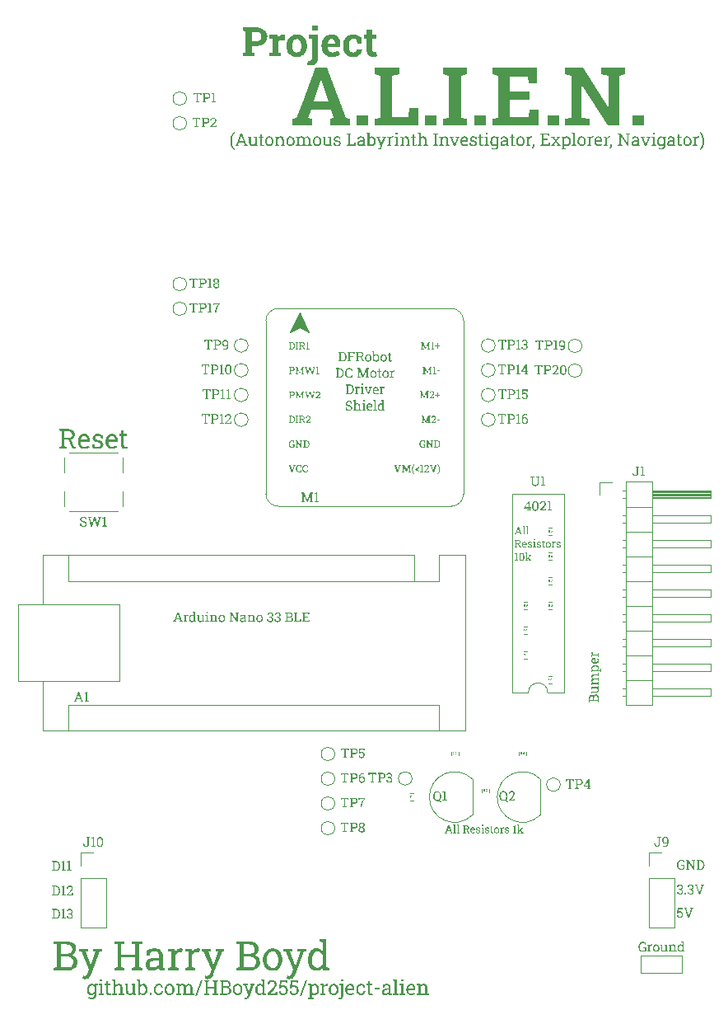
<source format=gbr>
%TF.GenerationSoftware,KiCad,Pcbnew,8.0.1*%
%TF.CreationDate,2024-08-15T18:35:28+01:00*%
%TF.ProjectId,ProjectALIENMainBoard,50726f6a-6563-4744-916c-69656e4d6169,1.0*%
%TF.SameCoordinates,Original*%
%TF.FileFunction,Legend,Top*%
%TF.FilePolarity,Positive*%
%FSLAX46Y46*%
G04 Gerber Fmt 4.6, Leading zero omitted, Abs format (unit mm)*
G04 Created by KiCad (PCBNEW 8.0.1) date 2024-08-15 18:35:28*
%MOMM*%
%LPD*%
G01*
G04 APERTURE LIST*
%ADD10C,0.100000*%
%ADD11C,0.200000*%
%ADD12C,0.260000*%
%ADD13C,0.150000*%
%ADD14C,0.040000*%
%ADD15C,0.300000*%
%ADD16C,0.120000*%
%ADD17C,0.125000*%
%ADD18C,0.050000*%
G04 APERTURE END LIST*
D10*
G36*
X146091521Y-136322819D02*
G01*
X146150139Y-136331025D01*
X146150139Y-136400000D01*
X145921528Y-136400000D01*
X145921528Y-136331025D01*
X145981709Y-136320669D01*
X145929148Y-136174124D01*
X145610265Y-136174124D01*
X145556140Y-136320669D01*
X145616322Y-136331025D01*
X145616322Y-136400000D01*
X145388297Y-136400000D01*
X145388297Y-136331025D01*
X145447306Y-136322819D01*
X145539841Y-136083852D01*
X145643677Y-136083852D01*
X145896322Y-136083852D01*
X145779281Y-135760083D01*
X145772637Y-135742107D01*
X145769511Y-135742107D01*
X145762868Y-135760083D01*
X145643677Y-136083852D01*
X145539841Y-136083852D01*
X145725743Y-135603768D01*
X145818164Y-135603768D01*
X146091521Y-136322819D01*
G37*
G36*
X146222826Y-136400000D02*
G01*
X146222826Y-136331025D01*
X146311926Y-136315785D01*
X146311926Y-135631709D01*
X146222826Y-135616273D01*
X146222826Y-135546908D01*
X146419783Y-135546908D01*
X146419783Y-136315785D01*
X146508883Y-136331025D01*
X146508883Y-136400000D01*
X146222826Y-136400000D01*
G37*
G36*
X146580006Y-136400000D02*
G01*
X146580006Y-136331025D01*
X146669106Y-136315785D01*
X146669106Y-135631709D01*
X146580006Y-135616273D01*
X146580006Y-135546908D01*
X146776964Y-135546908D01*
X146776964Y-136315785D01*
X146866064Y-136331025D01*
X146866064Y-136400000D01*
X146580006Y-136400000D01*
G37*
G36*
X147621421Y-135605978D02*
G01*
X147664363Y-135611688D01*
X147703008Y-135621510D01*
X147726385Y-135630341D01*
X147761052Y-135648854D01*
X147792662Y-135674464D01*
X147817438Y-135705568D01*
X147835238Y-135741895D01*
X147845648Y-135783440D01*
X147848702Y-135825736D01*
X147845725Y-135867280D01*
X147835574Y-135907954D01*
X147818220Y-135943363D01*
X147791933Y-135975731D01*
X147758503Y-136001615D01*
X147732247Y-136015268D01*
X147695400Y-136028301D01*
X147693480Y-136028702D01*
X147827990Y-136319692D01*
X147883091Y-136329462D01*
X147883091Y-136400000D01*
X147750223Y-136400000D01*
X147590585Y-136041430D01*
X147421570Y-136044577D01*
X147421570Y-136315785D01*
X147510669Y-136331025D01*
X147510669Y-136400000D01*
X147224808Y-136400000D01*
X147224808Y-136331025D01*
X147313907Y-136315785D01*
X147313907Y-135688569D01*
X147421570Y-135688569D01*
X147421570Y-135959776D01*
X147568702Y-135959776D01*
X147610760Y-135957627D01*
X147650719Y-135950071D01*
X147688979Y-135933447D01*
X147700006Y-135925387D01*
X147725011Y-135895024D01*
X147738475Y-135855814D01*
X147741039Y-135824759D01*
X147736375Y-135784620D01*
X147720649Y-135747943D01*
X147701570Y-135725303D01*
X147666014Y-135702918D01*
X147627065Y-135692156D01*
X147584767Y-135688605D01*
X147579644Y-135688569D01*
X147421570Y-135688569D01*
X147313907Y-135688569D01*
X147224808Y-135673133D01*
X147224808Y-135604354D01*
X147579644Y-135604354D01*
X147621421Y-135605978D01*
G37*
G36*
X148274361Y-135800000D02*
G01*
X148313100Y-135807790D01*
X148351286Y-135822536D01*
X148365129Y-135830230D01*
X148399065Y-135855938D01*
X148426721Y-135887926D01*
X148446413Y-135922456D01*
X148460838Y-135961519D01*
X148469253Y-136000201D01*
X148473340Y-136042220D01*
X148473768Y-136061967D01*
X148473768Y-136129378D01*
X148089818Y-136129378D01*
X148088255Y-136132114D01*
X148091488Y-136172945D01*
X148100634Y-136213086D01*
X148107990Y-136232937D01*
X148127753Y-136267815D01*
X148155983Y-136297216D01*
X148162505Y-136302107D01*
X148198978Y-136320199D01*
X148238675Y-136327091D01*
X148247892Y-136327313D01*
X148287029Y-136325115D01*
X148327896Y-136316994D01*
X148343831Y-136311681D01*
X148380035Y-136294451D01*
X148413258Y-136270393D01*
X148415150Y-136268695D01*
X148457355Y-136338841D01*
X148425693Y-136363717D01*
X148389194Y-136383602D01*
X148373335Y-136390425D01*
X148334975Y-136402440D01*
X148295774Y-136409034D01*
X148252451Y-136411507D01*
X148247892Y-136411528D01*
X148208190Y-136409183D01*
X148166708Y-136400940D01*
X148128595Y-136386762D01*
X148105059Y-136374012D01*
X148073151Y-136350607D01*
X148045570Y-136322595D01*
X148022318Y-136289978D01*
X148011270Y-136269867D01*
X147995307Y-136230655D01*
X147984568Y-136188197D01*
X147979409Y-136147733D01*
X147978248Y-136115701D01*
X147978248Y-136091472D01*
X147980422Y-136050476D01*
X147981776Y-136042428D01*
X148091967Y-136042428D01*
X148093140Y-136045163D01*
X148365910Y-136045163D01*
X148365910Y-136030900D01*
X148362149Y-135990404D01*
X148350865Y-135954501D01*
X148329398Y-135921205D01*
X148306120Y-135901549D01*
X148267789Y-135885907D01*
X148231479Y-135882205D01*
X148192914Y-135888882D01*
X148165826Y-135903307D01*
X148135911Y-135931650D01*
X148117173Y-135960362D01*
X148101297Y-135998855D01*
X148092359Y-136039556D01*
X148091967Y-136042428D01*
X147981776Y-136042428D01*
X147986943Y-136011702D01*
X147999476Y-135970739D01*
X148013028Y-135940823D01*
X148034400Y-135905664D01*
X148059389Y-135874925D01*
X148091396Y-135845956D01*
X148105450Y-135835896D01*
X148142525Y-135815597D01*
X148181699Y-135802817D01*
X148222972Y-135797554D01*
X148231479Y-135797404D01*
X148274361Y-135800000D01*
G37*
G36*
X148799295Y-136411528D02*
G01*
X148759223Y-136410119D01*
X148717563Y-136405370D01*
X148687725Y-136399609D01*
X148647837Y-136388682D01*
X148609680Y-136375431D01*
X148577327Y-136362288D01*
X148576154Y-136221800D01*
X148657634Y-136221800D01*
X148677955Y-136306406D01*
X148715370Y-136319610D01*
X148737159Y-136324968D01*
X148776878Y-136329965D01*
X148799295Y-136330635D01*
X148840021Y-136327656D01*
X148879098Y-136315250D01*
X148893279Y-136305429D01*
X148916347Y-136273301D01*
X148921807Y-136243098D01*
X148911681Y-136205353D01*
X148893084Y-136183893D01*
X148859013Y-136163943D01*
X148819701Y-136150262D01*
X148788939Y-136142470D01*
X148750704Y-136132654D01*
X148711133Y-136119725D01*
X148672548Y-136103004D01*
X148637607Y-136081711D01*
X148631060Y-136076622D01*
X148604373Y-136048061D01*
X148586433Y-136010473D01*
X148580503Y-135970692D01*
X148580453Y-135966420D01*
X148585801Y-135926172D01*
X148601846Y-135889889D01*
X148608394Y-135880251D01*
X148636995Y-135849941D01*
X148670986Y-135827221D01*
X148685966Y-135819874D01*
X148725643Y-135806181D01*
X148766069Y-135799181D01*
X148802030Y-135797404D01*
X148842151Y-135798892D01*
X148881920Y-135803967D01*
X148917117Y-135812644D01*
X148953982Y-135826769D01*
X148989137Y-135845875D01*
X149000551Y-135853677D01*
X149006022Y-135988695D01*
X148925129Y-135988695D01*
X148907543Y-135909951D01*
X148871783Y-135891158D01*
X148862212Y-135888066D01*
X148822516Y-135881190D01*
X148802030Y-135880446D01*
X148761681Y-135884971D01*
X148724361Y-135901226D01*
X148720355Y-135904089D01*
X148694918Y-135934300D01*
X148688897Y-135963098D01*
X148697885Y-135999246D01*
X148727816Y-136024463D01*
X148732470Y-136026796D01*
X148769090Y-136040521D01*
X148808087Y-136051025D01*
X148851772Y-136062499D01*
X148890208Y-136075086D01*
X148928417Y-136091178D01*
X148963338Y-136111422D01*
X148980425Y-136125080D01*
X149006288Y-136155087D01*
X149023674Y-136192812D01*
X149029469Y-136235478D01*
X149025080Y-136275656D01*
X149009906Y-136315804D01*
X148986983Y-136347890D01*
X148973977Y-136360921D01*
X148937724Y-136385384D01*
X148897040Y-136400408D01*
X148854909Y-136408365D01*
X148813945Y-136411330D01*
X148799295Y-136411528D01*
G37*
G36*
X149114856Y-136400000D02*
G01*
X149114856Y-136331025D01*
X149203956Y-136315785D01*
X149203956Y-135892951D01*
X149114856Y-135877711D01*
X149114856Y-135808346D01*
X149311618Y-135808346D01*
X149311618Y-136315785D01*
X149400718Y-136331025D01*
X149400718Y-136400000D01*
X149114856Y-136400000D01*
G37*
G36*
X149198485Y-135662191D02*
G01*
X149198485Y-135546908D01*
X149311618Y-135546908D01*
X149311618Y-135662191D01*
X149198485Y-135662191D01*
G37*
G36*
X149714521Y-136411528D02*
G01*
X149674450Y-136410119D01*
X149632790Y-136405370D01*
X149602951Y-136399609D01*
X149563063Y-136388682D01*
X149524906Y-136375431D01*
X149492554Y-136362288D01*
X149491381Y-136221800D01*
X149572861Y-136221800D01*
X149593182Y-136306406D01*
X149630597Y-136319610D01*
X149652386Y-136324968D01*
X149692105Y-136329965D01*
X149714521Y-136330635D01*
X149755248Y-136327656D01*
X149794325Y-136315250D01*
X149808506Y-136305429D01*
X149831573Y-136273301D01*
X149837034Y-136243098D01*
X149826908Y-136205353D01*
X149808311Y-136183893D01*
X149774240Y-136163943D01*
X149734928Y-136150262D01*
X149704166Y-136142470D01*
X149665931Y-136132654D01*
X149626359Y-136119725D01*
X149587775Y-136103004D01*
X149552834Y-136081711D01*
X149546287Y-136076622D01*
X149519600Y-136048061D01*
X149501660Y-136010473D01*
X149495729Y-135970692D01*
X149495680Y-135966420D01*
X149501028Y-135926172D01*
X149517073Y-135889889D01*
X149523621Y-135880251D01*
X149552221Y-135849941D01*
X149586213Y-135827221D01*
X149601193Y-135819874D01*
X149640870Y-135806181D01*
X149681296Y-135799181D01*
X149717257Y-135797404D01*
X149757378Y-135798892D01*
X149797147Y-135803967D01*
X149832344Y-135812644D01*
X149869208Y-135826769D01*
X149904364Y-135845875D01*
X149915778Y-135853677D01*
X149921249Y-135988695D01*
X149840355Y-135988695D01*
X149822770Y-135909951D01*
X149787010Y-135891158D01*
X149777438Y-135888066D01*
X149737743Y-135881190D01*
X149717257Y-135880446D01*
X149676908Y-135884971D01*
X149639588Y-135901226D01*
X149635582Y-135904089D01*
X149610145Y-135934300D01*
X149604124Y-135963098D01*
X149613112Y-135999246D01*
X149643043Y-136024463D01*
X149647697Y-136026796D01*
X149684317Y-136040521D01*
X149723314Y-136051025D01*
X149766999Y-136062499D01*
X149805435Y-136075086D01*
X149843644Y-136091178D01*
X149878565Y-136111422D01*
X149895652Y-136125080D01*
X149921515Y-136155087D01*
X149938901Y-136192812D01*
X149944696Y-136235478D01*
X149940306Y-136275656D01*
X149925133Y-136315804D01*
X149902210Y-136347890D01*
X149889204Y-136360921D01*
X149852951Y-136385384D01*
X149812266Y-136400408D01*
X149770136Y-136408365D01*
X149729171Y-136411330D01*
X149714521Y-136411528D01*
G37*
G36*
X150242672Y-136409378D02*
G01*
X150200745Y-136404830D01*
X150162328Y-136389493D01*
X150138527Y-136370886D01*
X150115071Y-136335385D01*
X150103793Y-136295894D01*
X150100072Y-136252652D01*
X150100034Y-136247397D01*
X150100034Y-135888066D01*
X150006441Y-135888066D01*
X150006441Y-135808346D01*
X150100034Y-135808346D01*
X150100034Y-135665512D01*
X150207697Y-135665512D01*
X150207697Y-135808346D01*
X150336266Y-135808346D01*
X150336266Y-135888066D01*
X150207697Y-135888066D01*
X150207697Y-136247397D01*
X150212494Y-136286368D01*
X150224696Y-136310314D01*
X150259801Y-136329920D01*
X150270027Y-136330635D01*
X150309709Y-136327543D01*
X150312623Y-136327117D01*
X150349357Y-136320669D01*
X150364207Y-136391207D01*
X150324770Y-136400691D01*
X150306371Y-136403907D01*
X150267419Y-136408475D01*
X150242672Y-136409378D01*
G37*
G36*
X150727384Y-135799834D02*
G01*
X150768523Y-135808377D01*
X150806045Y-135823073D01*
X150829050Y-135836287D01*
X150860314Y-135860352D01*
X150887282Y-135889023D01*
X150909952Y-135922300D01*
X150920690Y-135942777D01*
X150936370Y-135982523D01*
X150945999Y-136020551D01*
X150951574Y-136061120D01*
X150953126Y-136098702D01*
X150953126Y-136110621D01*
X150951099Y-136153436D01*
X150945017Y-136193761D01*
X150934881Y-136231594D01*
X150920690Y-136266936D01*
X150900438Y-136302835D01*
X150875950Y-136334036D01*
X150847228Y-136360537D01*
X150829441Y-136373230D01*
X150794471Y-136391743D01*
X150755946Y-136404197D01*
X150713866Y-136410593D01*
X150688953Y-136411528D01*
X150649337Y-136409122D01*
X150608155Y-136400664D01*
X150570559Y-136386117D01*
X150547487Y-136373035D01*
X150516302Y-136348955D01*
X150489352Y-136320237D01*
X150466637Y-136286883D01*
X150455847Y-136266350D01*
X150440263Y-136226461D01*
X150430691Y-136188436D01*
X150425150Y-136147992D01*
X150423607Y-136110621D01*
X150531465Y-136110621D01*
X150533520Y-136151903D01*
X150540449Y-136193357D01*
X150548855Y-136221995D01*
X150566046Y-136258299D01*
X150591050Y-136289821D01*
X150601612Y-136299176D01*
X150635736Y-136318410D01*
X150676219Y-136326873D01*
X150688953Y-136327313D01*
X150727933Y-136322669D01*
X150766017Y-136305771D01*
X150774926Y-136299176D01*
X150802105Y-136270458D01*
X150822776Y-136233887D01*
X150827487Y-136221995D01*
X150838323Y-136183344D01*
X150843862Y-136144631D01*
X150845268Y-136110621D01*
X150845268Y-136098702D01*
X150843167Y-136057442D01*
X150836083Y-136016066D01*
X150827487Y-135987522D01*
X150810203Y-135951124D01*
X150785241Y-135919645D01*
X150774731Y-135910341D01*
X150738206Y-135890146D01*
X150697376Y-135882452D01*
X150687780Y-135882205D01*
X150648736Y-135886848D01*
X150612747Y-135902236D01*
X150601416Y-135910341D01*
X150574141Y-135938963D01*
X150553523Y-135975588D01*
X150548855Y-135987522D01*
X150538258Y-136026055D01*
X150532552Y-136068379D01*
X150531465Y-136098702D01*
X150531465Y-136110621D01*
X150423607Y-136110621D01*
X150423607Y-136098702D01*
X150425622Y-136056154D01*
X150431667Y-136016050D01*
X150443285Y-135973851D01*
X150455847Y-135943168D01*
X150476210Y-135907143D01*
X150500807Y-135875786D01*
X150529639Y-135849097D01*
X150547487Y-135836287D01*
X150582600Y-135817491D01*
X150621113Y-135804846D01*
X150663026Y-135798353D01*
X150687780Y-135797404D01*
X150727384Y-135799834D01*
G37*
G36*
X151034801Y-136400000D02*
G01*
X151034801Y-136331025D01*
X151123900Y-136315785D01*
X151123900Y-135892951D01*
X151034801Y-135877711D01*
X151034801Y-135808346D01*
X151220034Y-135808346D01*
X151229413Y-135883768D01*
X151230390Y-135894124D01*
X151252805Y-135860549D01*
X151281271Y-135831676D01*
X151292526Y-135823196D01*
X151329508Y-135804683D01*
X151368287Y-135797630D01*
X151377131Y-135797404D01*
X151411716Y-135800334D01*
X151437117Y-135806001D01*
X151423049Y-135906238D01*
X151348018Y-135901744D01*
X151308792Y-135905261D01*
X151276308Y-135921284D01*
X151247917Y-135950883D01*
X151231563Y-135980488D01*
X151231563Y-136315785D01*
X151320662Y-136331025D01*
X151320662Y-136400000D01*
X151034801Y-136400000D01*
G37*
G36*
X151741933Y-136411528D02*
G01*
X151701861Y-136410119D01*
X151660201Y-136405370D01*
X151630362Y-136399609D01*
X151590474Y-136388682D01*
X151552317Y-136375431D01*
X151519965Y-136362288D01*
X151518792Y-136221800D01*
X151600272Y-136221800D01*
X151620593Y-136306406D01*
X151658008Y-136319610D01*
X151679797Y-136324968D01*
X151719516Y-136329965D01*
X151741933Y-136330635D01*
X151782659Y-136327656D01*
X151821736Y-136315250D01*
X151835917Y-136305429D01*
X151858984Y-136273301D01*
X151864445Y-136243098D01*
X151854319Y-136205353D01*
X151835722Y-136183893D01*
X151801651Y-136163943D01*
X151762339Y-136150262D01*
X151731577Y-136142470D01*
X151693342Y-136132654D01*
X151653770Y-136119725D01*
X151615186Y-136103004D01*
X151580245Y-136081711D01*
X151573698Y-136076622D01*
X151547011Y-136048061D01*
X151529071Y-136010473D01*
X151523140Y-135970692D01*
X151523091Y-135966420D01*
X151528439Y-135926172D01*
X151544484Y-135889889D01*
X151551032Y-135880251D01*
X151579632Y-135849941D01*
X151613624Y-135827221D01*
X151628604Y-135819874D01*
X151668281Y-135806181D01*
X151708707Y-135799181D01*
X151744668Y-135797404D01*
X151784789Y-135798892D01*
X151824558Y-135803967D01*
X151859755Y-135812644D01*
X151896619Y-135826769D01*
X151931775Y-135845875D01*
X151943189Y-135853677D01*
X151948660Y-135988695D01*
X151867766Y-135988695D01*
X151850181Y-135909951D01*
X151814421Y-135891158D01*
X151804849Y-135888066D01*
X151765154Y-135881190D01*
X151744668Y-135880446D01*
X151704319Y-135884971D01*
X151666999Y-135901226D01*
X151662993Y-135904089D01*
X151637556Y-135934300D01*
X151631535Y-135963098D01*
X151640523Y-135999246D01*
X151670454Y-136024463D01*
X151675108Y-136026796D01*
X151711728Y-136040521D01*
X151750725Y-136051025D01*
X151794410Y-136062499D01*
X151832846Y-136075086D01*
X151871055Y-136091178D01*
X151905976Y-136111422D01*
X151923063Y-136125080D01*
X151948926Y-136155087D01*
X151966312Y-136192812D01*
X151972107Y-136235478D01*
X151967717Y-136275656D01*
X151952544Y-136315804D01*
X151929621Y-136347890D01*
X151916615Y-136360921D01*
X151880362Y-136385384D01*
X151839677Y-136400408D01*
X151797547Y-136408365D01*
X151756582Y-136411330D01*
X151741933Y-136411528D01*
G37*
G36*
X152365240Y-136400000D02*
G01*
X152365240Y-136331025D01*
X152488143Y-136315785D01*
X152488143Y-135719050D01*
X152362896Y-135721395D01*
X152362896Y-135653984D01*
X152596001Y-135603768D01*
X152596001Y-136315785D01*
X152718513Y-136331025D01*
X152718513Y-136400000D01*
X152365240Y-136400000D01*
G37*
G36*
X152795108Y-136400000D02*
G01*
X152795108Y-136331025D01*
X152884207Y-136315785D01*
X152884207Y-135631709D01*
X152795108Y-135616273D01*
X152795108Y-135546908D01*
X152992065Y-135546908D01*
X152992065Y-136315785D01*
X153081165Y-136331025D01*
X153081165Y-136400000D01*
X152795108Y-136400000D01*
G37*
G36*
X153175150Y-136400000D02*
G01*
X153175150Y-136331025D01*
X153235331Y-136323991D01*
X153233768Y-136321842D01*
X153062602Y-136100851D01*
X153118290Y-136015073D01*
X153357257Y-136317934D01*
X153442644Y-136331025D01*
X153442644Y-136400000D01*
X153175150Y-136400000D01*
G37*
G36*
X152984445Y-136228834D02*
G01*
X152944389Y-136144033D01*
X153201528Y-135888066D01*
X153204263Y-135884940D01*
X153140760Y-135877711D01*
X153140760Y-135808346D01*
X153395554Y-135808346D01*
X153395554Y-135877711D01*
X153319546Y-135891974D01*
X152984445Y-136228834D01*
G37*
G36*
X153228757Y-105656211D02*
G01*
X153287375Y-105664417D01*
X153287375Y-105733392D01*
X153058764Y-105733392D01*
X153058764Y-105664417D01*
X153118945Y-105654061D01*
X153066384Y-105507516D01*
X152747501Y-105507516D01*
X152693376Y-105654061D01*
X152753558Y-105664417D01*
X152753558Y-105733392D01*
X152525533Y-105733392D01*
X152525533Y-105664417D01*
X152584542Y-105656211D01*
X152677077Y-105417244D01*
X152780913Y-105417244D01*
X153033558Y-105417244D01*
X152916517Y-105093475D01*
X152909873Y-105075499D01*
X152906747Y-105075499D01*
X152900104Y-105093475D01*
X152780913Y-105417244D01*
X152677077Y-105417244D01*
X152862979Y-104937160D01*
X152955400Y-104937160D01*
X153228757Y-105656211D01*
G37*
G36*
X153360062Y-105733392D02*
G01*
X153360062Y-105664417D01*
X153449162Y-105649177D01*
X153449162Y-104965101D01*
X153360062Y-104949665D01*
X153360062Y-104880300D01*
X153557019Y-104880300D01*
X153557019Y-105649177D01*
X153646119Y-105664417D01*
X153646119Y-105733392D01*
X153360062Y-105733392D01*
G37*
G36*
X153717242Y-105733392D02*
G01*
X153717242Y-105664417D01*
X153806342Y-105649177D01*
X153806342Y-104965101D01*
X153717242Y-104949665D01*
X153717242Y-104880300D01*
X153914200Y-104880300D01*
X153914200Y-105649177D01*
X154003300Y-105664417D01*
X154003300Y-105733392D01*
X153717242Y-105733392D01*
G37*
G36*
X152928204Y-106283370D02*
G01*
X152971146Y-106289080D01*
X153009791Y-106298902D01*
X153033167Y-106307733D01*
X153067834Y-106326246D01*
X153099445Y-106351856D01*
X153124221Y-106382960D01*
X153142020Y-106419287D01*
X153152431Y-106460832D01*
X153155484Y-106503128D01*
X153152507Y-106544672D01*
X153142357Y-106585346D01*
X153125002Y-106620755D01*
X153098716Y-106653123D01*
X153065285Y-106679007D01*
X153039029Y-106692660D01*
X153002183Y-106705693D01*
X153000262Y-106706094D01*
X153134772Y-106997084D01*
X153189873Y-107006854D01*
X153189873Y-107077392D01*
X153057005Y-107077392D01*
X152897367Y-106718822D01*
X152728352Y-106721969D01*
X152728352Y-106993177D01*
X152817452Y-107008417D01*
X152817452Y-107077392D01*
X152531590Y-107077392D01*
X152531590Y-107008417D01*
X152620690Y-106993177D01*
X152620690Y-106365961D01*
X152728352Y-106365961D01*
X152728352Y-106637168D01*
X152875484Y-106637168D01*
X152917543Y-106635019D01*
X152957501Y-106627463D01*
X152995761Y-106610839D01*
X153006789Y-106602779D01*
X153031793Y-106572416D01*
X153045257Y-106533206D01*
X153047822Y-106502151D01*
X153043158Y-106462012D01*
X153027432Y-106425335D01*
X153008352Y-106402695D01*
X152972796Y-106380310D01*
X152933847Y-106369548D01*
X152891549Y-106365997D01*
X152886426Y-106365961D01*
X152728352Y-106365961D01*
X152620690Y-106365961D01*
X152531590Y-106350525D01*
X152531590Y-106281746D01*
X152886426Y-106281746D01*
X152928204Y-106283370D01*
G37*
G36*
X153581143Y-106477392D02*
G01*
X153619883Y-106485182D01*
X153658069Y-106499928D01*
X153671911Y-106507622D01*
X153705847Y-106533330D01*
X153733503Y-106565318D01*
X153753195Y-106599848D01*
X153767621Y-106638911D01*
X153776036Y-106677593D01*
X153780123Y-106719612D01*
X153780550Y-106739359D01*
X153780550Y-106806770D01*
X153396600Y-106806770D01*
X153395037Y-106809506D01*
X153398270Y-106850337D01*
X153407416Y-106890478D01*
X153414772Y-106910329D01*
X153434535Y-106945207D01*
X153462765Y-106974608D01*
X153469287Y-106979499D01*
X153505760Y-106997591D01*
X153545458Y-107004483D01*
X153554674Y-107004705D01*
X153593811Y-107002507D01*
X153634678Y-106994386D01*
X153650613Y-106989073D01*
X153686817Y-106971843D01*
X153720040Y-106947785D01*
X153721932Y-106946087D01*
X153764137Y-107016233D01*
X153732476Y-107041109D01*
X153695976Y-107060994D01*
X153680118Y-107067817D01*
X153641757Y-107079832D01*
X153602556Y-107086426D01*
X153559233Y-107088899D01*
X153554674Y-107088920D01*
X153514973Y-107086575D01*
X153473491Y-107078332D01*
X153435378Y-107064154D01*
X153411841Y-107051404D01*
X153379933Y-107027999D01*
X153352353Y-106999987D01*
X153329100Y-106967370D01*
X153318052Y-106947259D01*
X153302089Y-106908047D01*
X153291351Y-106865589D01*
X153286191Y-106825125D01*
X153285030Y-106793093D01*
X153285030Y-106768864D01*
X153287204Y-106727868D01*
X153288558Y-106719820D01*
X153398750Y-106719820D01*
X153399922Y-106722555D01*
X153672693Y-106722555D01*
X153672693Y-106708292D01*
X153668931Y-106667796D01*
X153657647Y-106631893D01*
X153636181Y-106598597D01*
X153612902Y-106578941D01*
X153574571Y-106563299D01*
X153538261Y-106559597D01*
X153499697Y-106566274D01*
X153472609Y-106580699D01*
X153442693Y-106609042D01*
X153423956Y-106637754D01*
X153408080Y-106676247D01*
X153399141Y-106716948D01*
X153398750Y-106719820D01*
X153288558Y-106719820D01*
X153293725Y-106689094D01*
X153306258Y-106648131D01*
X153319811Y-106618215D01*
X153341183Y-106583056D01*
X153366172Y-106552317D01*
X153398179Y-106523348D01*
X153412232Y-106513288D01*
X153449307Y-106492989D01*
X153488482Y-106480209D01*
X153529755Y-106474946D01*
X153538261Y-106474796D01*
X153581143Y-106477392D01*
G37*
G36*
X154106077Y-107088920D02*
G01*
X154066006Y-107087511D01*
X154024346Y-107082762D01*
X153994507Y-107077001D01*
X153954619Y-107066074D01*
X153916462Y-107052823D01*
X153884109Y-107039680D01*
X153882937Y-106899192D01*
X153964416Y-106899192D01*
X153984737Y-106983798D01*
X154022152Y-106997002D01*
X154043942Y-107002360D01*
X154083660Y-107007357D01*
X154106077Y-107008027D01*
X154146803Y-107005048D01*
X154185881Y-106992642D01*
X154200062Y-106982821D01*
X154223129Y-106950693D01*
X154228589Y-106920490D01*
X154218463Y-106882745D01*
X154199866Y-106861285D01*
X154165795Y-106841335D01*
X154126484Y-106827654D01*
X154095721Y-106819862D01*
X154057487Y-106810046D01*
X154017915Y-106797117D01*
X153979331Y-106780396D01*
X153944390Y-106759103D01*
X153937843Y-106754014D01*
X153911155Y-106725453D01*
X153893215Y-106687865D01*
X153887285Y-106648084D01*
X153887236Y-106643812D01*
X153892584Y-106603564D01*
X153908628Y-106567281D01*
X153915177Y-106557643D01*
X153943777Y-106527333D01*
X153977769Y-106504613D01*
X153992748Y-106497266D01*
X154032426Y-106483573D01*
X154072852Y-106476573D01*
X154108813Y-106474796D01*
X154148933Y-106476284D01*
X154188702Y-106481359D01*
X154223900Y-106490036D01*
X154260764Y-106504161D01*
X154295920Y-106523267D01*
X154307333Y-106531069D01*
X154312804Y-106666087D01*
X154231911Y-106666087D01*
X154214326Y-106587343D01*
X154178565Y-106568550D01*
X154168994Y-106565458D01*
X154129298Y-106558582D01*
X154108813Y-106557838D01*
X154068464Y-106562363D01*
X154031143Y-106578618D01*
X154027138Y-106581481D01*
X154001701Y-106611692D01*
X153995679Y-106640490D01*
X154004667Y-106676638D01*
X154034599Y-106701855D01*
X154039252Y-106704188D01*
X154075873Y-106717913D01*
X154114870Y-106728417D01*
X154158554Y-106739891D01*
X154196990Y-106752478D01*
X154235200Y-106768570D01*
X154270120Y-106788814D01*
X154287208Y-106802472D01*
X154313071Y-106832479D01*
X154330456Y-106870204D01*
X154336252Y-106912870D01*
X154331862Y-106953048D01*
X154316688Y-106993196D01*
X154293766Y-107025282D01*
X154280760Y-107038313D01*
X154244507Y-107062776D01*
X154203822Y-107077800D01*
X154161691Y-107085757D01*
X154120727Y-107088722D01*
X154106077Y-107088920D01*
G37*
G36*
X154421639Y-107077392D02*
G01*
X154421639Y-107008417D01*
X154510739Y-106993177D01*
X154510739Y-106570343D01*
X154421639Y-106555103D01*
X154421639Y-106485738D01*
X154618401Y-106485738D01*
X154618401Y-106993177D01*
X154707501Y-107008417D01*
X154707501Y-107077392D01*
X154421639Y-107077392D01*
G37*
G36*
X154505268Y-106339583D02*
G01*
X154505268Y-106224300D01*
X154618401Y-106224300D01*
X154618401Y-106339583D01*
X154505268Y-106339583D01*
G37*
G36*
X155021304Y-107088920D02*
G01*
X154981233Y-107087511D01*
X154939572Y-107082762D01*
X154909734Y-107077001D01*
X154869846Y-107066074D01*
X154831689Y-107052823D01*
X154799336Y-107039680D01*
X154798164Y-106899192D01*
X154879643Y-106899192D01*
X154899964Y-106983798D01*
X154937379Y-106997002D01*
X154959169Y-107002360D01*
X154998887Y-107007357D01*
X155021304Y-107008027D01*
X155062030Y-107005048D01*
X155101107Y-106992642D01*
X155115289Y-106982821D01*
X155138356Y-106950693D01*
X155143816Y-106920490D01*
X155133690Y-106882745D01*
X155115093Y-106861285D01*
X155081022Y-106841335D01*
X155041711Y-106827654D01*
X155010948Y-106819862D01*
X154972713Y-106810046D01*
X154933142Y-106797117D01*
X154894557Y-106780396D01*
X154859617Y-106759103D01*
X154853069Y-106754014D01*
X154826382Y-106725453D01*
X154808442Y-106687865D01*
X154802512Y-106648084D01*
X154802462Y-106643812D01*
X154807810Y-106603564D01*
X154823855Y-106567281D01*
X154830404Y-106557643D01*
X154859004Y-106527333D01*
X154892995Y-106504613D01*
X154907975Y-106497266D01*
X154947652Y-106483573D01*
X154988078Y-106476573D01*
X155024039Y-106474796D01*
X155064160Y-106476284D01*
X155103929Y-106481359D01*
X155139127Y-106490036D01*
X155175991Y-106504161D01*
X155211146Y-106523267D01*
X155222560Y-106531069D01*
X155228031Y-106666087D01*
X155147138Y-106666087D01*
X155129552Y-106587343D01*
X155093792Y-106568550D01*
X155084221Y-106565458D01*
X155044525Y-106558582D01*
X155024039Y-106557838D01*
X154983690Y-106562363D01*
X154946370Y-106578618D01*
X154942365Y-106581481D01*
X154916927Y-106611692D01*
X154910906Y-106640490D01*
X154919894Y-106676638D01*
X154949826Y-106701855D01*
X154954479Y-106704188D01*
X154991099Y-106717913D01*
X155030097Y-106728417D01*
X155073781Y-106739891D01*
X155112217Y-106752478D01*
X155150426Y-106768570D01*
X155185347Y-106788814D01*
X155202434Y-106802472D01*
X155228297Y-106832479D01*
X155245683Y-106870204D01*
X155251478Y-106912870D01*
X155247089Y-106953048D01*
X155231915Y-106993196D01*
X155208992Y-107025282D01*
X155195986Y-107038313D01*
X155159733Y-107062776D01*
X155119049Y-107077800D01*
X155076918Y-107085757D01*
X155035954Y-107088722D01*
X155021304Y-107088920D01*
G37*
G36*
X155549455Y-107086770D02*
G01*
X155507528Y-107082222D01*
X155469110Y-107066885D01*
X155445309Y-107048278D01*
X155421853Y-107012777D01*
X155410576Y-106973286D01*
X155406854Y-106930044D01*
X155406817Y-106924789D01*
X155406817Y-106565458D01*
X155313223Y-106565458D01*
X155313223Y-106485738D01*
X155406817Y-106485738D01*
X155406817Y-106342904D01*
X155514479Y-106342904D01*
X155514479Y-106485738D01*
X155643048Y-106485738D01*
X155643048Y-106565458D01*
X155514479Y-106565458D01*
X155514479Y-106924789D01*
X155519277Y-106963760D01*
X155531478Y-106987706D01*
X155566584Y-107007312D01*
X155576810Y-107008027D01*
X155616492Y-107004935D01*
X155619406Y-107004509D01*
X155656140Y-106998061D01*
X155670990Y-107068599D01*
X155631553Y-107078083D01*
X155613153Y-107081299D01*
X155574201Y-107085867D01*
X155549455Y-107086770D01*
G37*
G36*
X156034167Y-106477226D02*
G01*
X156075305Y-106485769D01*
X156112827Y-106500465D01*
X156135833Y-106513679D01*
X156167097Y-106537744D01*
X156194064Y-106566415D01*
X156216735Y-106599692D01*
X156227473Y-106620169D01*
X156243152Y-106659915D01*
X156252781Y-106697943D01*
X156258356Y-106738512D01*
X156259908Y-106776094D01*
X156259908Y-106788013D01*
X156257881Y-106830828D01*
X156251799Y-106871153D01*
X156241663Y-106908986D01*
X156227473Y-106944328D01*
X156207220Y-106980227D01*
X156182733Y-107011428D01*
X156154010Y-107037929D01*
X156136224Y-107050622D01*
X156101254Y-107069135D01*
X156062729Y-107081589D01*
X156020649Y-107087985D01*
X155995735Y-107088920D01*
X155956119Y-107086514D01*
X155914937Y-107078056D01*
X155877341Y-107063509D01*
X155854270Y-107050427D01*
X155823085Y-107026347D01*
X155796135Y-106997629D01*
X155773419Y-106964275D01*
X155762630Y-106943742D01*
X155747045Y-106903853D01*
X155737474Y-106865828D01*
X155731932Y-106825384D01*
X155730390Y-106788013D01*
X155838247Y-106788013D01*
X155840302Y-106829295D01*
X155847231Y-106870749D01*
X155855637Y-106899387D01*
X155872828Y-106935691D01*
X155897832Y-106967213D01*
X155908394Y-106976568D01*
X155942518Y-106995802D01*
X155983001Y-107004265D01*
X155995735Y-107004705D01*
X156034715Y-107000061D01*
X156072800Y-106983163D01*
X156081709Y-106976568D01*
X156108888Y-106947850D01*
X156129559Y-106911279D01*
X156134270Y-106899387D01*
X156145105Y-106860736D01*
X156150644Y-106822023D01*
X156152051Y-106788013D01*
X156152051Y-106776094D01*
X156149950Y-106734834D01*
X156142865Y-106693458D01*
X156134270Y-106664914D01*
X156116985Y-106628516D01*
X156092023Y-106597037D01*
X156081513Y-106587733D01*
X156044988Y-106567538D01*
X156004159Y-106559844D01*
X155994563Y-106559597D01*
X155955518Y-106564240D01*
X155919529Y-106579628D01*
X155908199Y-106587733D01*
X155880923Y-106616355D01*
X155860306Y-106652980D01*
X155855637Y-106664914D01*
X155845040Y-106703447D01*
X155839334Y-106745771D01*
X155838247Y-106776094D01*
X155838247Y-106788013D01*
X155730390Y-106788013D01*
X155730390Y-106776094D01*
X155732405Y-106733546D01*
X155738450Y-106693442D01*
X155750067Y-106651243D01*
X155762630Y-106620560D01*
X155782992Y-106584535D01*
X155807590Y-106553178D01*
X155836422Y-106526489D01*
X155854270Y-106513679D01*
X155889382Y-106494883D01*
X155927895Y-106482238D01*
X155969808Y-106475745D01*
X155994563Y-106474796D01*
X156034167Y-106477226D01*
G37*
G36*
X156341583Y-107077392D02*
G01*
X156341583Y-107008417D01*
X156430683Y-106993177D01*
X156430683Y-106570343D01*
X156341583Y-106555103D01*
X156341583Y-106485738D01*
X156526817Y-106485738D01*
X156536196Y-106561160D01*
X156537173Y-106571516D01*
X156559587Y-106537941D01*
X156588054Y-106509068D01*
X156599308Y-106500588D01*
X156636291Y-106482075D01*
X156675069Y-106475022D01*
X156683914Y-106474796D01*
X156718499Y-106477726D01*
X156743900Y-106483393D01*
X156729831Y-106583630D01*
X156654800Y-106579136D01*
X156615575Y-106582653D01*
X156583090Y-106598676D01*
X156554699Y-106628275D01*
X156538345Y-106657880D01*
X156538345Y-106993177D01*
X156627445Y-107008417D01*
X156627445Y-107077392D01*
X156341583Y-107077392D01*
G37*
G36*
X157048715Y-107088920D02*
G01*
X157008644Y-107087511D01*
X156966983Y-107082762D01*
X156937145Y-107077001D01*
X156897257Y-107066074D01*
X156859100Y-107052823D01*
X156826747Y-107039680D01*
X156825575Y-106899192D01*
X156907054Y-106899192D01*
X156927375Y-106983798D01*
X156964790Y-106997002D01*
X156986580Y-107002360D01*
X157026298Y-107007357D01*
X157048715Y-107008027D01*
X157089441Y-107005048D01*
X157128518Y-106992642D01*
X157142700Y-106982821D01*
X157165767Y-106950693D01*
X157171227Y-106920490D01*
X157161101Y-106882745D01*
X157142504Y-106861285D01*
X157108433Y-106841335D01*
X157069122Y-106827654D01*
X157038359Y-106819862D01*
X157000124Y-106810046D01*
X156960553Y-106797117D01*
X156921969Y-106780396D01*
X156887028Y-106759103D01*
X156880480Y-106754014D01*
X156853793Y-106725453D01*
X156835853Y-106687865D01*
X156829923Y-106648084D01*
X156829873Y-106643812D01*
X156835221Y-106603564D01*
X156851266Y-106567281D01*
X156857815Y-106557643D01*
X156886415Y-106527333D01*
X156920406Y-106504613D01*
X156935386Y-106497266D01*
X156975063Y-106483573D01*
X157015489Y-106476573D01*
X157051450Y-106474796D01*
X157091571Y-106476284D01*
X157131340Y-106481359D01*
X157166538Y-106490036D01*
X157203402Y-106504161D01*
X157238557Y-106523267D01*
X157249971Y-106531069D01*
X157255442Y-106666087D01*
X157174549Y-106666087D01*
X157156963Y-106587343D01*
X157121203Y-106568550D01*
X157111632Y-106565458D01*
X157071936Y-106558582D01*
X157051450Y-106557838D01*
X157011102Y-106562363D01*
X156973781Y-106578618D01*
X156969776Y-106581481D01*
X156944338Y-106611692D01*
X156938317Y-106640490D01*
X156947305Y-106676638D01*
X156977237Y-106701855D01*
X156981890Y-106704188D01*
X157018510Y-106717913D01*
X157057508Y-106728417D01*
X157101192Y-106739891D01*
X157139628Y-106752478D01*
X157177837Y-106768570D01*
X157212758Y-106788814D01*
X157229845Y-106802472D01*
X157255708Y-106832479D01*
X157273094Y-106870204D01*
X157278889Y-106912870D01*
X157274500Y-106953048D01*
X157259326Y-106993196D01*
X157236403Y-107025282D01*
X157223397Y-107038313D01*
X157187145Y-107062776D01*
X157146460Y-107077800D01*
X157104329Y-107085757D01*
X157063365Y-107088722D01*
X157048715Y-107088920D01*
G37*
G36*
X152553474Y-108421392D02*
G01*
X152553474Y-108352417D01*
X152676377Y-108337177D01*
X152676377Y-107740442D01*
X152551129Y-107742787D01*
X152551129Y-107675376D01*
X152784235Y-107625160D01*
X152784235Y-108337177D01*
X152906747Y-108352417D01*
X152906747Y-108421392D01*
X152553474Y-108421392D01*
G37*
G36*
X153309562Y-107616510D02*
G01*
X153348427Y-107625145D01*
X153389410Y-107642494D01*
X153425700Y-107667679D01*
X153453069Y-107695502D01*
X153476311Y-107728603D01*
X153494743Y-107766650D01*
X153508368Y-107809643D01*
X153516048Y-107849248D01*
X153520389Y-107892288D01*
X153521457Y-107929193D01*
X153521457Y-108117944D01*
X153519802Y-108163891D01*
X153514836Y-108206356D01*
X153506560Y-108245339D01*
X153492258Y-108287521D01*
X153473188Y-108324689D01*
X153453656Y-108351831D01*
X153421608Y-108383427D01*
X153384792Y-108407263D01*
X153343208Y-108423338D01*
X153303769Y-108430940D01*
X153268226Y-108432920D01*
X153226046Y-108430055D01*
X153187287Y-108421462D01*
X153146392Y-108404195D01*
X153110153Y-108379131D01*
X153082797Y-108351440D01*
X153059622Y-108318406D01*
X153041242Y-108280411D01*
X153027657Y-108237458D01*
X153019999Y-108197874D01*
X153015670Y-108154846D01*
X153015237Y-108139828D01*
X153122267Y-108139828D01*
X153124071Y-108182628D01*
X153130553Y-108225612D01*
X153143479Y-108266407D01*
X153159978Y-108295948D01*
X153189783Y-108325985D01*
X153227346Y-108343553D01*
X153268226Y-108348705D01*
X153309648Y-108343572D01*
X153347367Y-108326069D01*
X153376866Y-108296144D01*
X153396340Y-108258294D01*
X153407700Y-108215680D01*
X153412894Y-108171002D01*
X153413795Y-108139828D01*
X153413795Y-107906332D01*
X153412000Y-107863560D01*
X153405552Y-107820677D01*
X153392693Y-107780083D01*
X153376279Y-107750798D01*
X153346470Y-107720985D01*
X153308626Y-107703547D01*
X153267249Y-107698433D01*
X153226407Y-107703547D01*
X153188975Y-107720985D01*
X153159392Y-107750798D01*
X153139814Y-107788404D01*
X153128394Y-107830798D01*
X153123173Y-107875281D01*
X153122267Y-107906332D01*
X153122267Y-108139828D01*
X153015237Y-108139828D01*
X153014605Y-108117944D01*
X153014605Y-107929193D01*
X153016260Y-107883405D01*
X153021226Y-107841052D01*
X153029503Y-107802134D01*
X153043804Y-107759965D01*
X153062874Y-107722742D01*
X153082406Y-107695502D01*
X153114426Y-107663601D01*
X153151158Y-107639536D01*
X153192602Y-107623306D01*
X153231876Y-107615630D01*
X153267249Y-107613632D01*
X153309562Y-107616510D01*
G37*
G36*
X153621890Y-108421392D02*
G01*
X153621890Y-108352417D01*
X153710990Y-108337177D01*
X153710990Y-107653101D01*
X153621890Y-107637665D01*
X153621890Y-107568300D01*
X153818848Y-107568300D01*
X153818848Y-108337177D01*
X153907947Y-108352417D01*
X153907947Y-108421392D01*
X153621890Y-108421392D01*
G37*
G36*
X154001932Y-108421392D02*
G01*
X154001932Y-108352417D01*
X154062113Y-108345383D01*
X154060550Y-108343234D01*
X153889385Y-108122243D01*
X153945072Y-108036465D01*
X154184039Y-108339326D01*
X154269427Y-108352417D01*
X154269427Y-108421392D01*
X154001932Y-108421392D01*
G37*
G36*
X153811227Y-108250226D02*
G01*
X153771171Y-108165425D01*
X154028310Y-107909458D01*
X154031046Y-107906332D01*
X153967543Y-107899103D01*
X153967543Y-107829738D01*
X154222337Y-107829738D01*
X154222337Y-107899103D01*
X154146328Y-107913366D01*
X153811227Y-108250226D01*
G37*
G36*
X105434003Y-139273287D02*
G01*
X105486832Y-139282333D01*
X105536411Y-139297410D01*
X105582742Y-139318517D01*
X105607757Y-139333287D01*
X105648633Y-139363016D01*
X105685348Y-139397280D01*
X105717903Y-139436079D01*
X105746297Y-139479412D01*
X105760654Y-139506210D01*
X105781971Y-139555803D01*
X105798053Y-139608412D01*
X105808899Y-139664035D01*
X105814028Y-139714113D01*
X105815364Y-139757536D01*
X105815364Y-139778786D01*
X105813509Y-139829647D01*
X105807945Y-139878551D01*
X105796765Y-139933131D01*
X105780536Y-139985047D01*
X105762607Y-140027425D01*
X105737518Y-140073503D01*
X105708198Y-140115140D01*
X105674646Y-140152336D01*
X105636864Y-140185091D01*
X105613375Y-140201814D01*
X105569377Y-140226653D01*
X105522013Y-140245391D01*
X105471283Y-140258029D01*
X105417187Y-140264565D01*
X105384764Y-140265562D01*
X104988358Y-140265562D01*
X104988358Y-140179344D01*
X105099732Y-140160293D01*
X105099732Y-139376273D01*
X105234310Y-139376273D01*
X105234310Y-140160293D01*
X105377925Y-140160293D01*
X105428850Y-140156216D01*
X105480494Y-140142125D01*
X105526939Y-140117968D01*
X105539858Y-140108758D01*
X105579113Y-140073008D01*
X105612310Y-140030485D01*
X105637008Y-139986423D01*
X105644150Y-139970516D01*
X105661860Y-139920394D01*
X105673774Y-139867296D01*
X105679498Y-139817600D01*
X105680786Y-139778786D01*
X105680786Y-139756315D01*
X105678496Y-139703406D01*
X105671627Y-139653367D01*
X105658425Y-139600503D01*
X105644150Y-139561898D01*
X105621088Y-139516397D01*
X105589709Y-139472548D01*
X105552271Y-139435759D01*
X105539858Y-139426099D01*
X105494974Y-139399824D01*
X105444889Y-139383280D01*
X105395368Y-139376711D01*
X105377925Y-139376273D01*
X105234310Y-139376273D01*
X105099732Y-139376273D01*
X104988358Y-139356978D01*
X104988358Y-139270272D01*
X105099732Y-139270272D01*
X105377925Y-139270272D01*
X105434003Y-139273287D01*
G37*
G36*
X105941882Y-140265562D02*
G01*
X105941882Y-140179344D01*
X106095510Y-140160293D01*
X106095510Y-139414375D01*
X105938951Y-139417306D01*
X105938951Y-139333042D01*
X106230333Y-139270272D01*
X106230333Y-140160293D01*
X106383473Y-140179344D01*
X106383473Y-140265562D01*
X105941882Y-140265562D01*
G37*
G36*
X106518295Y-140265562D02*
G01*
X106518295Y-140179344D01*
X106671924Y-140160293D01*
X106671924Y-139414375D01*
X106515364Y-139417306D01*
X106515364Y-139333042D01*
X106806746Y-139270272D01*
X106806746Y-140160293D01*
X106959886Y-140179344D01*
X106959886Y-140265562D01*
X106518295Y-140265562D01*
G37*
D11*
G36*
X135146838Y-62971842D02*
G01*
X135573286Y-63033391D01*
X135573286Y-63750000D01*
X133540697Y-63750000D01*
X133540697Y-63033391D01*
X133953956Y-62957187D01*
X133691639Y-62136531D01*
X131591639Y-62136531D01*
X131329323Y-62957187D01*
X131742581Y-63033391D01*
X131742581Y-63750000D01*
X129708527Y-63750000D01*
X129708527Y-63033391D01*
X130136441Y-62971842D01*
X130763496Y-61255792D01*
X131874473Y-61255792D01*
X133407341Y-61255792D01*
X132711249Y-59208548D01*
X132652630Y-59028297D01*
X132627718Y-59028297D01*
X132566168Y-59221737D01*
X131874473Y-61255792D01*
X130763496Y-61255792D01*
X132034207Y-57778262D01*
X133260795Y-57778262D01*
X135146838Y-62971842D01*
G37*
G36*
X136270844Y-63750000D02*
G01*
X136270844Y-62699267D01*
X137463726Y-62699267D01*
X137463726Y-63750000D01*
X136270844Y-63750000D01*
G37*
G36*
X138109993Y-63750000D02*
G01*
X138109993Y-63033391D01*
X138747466Y-62908827D01*
X138747466Y-58623831D01*
X138109993Y-58499267D01*
X138109993Y-57778262D01*
X138747466Y-57778262D01*
X139946210Y-57778262D01*
X140667215Y-57778262D01*
X140667215Y-58499267D01*
X139946210Y-58623831D01*
X139946210Y-62832623D01*
X141630020Y-62832623D01*
X141687173Y-61957745D01*
X142601618Y-61957745D01*
X142601618Y-63750000D01*
X138109993Y-63750000D01*
G37*
G36*
X143328485Y-63750000D02*
G01*
X143328485Y-62699267D01*
X144521367Y-62699267D01*
X144521367Y-63750000D01*
X143328485Y-63750000D01*
G37*
G36*
X145167634Y-63750000D02*
G01*
X145167634Y-63033391D01*
X145805108Y-62908827D01*
X145805108Y-58623831D01*
X145167634Y-58499267D01*
X145167634Y-57778262D01*
X147638394Y-57778262D01*
X147638394Y-58499267D01*
X147000921Y-58623831D01*
X147000921Y-62908827D01*
X147638394Y-63033391D01*
X147638394Y-63750000D01*
X145167634Y-63750000D01*
G37*
G36*
X148393105Y-63750000D02*
G01*
X148393105Y-62699267D01*
X149585987Y-62699267D01*
X149585987Y-63750000D01*
X148393105Y-63750000D01*
G37*
G36*
X150232254Y-63750000D02*
G01*
X150232254Y-63033391D01*
X150869727Y-62908827D01*
X150869727Y-58623831D01*
X150232254Y-58499267D01*
X150232254Y-57778262D01*
X154868960Y-57778262D01*
X154868960Y-59390265D01*
X153950118Y-59390265D01*
X153894431Y-58700034D01*
X152068471Y-58700034D01*
X152068471Y-60202128D01*
X154087871Y-60202128D01*
X154087871Y-61125366D01*
X152068471Y-61125366D01*
X152068471Y-62831158D01*
X153994082Y-62831158D01*
X154048304Y-62118946D01*
X154958353Y-62118946D01*
X154958353Y-63750000D01*
X150232254Y-63750000D01*
G37*
G36*
X155896245Y-63750000D02*
G01*
X155896245Y-62699267D01*
X157089127Y-62699267D01*
X157089127Y-63750000D01*
X155896245Y-63750000D01*
G37*
G36*
X157735394Y-63750000D02*
G01*
X157735394Y-63033391D01*
X158371402Y-62908827D01*
X158371402Y-58623831D01*
X157735394Y-58499267D01*
X157735394Y-57778262D01*
X158371402Y-57778262D01*
X159587732Y-57778262D01*
X162187452Y-61919644D01*
X162212365Y-61916713D01*
X162212365Y-58623831D01*
X161447397Y-58499267D01*
X161447397Y-57778262D01*
X163283614Y-57778262D01*
X163921088Y-57778262D01*
X163921088Y-58499267D01*
X163283614Y-58623831D01*
X163283614Y-63750000D01*
X162124438Y-63750000D01*
X159467564Y-59649651D01*
X159442651Y-59652581D01*
X159442651Y-62908827D01*
X160210551Y-63033391D01*
X160210551Y-63750000D01*
X157735394Y-63750000D01*
G37*
G36*
X164612784Y-63750000D02*
G01*
X164612784Y-62699267D01*
X165805666Y-62699267D01*
X165805666Y-63750000D01*
X164612784Y-63750000D01*
G37*
D12*
G36*
X126161029Y-53661641D02*
G01*
X126314535Y-53684173D01*
X126456318Y-53721725D01*
X126586378Y-53774298D01*
X126717000Y-53849015D01*
X126840791Y-53949708D01*
X126942114Y-54069005D01*
X126968129Y-54108422D01*
X127038840Y-54249086D01*
X127083362Y-54403632D01*
X127101040Y-54554592D01*
X127102219Y-54607411D01*
X127091612Y-54762473D01*
X127059792Y-54906175D01*
X126999556Y-55052520D01*
X126968129Y-55107131D01*
X126873547Y-55231552D01*
X126756497Y-55337368D01*
X126631941Y-55416696D01*
X126586378Y-55439790D01*
X126439237Y-55496816D01*
X126295988Y-55531838D01*
X126141016Y-55552114D01*
X125995799Y-55557759D01*
X125492414Y-55557759D01*
X125492414Y-56219413D01*
X125811151Y-56281695D01*
X125811151Y-56640000D01*
X124574305Y-56640000D01*
X124574305Y-56281695D01*
X124893042Y-56219413D01*
X124893042Y-54115017D01*
X125492414Y-54115017D01*
X125492414Y-55096140D01*
X125995799Y-55096140D01*
X126153953Y-55080036D01*
X126293108Y-55025734D01*
X126374619Y-54959853D01*
X126457641Y-54836664D01*
X126498339Y-54688563D01*
X126502847Y-54611807D01*
X126484815Y-54460750D01*
X126424583Y-54320826D01*
X126374619Y-54255701D01*
X126250593Y-54164614D01*
X126099828Y-54121749D01*
X125995799Y-54115017D01*
X125492414Y-54115017D01*
X124893042Y-54115017D01*
X124893042Y-54076915D01*
X124574305Y-54014633D01*
X124574305Y-53654131D01*
X124893042Y-53654131D01*
X125995799Y-53654131D01*
X126161029Y-53661641D01*
G37*
G36*
X127351346Y-56640000D02*
G01*
X127351346Y-56281695D01*
X127638576Y-56219413D01*
X127638576Y-54844082D01*
X127320572Y-54781800D01*
X127320572Y-54421297D01*
X128195450Y-54421297D01*
X128218897Y-54696803D01*
X128223293Y-54745896D01*
X128295906Y-54613126D01*
X128395920Y-54496894D01*
X128425526Y-54472588D01*
X128558517Y-54403346D01*
X128705155Y-54380355D01*
X128715687Y-54380265D01*
X128831458Y-54389057D01*
X128945031Y-54412505D01*
X128880551Y-54964249D01*
X128583063Y-54948862D01*
X128437199Y-54964189D01*
X128377166Y-54991360D01*
X128264699Y-55094454D01*
X128237215Y-55132777D01*
X128237215Y-56219413D01*
X128525177Y-56281695D01*
X128525177Y-56640000D01*
X127351346Y-56640000D01*
G37*
G36*
X130294992Y-54389286D02*
G01*
X130441629Y-54416352D01*
X130592364Y-54468367D01*
X130699183Y-54524612D01*
X130822438Y-54614502D01*
X130928421Y-54721779D01*
X131017132Y-54846445D01*
X131058953Y-54923217D01*
X131119521Y-55072438D01*
X131156718Y-55215491D01*
X131178254Y-55368346D01*
X131184249Y-55510132D01*
X131184249Y-55552630D01*
X131176418Y-55714151D01*
X131152925Y-55866055D01*
X131113770Y-56008342D01*
X131058953Y-56141011D01*
X130979895Y-56275633D01*
X130883682Y-56392635D01*
X130770312Y-56492017D01*
X130699916Y-56539616D01*
X130561192Y-56609039D01*
X130407978Y-56655742D01*
X130259623Y-56678182D01*
X130140844Y-56683230D01*
X129981888Y-56674300D01*
X129834747Y-56647510D01*
X129683336Y-56596022D01*
X129575910Y-56540348D01*
X129452597Y-56450755D01*
X129346440Y-56343542D01*
X129257439Y-56218709D01*
X129215408Y-56141744D01*
X129154840Y-55991757D01*
X129117642Y-55848119D01*
X129096107Y-55694773D01*
X129090111Y-55552630D01*
X129689483Y-55552630D01*
X129697102Y-55708601D01*
X129722346Y-55857906D01*
X129735645Y-55906538D01*
X129795729Y-56040628D01*
X129882191Y-56141011D01*
X130013438Y-56208554D01*
X130140844Y-56224542D01*
X130289189Y-56200761D01*
X130393635Y-56140279D01*
X130488690Y-56024384D01*
X130540181Y-55905073D01*
X130574367Y-55752091D01*
X130587064Y-55602055D01*
X130587808Y-55552630D01*
X130587808Y-55510132D01*
X130579948Y-55357725D01*
X130553902Y-55210904D01*
X130540181Y-55162819D01*
X130479548Y-55028363D01*
X130392903Y-54926880D01*
X130262712Y-54857560D01*
X130136448Y-54841151D01*
X129987689Y-54865346D01*
X129882191Y-54926880D01*
X129786776Y-55043367D01*
X129735645Y-55162819D01*
X129702511Y-55313944D01*
X129690204Y-55461589D01*
X129689483Y-55510132D01*
X129689483Y-55552630D01*
X129090111Y-55552630D01*
X129090111Y-55510132D01*
X129097942Y-55349619D01*
X129121435Y-55198539D01*
X129160590Y-55056894D01*
X129215408Y-54924682D01*
X129294877Y-54790002D01*
X129391503Y-54672827D01*
X129505285Y-54573155D01*
X129575910Y-54525345D01*
X129715046Y-54455213D01*
X129868672Y-54408034D01*
X130017393Y-54385365D01*
X130136448Y-54380265D01*
X130294992Y-54389286D01*
G37*
G36*
X131537424Y-57536127D02*
G01*
X131387872Y-57528562D01*
X131383551Y-57528066D01*
X131242135Y-57501688D01*
X131272177Y-57048862D01*
X131366699Y-57067180D01*
X131472944Y-57075240D01*
X131614596Y-57027167D01*
X131655394Y-56982184D01*
X131710456Y-56845848D01*
X131721339Y-56722798D01*
X131721339Y-54844082D01*
X131401137Y-54781800D01*
X131401137Y-54421297D01*
X132317780Y-54421297D01*
X132317780Y-56722798D01*
X132307928Y-56885071D01*
X132278370Y-57030163D01*
X132220462Y-57174946D01*
X132136816Y-57297288D01*
X132111884Y-57324368D01*
X131983496Y-57426732D01*
X131847575Y-57489598D01*
X131691137Y-57525994D01*
X131537424Y-57536127D01*
G37*
G36*
X131692763Y-53951618D02*
G01*
X131692763Y-53440907D01*
X132311919Y-53440907D01*
X132311919Y-53951618D01*
X131692763Y-53951618D01*
G37*
G36*
X133848759Y-54389654D02*
G01*
X133995314Y-54417823D01*
X134140614Y-54471146D01*
X134193565Y-54498967D01*
X134323344Y-54592625D01*
X134429573Y-54711392D01*
X134505708Y-54841151D01*
X134561736Y-54990058D01*
X134594419Y-55139859D01*
X134610293Y-55304613D01*
X134611953Y-55382637D01*
X134611953Y-55708702D01*
X133307697Y-55708702D01*
X133304033Y-55721158D01*
X133330345Y-55867557D01*
X133376573Y-55981277D01*
X133466358Y-56098484D01*
X133548032Y-56159330D01*
X133687573Y-56212060D01*
X133816943Y-56224542D01*
X133966512Y-56215365D01*
X134115050Y-56185346D01*
X134123956Y-56182777D01*
X134264457Y-56130387D01*
X134401660Y-56058213D01*
X134563593Y-56426775D01*
X134439585Y-56510030D01*
X134304723Y-56576148D01*
X134217013Y-56609958D01*
X134067265Y-56651674D01*
X133918658Y-56674572D01*
X133758174Y-56683159D01*
X133741472Y-56683230D01*
X133586866Y-56674438D01*
X133442519Y-56648060D01*
X133292389Y-56597364D01*
X133184598Y-56542547D01*
X133059875Y-56455066D01*
X132951960Y-56350892D01*
X132860853Y-56230026D01*
X132817501Y-56155666D01*
X132754454Y-56011674D01*
X132712040Y-55856670D01*
X132691661Y-55709643D01*
X132687076Y-55593663D01*
X132687076Y-55512330D01*
X132694769Y-55352092D01*
X132702309Y-55302770D01*
X133306231Y-55302770D01*
X133312826Y-55313028D01*
X134052882Y-55313028D01*
X134052882Y-55259539D01*
X134039966Y-55112612D01*
X134016245Y-55027264D01*
X133934207Y-54901827D01*
X133901939Y-54876322D01*
X133757546Y-54826176D01*
X133697508Y-54822833D01*
X133551263Y-54852617D01*
X133496008Y-54885847D01*
X133396586Y-54999225D01*
X133367780Y-55056573D01*
X133322443Y-55203233D01*
X133306231Y-55302770D01*
X132702309Y-55302770D01*
X132717850Y-55201104D01*
X132756318Y-55059367D01*
X132810174Y-54926880D01*
X132887769Y-54791376D01*
X132981246Y-54673376D01*
X133090604Y-54572880D01*
X133158220Y-54524612D01*
X133291013Y-54454242D01*
X133436325Y-54407172D01*
X133594156Y-54383402D01*
X133687250Y-54380265D01*
X133848759Y-54389654D01*
G37*
G36*
X135931598Y-56683230D02*
G01*
X135777312Y-56674255D01*
X135616770Y-56642699D01*
X135470021Y-56588422D01*
X135379853Y-56539616D01*
X135257602Y-56450196D01*
X135152160Y-56343505D01*
X135063527Y-56219541D01*
X135021549Y-56143210D01*
X134960981Y-55995160D01*
X134920235Y-55835403D01*
X134900657Y-55683568D01*
X134896252Y-55563621D01*
X134896252Y-55501339D01*
X134904175Y-55342291D01*
X134927943Y-55192677D01*
X134973622Y-55035638D01*
X135023014Y-54921751D01*
X135102960Y-54788134D01*
X135199367Y-54671673D01*
X135312234Y-54572368D01*
X135382051Y-54524612D01*
X135519139Y-54454835D01*
X135669095Y-54407894D01*
X135831917Y-54383789D01*
X135927934Y-54380265D01*
X136089604Y-54387626D01*
X136238290Y-54409708D01*
X136388271Y-54451511D01*
X136443775Y-54473321D01*
X136583432Y-54540934D01*
X136713073Y-54622988D01*
X136794752Y-54690209D01*
X136791088Y-55325484D01*
X136339727Y-55325484D01*
X136259860Y-54929078D01*
X136135296Y-54849944D01*
X135991212Y-54819289D01*
X135981423Y-54819169D01*
X135831214Y-54839685D01*
X135708848Y-54901235D01*
X135605061Y-55015583D01*
X135548381Y-55134975D01*
X135512317Y-55279752D01*
X135496912Y-55435787D01*
X135495624Y-55501339D01*
X135495624Y-55563621D01*
X135502637Y-55710677D01*
X135529009Y-55859689D01*
X135554975Y-55938046D01*
X135629409Y-56071672D01*
X135713977Y-56154200D01*
X135847757Y-56214651D01*
X135935994Y-56224542D01*
X136086371Y-56201175D01*
X136189518Y-56141744D01*
X136281709Y-56018269D01*
X136320676Y-55905806D01*
X136832121Y-55905806D01*
X136838715Y-55917529D01*
X136806814Y-56072621D01*
X136758462Y-56212475D01*
X136700230Y-56326392D01*
X136610894Y-56443960D01*
X136497859Y-56539478D01*
X136409337Y-56590907D01*
X136268585Y-56643470D01*
X136119292Y-56672321D01*
X135967553Y-56682870D01*
X135931598Y-56683230D01*
G37*
G36*
X137978841Y-56682498D02*
G01*
X137816096Y-56669051D01*
X137661507Y-56622569D01*
X137534539Y-56542884D01*
X137501835Y-56512505D01*
X137413736Y-56386796D01*
X137362344Y-56240376D01*
X137338851Y-56083755D01*
X137334773Y-55973217D01*
X137334773Y-54841884D01*
X137029958Y-54841884D01*
X137029958Y-54421297D01*
X137334773Y-54421297D01*
X137334773Y-53878346D01*
X137931214Y-53878346D01*
X137931214Y-54421297D01*
X138339344Y-54421297D01*
X138339344Y-54841884D01*
X137931214Y-54841884D01*
X137931214Y-55971751D01*
X137959225Y-56118604D01*
X137985436Y-56155666D01*
X138123252Y-56211136D01*
X138134912Y-56211353D01*
X138241158Y-56204026D01*
X138339344Y-56188639D01*
X138391367Y-56620949D01*
X138244226Y-56655845D01*
X138191332Y-56664912D01*
X138044615Y-56680780D01*
X137978841Y-56682498D01*
G37*
D10*
G36*
X169531592Y-142693639D02*
G01*
X169482049Y-142691011D01*
X169430672Y-142681929D01*
X169383159Y-142666358D01*
X169369659Y-142660422D01*
X169324460Y-142634295D01*
X169286592Y-142601588D01*
X169258528Y-142566144D01*
X169236093Y-142521313D01*
X169223528Y-142471114D01*
X169220670Y-142420820D01*
X169222624Y-142416667D01*
X169351096Y-142416667D01*
X169356592Y-142465821D01*
X169373078Y-142507770D01*
X169405639Y-142547075D01*
X169435360Y-142567121D01*
X169482590Y-142583701D01*
X169531592Y-142588370D01*
X169581418Y-142583838D01*
X169627908Y-142568385D01*
X169665681Y-142541964D01*
X169695299Y-142500759D01*
X169710441Y-142452066D01*
X169714285Y-142404455D01*
X169710064Y-142351499D01*
X169695667Y-142304212D01*
X169671054Y-142268412D01*
X169627864Y-142240105D01*
X169578410Y-142227425D01*
X169535011Y-142224693D01*
X169417530Y-142224693D01*
X169417530Y-142119424D01*
X169535011Y-142119424D01*
X169585730Y-142115023D01*
X169630754Y-142099396D01*
X169668230Y-142067186D01*
X169683022Y-142041266D01*
X169696057Y-141993610D01*
X169699142Y-141949919D01*
X169694992Y-141900498D01*
X169679055Y-141851772D01*
X169656644Y-141819982D01*
X169615621Y-141791201D01*
X169565876Y-141777657D01*
X169531592Y-141775530D01*
X169482438Y-141780781D01*
X169440001Y-141796535D01*
X169399912Y-141827215D01*
X169379428Y-141855153D01*
X169362049Y-141901993D01*
X169357935Y-141944302D01*
X169228731Y-141944302D01*
X169227509Y-141940150D01*
X169230870Y-141890186D01*
X169245267Y-141839302D01*
X169263413Y-141803618D01*
X169293163Y-141764304D01*
X169330359Y-141730994D01*
X169370636Y-141705921D01*
X169416159Y-141686730D01*
X169466024Y-141674646D01*
X169520230Y-141669671D01*
X169531592Y-141669529D01*
X169581449Y-141672113D01*
X169634601Y-141681662D01*
X169682354Y-141698246D01*
X169730318Y-141725815D01*
X169751654Y-141743046D01*
X169787558Y-141783712D01*
X169813204Y-141832194D01*
X169827229Y-141881028D01*
X169833399Y-141935845D01*
X169833720Y-141952606D01*
X169827553Y-142002574D01*
X169810912Y-142048628D01*
X169796351Y-142075460D01*
X169763252Y-142117168D01*
X169723679Y-142148220D01*
X169684732Y-142168517D01*
X169730999Y-142187787D01*
X169772663Y-142215408D01*
X169806648Y-142253339D01*
X169811494Y-142261085D01*
X169832770Y-142306029D01*
X169845214Y-142354552D01*
X169848863Y-142401769D01*
X169845637Y-142450848D01*
X169834484Y-142500622D01*
X169813014Y-142549588D01*
X169808075Y-142557840D01*
X169776506Y-142599153D01*
X169737549Y-142633423D01*
X169695723Y-142658468D01*
X169648840Y-142677015D01*
X169597949Y-142688693D01*
X169548722Y-142693330D01*
X169531592Y-142693639D01*
G37*
G36*
X170024718Y-142679229D02*
G01*
X170024718Y-142541231D01*
X170159296Y-142541231D01*
X170159296Y-142679229D01*
X170024718Y-142679229D01*
G37*
G36*
X170624823Y-142693639D02*
G01*
X170575280Y-142691011D01*
X170523903Y-142681929D01*
X170476390Y-142666358D01*
X170462890Y-142660422D01*
X170417691Y-142634295D01*
X170379823Y-142601588D01*
X170351759Y-142566144D01*
X170329324Y-142521313D01*
X170316759Y-142471114D01*
X170313901Y-142420820D01*
X170315855Y-142416667D01*
X170444327Y-142416667D01*
X170449823Y-142465821D01*
X170466309Y-142507770D01*
X170498870Y-142547075D01*
X170528591Y-142567121D01*
X170575821Y-142583701D01*
X170624823Y-142588370D01*
X170674649Y-142583838D01*
X170721139Y-142568385D01*
X170758912Y-142541964D01*
X170788530Y-142500759D01*
X170803672Y-142452066D01*
X170807516Y-142404455D01*
X170803295Y-142351499D01*
X170788898Y-142304212D01*
X170764285Y-142268412D01*
X170721095Y-142240105D01*
X170671641Y-142227425D01*
X170628242Y-142224693D01*
X170510761Y-142224693D01*
X170510761Y-142119424D01*
X170628242Y-142119424D01*
X170678961Y-142115023D01*
X170723985Y-142099396D01*
X170761461Y-142067186D01*
X170776253Y-142041266D01*
X170789288Y-141993610D01*
X170792373Y-141949919D01*
X170788223Y-141900498D01*
X170772286Y-141851772D01*
X170749875Y-141819982D01*
X170708852Y-141791201D01*
X170659107Y-141777657D01*
X170624823Y-141775530D01*
X170575669Y-141780781D01*
X170533232Y-141796535D01*
X170493143Y-141827215D01*
X170472659Y-141855153D01*
X170455280Y-141901993D01*
X170451166Y-141944302D01*
X170321961Y-141944302D01*
X170320740Y-141940150D01*
X170324101Y-141890186D01*
X170338498Y-141839302D01*
X170356644Y-141803618D01*
X170386394Y-141764304D01*
X170423590Y-141730994D01*
X170463867Y-141705921D01*
X170509390Y-141686730D01*
X170559255Y-141674646D01*
X170613461Y-141669671D01*
X170624823Y-141669529D01*
X170674680Y-141672113D01*
X170727832Y-141681662D01*
X170775585Y-141698246D01*
X170823549Y-141725815D01*
X170844885Y-141743046D01*
X170880789Y-141783712D01*
X170906435Y-141832194D01*
X170920460Y-141881028D01*
X170926630Y-141935845D01*
X170926951Y-141952606D01*
X170920784Y-142002574D01*
X170904143Y-142048628D01*
X170889582Y-142075460D01*
X170856483Y-142117168D01*
X170816910Y-142148220D01*
X170777963Y-142168517D01*
X170824230Y-142187787D01*
X170865894Y-142215408D01*
X170899879Y-142253339D01*
X170904725Y-142261085D01*
X170926001Y-142306029D01*
X170938445Y-142354552D01*
X170942094Y-142401769D01*
X170938868Y-142450848D01*
X170927715Y-142500622D01*
X170906245Y-142549588D01*
X170901306Y-142557840D01*
X170869737Y-142599153D01*
X170830780Y-142633423D01*
X170788954Y-142658468D01*
X170742071Y-142677015D01*
X170691180Y-142688693D01*
X170641953Y-142693330D01*
X170624823Y-142693639D01*
G37*
G36*
X171476009Y-142679229D02*
G01*
X171142617Y-141781636D01*
X171063239Y-141770645D01*
X171063239Y-141683939D01*
X171377579Y-141683939D01*
X171377579Y-141770645D01*
X171286721Y-141785055D01*
X171509714Y-142418133D01*
X171532918Y-142496779D01*
X171537070Y-142496779D01*
X171561494Y-142418133D01*
X171792548Y-141784323D01*
X171691431Y-141770645D01*
X171691431Y-141683939D01*
X172005283Y-141683939D01*
X172005283Y-141770645D01*
X171925172Y-141781636D01*
X171591536Y-142679229D01*
X171476009Y-142679229D01*
G37*
G36*
X105434003Y-144182906D02*
G01*
X105486832Y-144191952D01*
X105536411Y-144207029D01*
X105582742Y-144228136D01*
X105607757Y-144242906D01*
X105648633Y-144272635D01*
X105685348Y-144306899D01*
X105717903Y-144345698D01*
X105746297Y-144389031D01*
X105760654Y-144415829D01*
X105781971Y-144465422D01*
X105798053Y-144518031D01*
X105808899Y-144573654D01*
X105814028Y-144623732D01*
X105815364Y-144667155D01*
X105815364Y-144688405D01*
X105813509Y-144739266D01*
X105807945Y-144788170D01*
X105796765Y-144842750D01*
X105780536Y-144894666D01*
X105762607Y-144937044D01*
X105737518Y-144983122D01*
X105708198Y-145024759D01*
X105674646Y-145061955D01*
X105636864Y-145094710D01*
X105613375Y-145111433D01*
X105569377Y-145136272D01*
X105522013Y-145155010D01*
X105471283Y-145167648D01*
X105417187Y-145174184D01*
X105384764Y-145175181D01*
X104988358Y-145175181D01*
X104988358Y-145088963D01*
X105099732Y-145069912D01*
X105099732Y-144285892D01*
X105234310Y-144285892D01*
X105234310Y-145069912D01*
X105377925Y-145069912D01*
X105428850Y-145065835D01*
X105480494Y-145051744D01*
X105526939Y-145027587D01*
X105539858Y-145018377D01*
X105579113Y-144982627D01*
X105612310Y-144940104D01*
X105637008Y-144896042D01*
X105644150Y-144880135D01*
X105661860Y-144830013D01*
X105673774Y-144776915D01*
X105679498Y-144727219D01*
X105680786Y-144688405D01*
X105680786Y-144665934D01*
X105678496Y-144613025D01*
X105671627Y-144562986D01*
X105658425Y-144510122D01*
X105644150Y-144471517D01*
X105621088Y-144426016D01*
X105589709Y-144382167D01*
X105552271Y-144345378D01*
X105539858Y-144335718D01*
X105494974Y-144309443D01*
X105444889Y-144292899D01*
X105395368Y-144286330D01*
X105377925Y-144285892D01*
X105234310Y-144285892D01*
X105099732Y-144285892D01*
X104988358Y-144266597D01*
X104988358Y-144179891D01*
X105099732Y-144179891D01*
X105377925Y-144179891D01*
X105434003Y-144182906D01*
G37*
G36*
X105941882Y-145175181D02*
G01*
X105941882Y-145088963D01*
X106095510Y-145069912D01*
X106095510Y-144323994D01*
X105938951Y-144326925D01*
X105938951Y-144242661D01*
X106230333Y-144179891D01*
X106230333Y-145069912D01*
X106383473Y-145088963D01*
X106383473Y-145175181D01*
X105941882Y-145175181D01*
G37*
G36*
X106797709Y-145189591D02*
G01*
X106748166Y-145186963D01*
X106696789Y-145177881D01*
X106649276Y-145162310D01*
X106635776Y-145156374D01*
X106590577Y-145130247D01*
X106552709Y-145097540D01*
X106524645Y-145062096D01*
X106502210Y-145017265D01*
X106489645Y-144967066D01*
X106486787Y-144916772D01*
X106488741Y-144912619D01*
X106617213Y-144912619D01*
X106622709Y-144961773D01*
X106639195Y-145003722D01*
X106671756Y-145043027D01*
X106701477Y-145063073D01*
X106748707Y-145079653D01*
X106797709Y-145084322D01*
X106847535Y-145079790D01*
X106894025Y-145064337D01*
X106931798Y-145037916D01*
X106961416Y-144996711D01*
X106976558Y-144948018D01*
X106980402Y-144900407D01*
X106976181Y-144847451D01*
X106961784Y-144800164D01*
X106937171Y-144764364D01*
X106893981Y-144736057D01*
X106844527Y-144723377D01*
X106801128Y-144720645D01*
X106683647Y-144720645D01*
X106683647Y-144615376D01*
X106801128Y-144615376D01*
X106851847Y-144610975D01*
X106896871Y-144595348D01*
X106934347Y-144563138D01*
X106949139Y-144537218D01*
X106962174Y-144489562D01*
X106965259Y-144445871D01*
X106961109Y-144396450D01*
X106945172Y-144347724D01*
X106922761Y-144315934D01*
X106881738Y-144287153D01*
X106831993Y-144273609D01*
X106797709Y-144271482D01*
X106748555Y-144276733D01*
X106706118Y-144292487D01*
X106666029Y-144323167D01*
X106645545Y-144351105D01*
X106628166Y-144397945D01*
X106624052Y-144440254D01*
X106494848Y-144440254D01*
X106493626Y-144436102D01*
X106496987Y-144386138D01*
X106511384Y-144335254D01*
X106529530Y-144299570D01*
X106559280Y-144260256D01*
X106596476Y-144226946D01*
X106636753Y-144201873D01*
X106682276Y-144182682D01*
X106732141Y-144170598D01*
X106786347Y-144165623D01*
X106797709Y-144165481D01*
X106847566Y-144168065D01*
X106900718Y-144177614D01*
X106948471Y-144194198D01*
X106996435Y-144221767D01*
X107017771Y-144238998D01*
X107053675Y-144279664D01*
X107079321Y-144328146D01*
X107093346Y-144376980D01*
X107099516Y-144431797D01*
X107099837Y-144448558D01*
X107093670Y-144498526D01*
X107077029Y-144544580D01*
X107062468Y-144571412D01*
X107029369Y-144613120D01*
X106989796Y-144644172D01*
X106950849Y-144664469D01*
X106997116Y-144683739D01*
X107038780Y-144711360D01*
X107072765Y-144749291D01*
X107077611Y-144757037D01*
X107098887Y-144801981D01*
X107111331Y-144850504D01*
X107114980Y-144897721D01*
X107111754Y-144946800D01*
X107100601Y-144996574D01*
X107079131Y-145045540D01*
X107074192Y-145053792D01*
X107042623Y-145095105D01*
X107003666Y-145129375D01*
X106961840Y-145154420D01*
X106914957Y-145172967D01*
X106864066Y-145184645D01*
X106814839Y-145189282D01*
X106797709Y-145189591D01*
G37*
G36*
X169526218Y-145079879D02*
G01*
X169475400Y-145076873D01*
X169423411Y-145066625D01*
X169375520Y-145049104D01*
X169333114Y-145024426D01*
X169294685Y-144989472D01*
X169271229Y-144957757D01*
X169250045Y-144912708D01*
X169238212Y-144860848D01*
X169235569Y-144807792D01*
X169237035Y-144803640D01*
X169358668Y-144803640D01*
X169364209Y-144854868D01*
X169382894Y-144901207D01*
X169405562Y-144929425D01*
X169448098Y-144958681D01*
X169495233Y-144972448D01*
X169526218Y-144974610D01*
X169575902Y-144968743D01*
X169621903Y-144948734D01*
X169658842Y-144914526D01*
X169685680Y-144867827D01*
X169700411Y-144816307D01*
X169705797Y-144762557D01*
X169705981Y-144749662D01*
X169702214Y-144698196D01*
X169689191Y-144647583D01*
X169666865Y-144603886D01*
X169658354Y-144592126D01*
X169621449Y-144557223D01*
X169575885Y-144536808D01*
X169526951Y-144530821D01*
X169477515Y-144533649D01*
X169429457Y-144545430D01*
X169411668Y-144554757D01*
X169377459Y-144589722D01*
X169359400Y-144628030D01*
X169247293Y-144616306D01*
X169304690Y-144070179D01*
X169830301Y-144070179D01*
X169830301Y-144267039D01*
X169729184Y-144267039D01*
X169716239Y-144189858D01*
X169418996Y-144189858D01*
X169386756Y-144469272D01*
X169428229Y-144443183D01*
X169431208Y-144441672D01*
X169478202Y-144423792D01*
X169483476Y-144422377D01*
X169532902Y-144414588D01*
X169545269Y-144414073D01*
X169594780Y-144416945D01*
X169645079Y-144427841D01*
X169690416Y-144446846D01*
X169703050Y-144454129D01*
X169745058Y-144486159D01*
X169779736Y-144526501D01*
X169804899Y-144570388D01*
X169823704Y-144620181D01*
X169834674Y-144669482D01*
X169840002Y-144723032D01*
X169840559Y-144748197D01*
X169837719Y-144802379D01*
X169829199Y-144852542D01*
X169813070Y-144903566D01*
X169804655Y-144922586D01*
X169779005Y-144965925D01*
X169746628Y-145002824D01*
X169707526Y-145033283D01*
X169698898Y-145038602D01*
X169651915Y-145060369D01*
X169604205Y-145073067D01*
X169551356Y-145079234D01*
X169526218Y-145079879D01*
G37*
G36*
X170365192Y-145065469D02*
G01*
X170031801Y-144167876D01*
X169952422Y-144156885D01*
X169952422Y-144070179D01*
X170266763Y-144070179D01*
X170266763Y-144156885D01*
X170175904Y-144171295D01*
X170398898Y-144804373D01*
X170422101Y-144883019D01*
X170426253Y-144883019D01*
X170450677Y-144804373D01*
X170681731Y-144170563D01*
X170580615Y-144156885D01*
X170580615Y-144070179D01*
X170894467Y-144070179D01*
X170894467Y-144156885D01*
X170814355Y-144167876D01*
X170480719Y-145065469D01*
X170365192Y-145065469D01*
G37*
G36*
X105434003Y-141796666D02*
G01*
X105486832Y-141805712D01*
X105536411Y-141820789D01*
X105582742Y-141841896D01*
X105607757Y-141856666D01*
X105648633Y-141886395D01*
X105685348Y-141920659D01*
X105717903Y-141959458D01*
X105746297Y-142002791D01*
X105760654Y-142029589D01*
X105781971Y-142079182D01*
X105798053Y-142131791D01*
X105808899Y-142187414D01*
X105814028Y-142237492D01*
X105815364Y-142280915D01*
X105815364Y-142302165D01*
X105813509Y-142353026D01*
X105807945Y-142401930D01*
X105796765Y-142456510D01*
X105780536Y-142508426D01*
X105762607Y-142550804D01*
X105737518Y-142596882D01*
X105708198Y-142638519D01*
X105674646Y-142675715D01*
X105636864Y-142708470D01*
X105613375Y-142725193D01*
X105569377Y-142750032D01*
X105522013Y-142768770D01*
X105471283Y-142781408D01*
X105417187Y-142787944D01*
X105384764Y-142788941D01*
X104988358Y-142788941D01*
X104988358Y-142702723D01*
X105099732Y-142683672D01*
X105099732Y-141899652D01*
X105234310Y-141899652D01*
X105234310Y-142683672D01*
X105377925Y-142683672D01*
X105428850Y-142679595D01*
X105480494Y-142665504D01*
X105526939Y-142641347D01*
X105539858Y-142632137D01*
X105579113Y-142596387D01*
X105612310Y-142553864D01*
X105637008Y-142509802D01*
X105644150Y-142493895D01*
X105661860Y-142443773D01*
X105673774Y-142390675D01*
X105679498Y-142340979D01*
X105680786Y-142302165D01*
X105680786Y-142279694D01*
X105678496Y-142226785D01*
X105671627Y-142176746D01*
X105658425Y-142123882D01*
X105644150Y-142085277D01*
X105621088Y-142039776D01*
X105589709Y-141995927D01*
X105552271Y-141959138D01*
X105539858Y-141949478D01*
X105494974Y-141923203D01*
X105444889Y-141906659D01*
X105395368Y-141900090D01*
X105377925Y-141899652D01*
X105234310Y-141899652D01*
X105099732Y-141899652D01*
X104988358Y-141880357D01*
X104988358Y-141793651D01*
X105099732Y-141793651D01*
X105377925Y-141793651D01*
X105434003Y-141796666D01*
G37*
G36*
X105941882Y-142788941D02*
G01*
X105941882Y-142702723D01*
X106095510Y-142683672D01*
X106095510Y-141937754D01*
X105938951Y-141940685D01*
X105938951Y-141856421D01*
X106230333Y-141793651D01*
X106230333Y-142683672D01*
X106383473Y-142702723D01*
X106383473Y-142788941D01*
X105941882Y-142788941D01*
G37*
G36*
X106501686Y-142788941D02*
G01*
X106501686Y-142696617D01*
X106827995Y-142334405D01*
X106861716Y-142295636D01*
X106893135Y-142257233D01*
X106918609Y-142223274D01*
X106945120Y-142181876D01*
X106964527Y-142139499D01*
X106975651Y-142091433D01*
X106977471Y-142061585D01*
X106971117Y-142009046D01*
X106952055Y-141963171D01*
X106932286Y-141936289D01*
X106893085Y-141905182D01*
X106842894Y-141888432D01*
X106803326Y-141885242D01*
X106752422Y-141890394D01*
X106705077Y-141907962D01*
X106666794Y-141937998D01*
X106638983Y-141979295D01*
X106623718Y-142025854D01*
X106618137Y-142075099D01*
X106617946Y-142086987D01*
X106488741Y-142086987D01*
X106487520Y-142082834D01*
X106490106Y-142030666D01*
X106500610Y-141981932D01*
X106519033Y-141936632D01*
X106523668Y-141927984D01*
X106554100Y-141884177D01*
X106592672Y-141847122D01*
X106634799Y-141819296D01*
X106682984Y-141798173D01*
X106730960Y-141785851D01*
X106783302Y-141779866D01*
X106807967Y-141779241D01*
X106859030Y-141782081D01*
X106910826Y-141791898D01*
X106957423Y-141808728D01*
X106970388Y-141815144D01*
X107013543Y-141842945D01*
X107049309Y-141876980D01*
X107075413Y-141913330D01*
X107096410Y-141958203D01*
X107108692Y-142007521D01*
X107112293Y-142056212D01*
X107107571Y-142107342D01*
X107094641Y-142154773D01*
X107090800Y-142164900D01*
X107070031Y-142209200D01*
X107042652Y-142254387D01*
X107027785Y-142275542D01*
X106997416Y-142315249D01*
X106963064Y-142356457D01*
X106928379Y-142395221D01*
X106666550Y-142680252D01*
X106668016Y-142683672D01*
X107021435Y-142683672D01*
X107032182Y-142569610D01*
X107146487Y-142569610D01*
X107146487Y-142788941D01*
X106501686Y-142788941D01*
G37*
G36*
X106622100Y-147511240D02*
G01*
X106776042Y-147532570D01*
X106937408Y-147575426D01*
X107079140Y-147637636D01*
X107184996Y-147706364D01*
X107300401Y-147819799D01*
X107382833Y-147958606D01*
X107427913Y-148100873D01*
X107447748Y-148262565D01*
X107448778Y-148312330D01*
X107427979Y-148466775D01*
X107365579Y-148607434D01*
X107322749Y-148667704D01*
X107216790Y-148773972D01*
X107087955Y-148857572D01*
X106989357Y-148900711D01*
X107137260Y-148946372D01*
X107265527Y-149019242D01*
X107298569Y-149045059D01*
X107407115Y-149156503D01*
X107489579Y-149288877D01*
X107498604Y-149308108D01*
X107547190Y-149449139D01*
X107568568Y-149601669D01*
X107569678Y-149647362D01*
X107560302Y-149794185D01*
X107525660Y-149948354D01*
X107465494Y-150084079D01*
X107365476Y-150216612D01*
X107302965Y-150273845D01*
X107177267Y-150358069D01*
X107033547Y-150421607D01*
X106871805Y-150464458D01*
X106718825Y-150484722D01*
X106581228Y-150490000D01*
X105166329Y-150490000D01*
X105166329Y-150231346D01*
X105500453Y-150174193D01*
X105500453Y-149089023D01*
X105904187Y-149089023D01*
X105904187Y-150174193D01*
X106581228Y-150174193D01*
X106742170Y-150160884D01*
X106891107Y-150115499D01*
X107010607Y-150037906D01*
X107103926Y-149919616D01*
X107154176Y-149769178D01*
X107163747Y-149651025D01*
X107151350Y-149497270D01*
X107107327Y-149349874D01*
X107025075Y-149227231D01*
X106935136Y-149157166D01*
X106794965Y-149103996D01*
X106642777Y-149089023D01*
X105904187Y-149089023D01*
X105500453Y-149089023D01*
X105500453Y-147822135D01*
X105904187Y-147822135D01*
X105904187Y-148773217D01*
X106558513Y-148773217D01*
X106709982Y-148755494D01*
X106847562Y-148696294D01*
X106910223Y-148647187D01*
X107001885Y-148519380D01*
X107041038Y-148369308D01*
X107044312Y-148303538D01*
X107026390Y-148151759D01*
X106958995Y-148009668D01*
X106892637Y-147942302D01*
X106759819Y-147869075D01*
X106604577Y-147831640D01*
X106453733Y-147822135D01*
X105904187Y-147822135D01*
X105500453Y-147822135D01*
X105166329Y-147764249D01*
X105166329Y-147504131D01*
X105500453Y-147504131D01*
X106453733Y-147504131D01*
X106622100Y-147511240D01*
G37*
G36*
X108344905Y-151386127D02*
G01*
X108221074Y-151374403D01*
X108104570Y-151353154D01*
X108145603Y-151035150D01*
X108242323Y-151042477D01*
X108326587Y-151045408D01*
X108468897Y-151007054D01*
X108536147Y-150947222D01*
X108619255Y-150822427D01*
X108682727Y-150688910D01*
X108687090Y-150678311D01*
X108783810Y-150444570D01*
X107998325Y-148564389D01*
X107760188Y-148531416D01*
X107760188Y-148271297D01*
X108691486Y-148271297D01*
X108691486Y-148531416D01*
X108422575Y-148572449D01*
X108855617Y-149681800D01*
X108959665Y-149971228D01*
X108972121Y-149971228D01*
X109485031Y-148572449D01*
X109202198Y-148531416D01*
X109202198Y-148271297D01*
X110114445Y-148271297D01*
X110114445Y-148531416D01*
X109885101Y-148564389D01*
X109010956Y-150830718D01*
X108947618Y-150973064D01*
X108873011Y-151100597D01*
X108862212Y-151116482D01*
X108765675Y-151228956D01*
X108648988Y-151314319D01*
X108509952Y-151368175D01*
X108355983Y-151386056D01*
X108344905Y-151386127D01*
G37*
G36*
X111365212Y-150490000D02*
G01*
X111365212Y-150231346D01*
X111699337Y-150174193D01*
X111699337Y-147822135D01*
X111365212Y-147764249D01*
X111365212Y-147504131D01*
X112437194Y-147504131D01*
X112437194Y-147764249D01*
X112103070Y-147822135D01*
X112103070Y-148853817D01*
X113530425Y-148853817D01*
X113530425Y-147822135D01*
X113196301Y-147764249D01*
X113196301Y-147504131D01*
X113530425Y-147504131D01*
X113934891Y-147504131D01*
X114269016Y-147504131D01*
X114269016Y-147764249D01*
X113934891Y-147822135D01*
X113934891Y-150174193D01*
X114269016Y-150231346D01*
X114269016Y-150490000D01*
X113196301Y-150490000D01*
X113196301Y-150231346D01*
X113530425Y-150174193D01*
X113530425Y-149171088D01*
X112103070Y-149171088D01*
X112103070Y-150174193D01*
X112437194Y-150231346D01*
X112437194Y-150490000D01*
X111365212Y-150490000D01*
G37*
G36*
X115677814Y-148239486D02*
G01*
X115829412Y-148267150D01*
X115982232Y-148321349D01*
X116113253Y-148399637D01*
X116142602Y-148422972D01*
X116243261Y-148529722D01*
X116322125Y-148674667D01*
X116361670Y-148825597D01*
X116372679Y-148974717D01*
X116372679Y-150043035D01*
X116373412Y-150127299D01*
X116378541Y-150209364D01*
X116593963Y-150231346D01*
X116593963Y-150490000D01*
X116013642Y-150490000D01*
X115987060Y-150341691D01*
X115985066Y-150328066D01*
X115970411Y-150184452D01*
X115865957Y-150297678D01*
X115741912Y-150394459D01*
X115678053Y-150433579D01*
X115543414Y-150494304D01*
X115390113Y-150528462D01*
X115304361Y-150533230D01*
X115141420Y-150522652D01*
X114982855Y-150485461D01*
X114850487Y-150421492D01*
X114776796Y-150363970D01*
X114681742Y-150244659D01*
X114621893Y-150098299D01*
X114598129Y-149943449D01*
X114596771Y-149895024D01*
X115000279Y-149895024D01*
X115032051Y-150043895D01*
X115090404Y-150117773D01*
X115230588Y-150182012D01*
X115363712Y-150194710D01*
X115521152Y-150178868D01*
X115667225Y-150131343D01*
X115730809Y-150098722D01*
X115850352Y-150013728D01*
X115949517Y-149899729D01*
X115968946Y-149866448D01*
X115968946Y-149464912D01*
X115558618Y-149464912D01*
X115397732Y-149477935D01*
X115252164Y-149522344D01*
X115139497Y-149598269D01*
X115044328Y-149720345D01*
X115001502Y-149864526D01*
X115000279Y-149895024D01*
X114596771Y-149895024D01*
X114596545Y-149886964D01*
X114612826Y-149736320D01*
X114667206Y-149590330D01*
X114712316Y-149519134D01*
X114813673Y-149411320D01*
X114944088Y-149323084D01*
X115047173Y-149275136D01*
X115192932Y-149229154D01*
X115338431Y-149202331D01*
X115497492Y-149189303D01*
X115572540Y-149187941D01*
X115968946Y-149187941D01*
X115968946Y-148970321D01*
X115948751Y-148822071D01*
X115875260Y-148687980D01*
X115846580Y-148658911D01*
X115720577Y-148583277D01*
X115569667Y-148550970D01*
X115502930Y-148548269D01*
X115350524Y-148560151D01*
X115261130Y-148581974D01*
X115123132Y-148643675D01*
X115074284Y-148675031D01*
X115031053Y-148984975D01*
X114719644Y-148984975D01*
X114719644Y-148476461D01*
X114849196Y-148387430D01*
X114983165Y-148322635D01*
X115067690Y-148292547D01*
X115223246Y-148254594D01*
X115376520Y-148235191D01*
X115509525Y-148230265D01*
X115677814Y-148239486D01*
G37*
G36*
X116903907Y-150490000D02*
G01*
X116903907Y-150231346D01*
X117238032Y-150174193D01*
X117238032Y-148588569D01*
X116903907Y-148531416D01*
X116903907Y-148271297D01*
X117598534Y-148271297D01*
X117633705Y-148554131D01*
X117637369Y-148592965D01*
X117721423Y-148467060D01*
X117828173Y-148358788D01*
X117870376Y-148326985D01*
X118009062Y-148257562D01*
X118154480Y-148231115D01*
X118187648Y-148230265D01*
X118317341Y-148241256D01*
X118412595Y-148262505D01*
X118359839Y-148638394D01*
X118078471Y-148621542D01*
X117931376Y-148634731D01*
X117809560Y-148694815D01*
X117703094Y-148805814D01*
X117641765Y-148916831D01*
X117641765Y-150174193D01*
X117975889Y-150231346D01*
X117975889Y-150490000D01*
X116903907Y-150490000D01*
G37*
G36*
X118653663Y-150490000D02*
G01*
X118653663Y-150231346D01*
X118987787Y-150174193D01*
X118987787Y-148588569D01*
X118653663Y-148531416D01*
X118653663Y-148271297D01*
X119348290Y-148271297D01*
X119383461Y-148554131D01*
X119387124Y-148592965D01*
X119471179Y-148467060D01*
X119577929Y-148358788D01*
X119620132Y-148326985D01*
X119758817Y-148257562D01*
X119904235Y-148231115D01*
X119937404Y-148230265D01*
X120067096Y-148241256D01*
X120162351Y-148262505D01*
X120109595Y-148638394D01*
X119828227Y-148621542D01*
X119681132Y-148634731D01*
X119559316Y-148694815D01*
X119452850Y-148805814D01*
X119391521Y-148916831D01*
X119391521Y-150174193D01*
X119725645Y-150231346D01*
X119725645Y-150490000D01*
X118653663Y-150490000D01*
G37*
G36*
X120927320Y-151386127D02*
G01*
X120803489Y-151374403D01*
X120686985Y-151353154D01*
X120728018Y-151035150D01*
X120824738Y-151042477D01*
X120909002Y-151045408D01*
X121051311Y-151007054D01*
X121118562Y-150947222D01*
X121201669Y-150822427D01*
X121265142Y-150688910D01*
X121269504Y-150678311D01*
X121366224Y-150444570D01*
X120580739Y-148564389D01*
X120342602Y-148531416D01*
X120342602Y-148271297D01*
X121273900Y-148271297D01*
X121273900Y-148531416D01*
X121004989Y-148572449D01*
X121438032Y-149681800D01*
X121542079Y-149971228D01*
X121554535Y-149971228D01*
X122067445Y-148572449D01*
X121784612Y-148531416D01*
X121784612Y-148271297D01*
X122696859Y-148271297D01*
X122696859Y-148531416D01*
X122467515Y-148564389D01*
X121593370Y-150830718D01*
X121530033Y-150973064D01*
X121455425Y-151100597D01*
X121444626Y-151116482D01*
X121348089Y-151228956D01*
X121231402Y-151314319D01*
X121092367Y-151368175D01*
X120938397Y-151386056D01*
X120927320Y-151386127D01*
G37*
G36*
X125403398Y-147511240D02*
G01*
X125557340Y-147532570D01*
X125718706Y-147575426D01*
X125860438Y-147637636D01*
X125966294Y-147706364D01*
X126081699Y-147819799D01*
X126164131Y-147958606D01*
X126209211Y-148100873D01*
X126229046Y-148262565D01*
X126230076Y-148312330D01*
X126209277Y-148466775D01*
X126146877Y-148607434D01*
X126104047Y-148667704D01*
X125998088Y-148773972D01*
X125869253Y-148857572D01*
X125770655Y-148900711D01*
X125918558Y-148946372D01*
X126046825Y-149019242D01*
X126079867Y-149045059D01*
X126188413Y-149156503D01*
X126270877Y-149288877D01*
X126279902Y-149308108D01*
X126328488Y-149449139D01*
X126349866Y-149601669D01*
X126350976Y-149647362D01*
X126341600Y-149794185D01*
X126306958Y-149948354D01*
X126246792Y-150084079D01*
X126146774Y-150216612D01*
X126084263Y-150273845D01*
X125958565Y-150358069D01*
X125814845Y-150421607D01*
X125653103Y-150464458D01*
X125500123Y-150484722D01*
X125362526Y-150490000D01*
X123947627Y-150490000D01*
X123947627Y-150231346D01*
X124281751Y-150174193D01*
X124281751Y-149089023D01*
X124685484Y-149089023D01*
X124685484Y-150174193D01*
X125362526Y-150174193D01*
X125523468Y-150160884D01*
X125672405Y-150115499D01*
X125791905Y-150037906D01*
X125885224Y-149919616D01*
X125935474Y-149769178D01*
X125945045Y-149651025D01*
X125932648Y-149497270D01*
X125888625Y-149349874D01*
X125806373Y-149227231D01*
X125716434Y-149157166D01*
X125576263Y-149103996D01*
X125424075Y-149089023D01*
X124685484Y-149089023D01*
X124281751Y-149089023D01*
X124281751Y-147822135D01*
X124685484Y-147822135D01*
X124685484Y-148773217D01*
X125339811Y-148773217D01*
X125491280Y-148755494D01*
X125628860Y-148696294D01*
X125691521Y-148647187D01*
X125783183Y-148519380D01*
X125822336Y-148369308D01*
X125825610Y-148303538D01*
X125807688Y-148151759D01*
X125740293Y-148009668D01*
X125673935Y-147942302D01*
X125541117Y-147869075D01*
X125385875Y-147831640D01*
X125235031Y-147822135D01*
X124685484Y-147822135D01*
X124281751Y-147822135D01*
X123947627Y-147764249D01*
X123947627Y-147504131D01*
X124281751Y-147504131D01*
X125235031Y-147504131D01*
X125403398Y-147511240D01*
G37*
G36*
X127791292Y-148239378D02*
G01*
X127945562Y-148271417D01*
X128086269Y-148326524D01*
X128172540Y-148376078D01*
X128289780Y-148466321D01*
X128390907Y-148573837D01*
X128475921Y-148698625D01*
X128516189Y-148775415D01*
X128574986Y-148924462D01*
X128611096Y-149067069D01*
X128632002Y-149219202D01*
X128637822Y-149360132D01*
X128637822Y-149404829D01*
X128630220Y-149565388D01*
X128607414Y-149716605D01*
X128569404Y-149858479D01*
X128516189Y-149991011D01*
X128440242Y-150125633D01*
X128348415Y-150242635D01*
X128240706Y-150342017D01*
X128174005Y-150389616D01*
X128042867Y-150459039D01*
X127898399Y-150505742D01*
X127740600Y-150529724D01*
X127647173Y-150533230D01*
X127498613Y-150524209D01*
X127344181Y-150492492D01*
X127203197Y-150437939D01*
X127116678Y-150388883D01*
X126999734Y-150298581D01*
X126898671Y-150190892D01*
X126813489Y-150065814D01*
X126773028Y-149988813D01*
X126714585Y-149839231D01*
X126678693Y-149696636D01*
X126657913Y-149544972D01*
X126652128Y-149404829D01*
X127056594Y-149404829D01*
X127064300Y-149559637D01*
X127090283Y-149715090D01*
X127121807Y-149822484D01*
X127186271Y-149958622D01*
X127280038Y-150076831D01*
X127319644Y-150111912D01*
X127447611Y-150184040D01*
X127599420Y-150215776D01*
X127647173Y-150217424D01*
X127793348Y-150200011D01*
X127936166Y-150136641D01*
X127969574Y-150111912D01*
X128071495Y-150004221D01*
X128149012Y-149867077D01*
X128166678Y-149822484D01*
X128207310Y-149677541D01*
X128228082Y-149532366D01*
X128233356Y-149404829D01*
X128233356Y-149360132D01*
X128225477Y-149205410D01*
X128198910Y-149050249D01*
X128166678Y-148943210D01*
X128101860Y-148806718D01*
X128008254Y-148688669D01*
X127968841Y-148653782D01*
X127831873Y-148578047D01*
X127678761Y-148549196D01*
X127642777Y-148548269D01*
X127496360Y-148565683D01*
X127361401Y-148623385D01*
X127318911Y-148653782D01*
X127216629Y-148761112D01*
X127139312Y-148898456D01*
X127121807Y-148943210D01*
X127082068Y-149087706D01*
X127060670Y-149246422D01*
X127056594Y-149360132D01*
X127056594Y-149404829D01*
X126652128Y-149404829D01*
X126652128Y-149360132D01*
X126659684Y-149200580D01*
X126682353Y-149050188D01*
X126725920Y-148891944D01*
X126773028Y-148776880D01*
X126849387Y-148641788D01*
X126941627Y-148524200D01*
X127049748Y-148424116D01*
X127116678Y-148376078D01*
X127248350Y-148305592D01*
X127392773Y-148258174D01*
X127549948Y-148233825D01*
X127642777Y-148230265D01*
X127791292Y-148239378D01*
G37*
G36*
X129359560Y-151386127D02*
G01*
X129235729Y-151374403D01*
X129119225Y-151353154D01*
X129160258Y-151035150D01*
X129256978Y-151042477D01*
X129341242Y-151045408D01*
X129483551Y-151007054D01*
X129550802Y-150947222D01*
X129633909Y-150822427D01*
X129697382Y-150688910D01*
X129701744Y-150678311D01*
X129798464Y-150444570D01*
X129012979Y-148564389D01*
X128774842Y-148531416D01*
X128774842Y-148271297D01*
X129706140Y-148271297D01*
X129706140Y-148531416D01*
X129437229Y-148572449D01*
X129870272Y-149681800D01*
X129974319Y-149971228D01*
X129986775Y-149971228D01*
X130499685Y-148572449D01*
X130216852Y-148531416D01*
X130216852Y-148271297D01*
X131129099Y-148271297D01*
X131129099Y-148531416D01*
X130899755Y-148564389D01*
X130025610Y-150830718D01*
X129962273Y-150973064D01*
X129887665Y-151100597D01*
X129876866Y-151116482D01*
X129780329Y-151228956D01*
X129663642Y-151314319D01*
X129524607Y-151368175D01*
X129370637Y-151386056D01*
X129359560Y-151386127D01*
G37*
G36*
X133180006Y-150174193D02*
G01*
X133514131Y-150231346D01*
X133514131Y-150490000D01*
X132829762Y-150490000D01*
X132796789Y-150225484D01*
X132700577Y-150336627D01*
X132578841Y-150429272D01*
X132530809Y-150455561D01*
X132384069Y-150508655D01*
X132230731Y-150531334D01*
X132167376Y-150533230D01*
X132020962Y-150522624D01*
X131872556Y-150485959D01*
X131739177Y-150423104D01*
X131702093Y-150399141D01*
X131590066Y-150304645D01*
X131495784Y-150189684D01*
X131419248Y-150054258D01*
X131406071Y-150024717D01*
X131356483Y-149883269D01*
X131323124Y-149729301D01*
X131307095Y-149581931D01*
X131303489Y-149464912D01*
X131707955Y-149464912D01*
X131716519Y-149623777D01*
X131746626Y-149782903D01*
X131798410Y-149921279D01*
X131844975Y-150002002D01*
X131945668Y-150109035D01*
X132090150Y-150180985D01*
X132252152Y-150204770D01*
X132269958Y-150204968D01*
X132416738Y-150189260D01*
X132557697Y-150132840D01*
X132573307Y-150122903D01*
X132685598Y-150023984D01*
X132771239Y-149900637D01*
X132776273Y-149891360D01*
X132776273Y-148861877D01*
X132686697Y-148736580D01*
X132573307Y-148640593D01*
X132435737Y-148579043D01*
X132284473Y-148558607D01*
X132273621Y-148558527D01*
X132128172Y-148576666D01*
X131987995Y-148642676D01*
X131955617Y-148668436D01*
X131858685Y-148780235D01*
X131790277Y-148913182D01*
X131769504Y-148971786D01*
X131731997Y-149125728D01*
X131712823Y-149282410D01*
X131707955Y-149421681D01*
X131707955Y-149464912D01*
X131303489Y-149464912D01*
X131303489Y-149421681D01*
X131308397Y-149269807D01*
X131326029Y-149106626D01*
X131356483Y-148954527D01*
X131399759Y-148813512D01*
X131406071Y-148796664D01*
X131471076Y-148654907D01*
X131560435Y-148519695D01*
X131667825Y-148407954D01*
X131703558Y-148379009D01*
X131832959Y-148300569D01*
X131977530Y-148251182D01*
X132137271Y-148230846D01*
X132171039Y-148230265D01*
X132323447Y-148242237D01*
X132470267Y-148281907D01*
X132518353Y-148302805D01*
X132650201Y-148385140D01*
X132755828Y-148487842D01*
X132776273Y-148513098D01*
X132776273Y-147608911D01*
X132442149Y-147551025D01*
X132442149Y-147290907D01*
X132776273Y-147290907D01*
X133180006Y-147290907D01*
X133180006Y-150174193D01*
G37*
G36*
X109094626Y-151870902D02*
G01*
X109167588Y-151890177D01*
X109203419Y-151906165D01*
X109267683Y-151949081D01*
X109321989Y-152006022D01*
X109335676Y-152024867D01*
X109353995Y-151885648D01*
X109524354Y-151885648D01*
X109661741Y-151885648D01*
X109661741Y-152014609D01*
X109524354Y-152043941D01*
X109524354Y-152980711D01*
X109520094Y-153058307D01*
X109505368Y-153137047D01*
X109480123Y-153207915D01*
X109470498Y-153227641D01*
X109427672Y-153293250D01*
X109373243Y-153347518D01*
X109313695Y-153387009D01*
X109244987Y-153416569D01*
X109167550Y-153435180D01*
X109090392Y-153442570D01*
X109063101Y-153443063D01*
X108984984Y-153438233D01*
X108912594Y-153426233D01*
X108889445Y-153421081D01*
X108817525Y-153400560D01*
X108748322Y-153372511D01*
X108725680Y-153360997D01*
X108777704Y-153204193D01*
X108847668Y-153234333D01*
X108911060Y-153253286D01*
X108986989Y-153267849D01*
X109060903Y-153272704D01*
X109138348Y-153265298D01*
X109207255Y-153240043D01*
X109259106Y-153196866D01*
X109297729Y-153130921D01*
X109317474Y-153054539D01*
X109322487Y-152980711D01*
X109322487Y-152875198D01*
X109270655Y-152929655D01*
X109206094Y-152973683D01*
X109192062Y-152980711D01*
X109121356Y-153005255D01*
X109047915Y-153015738D01*
X109017672Y-153016615D01*
X108944527Y-153011312D01*
X108870052Y-152992979D01*
X108802732Y-152961552D01*
X108783932Y-152949570D01*
X108726966Y-152902251D01*
X108678802Y-152844555D01*
X108639440Y-152776485D01*
X108632623Y-152761625D01*
X108607121Y-152690811D01*
X108589965Y-152613969D01*
X108581722Y-152540605D01*
X108579867Y-152482456D01*
X108782100Y-152482456D01*
X108786519Y-152561888D01*
X108802056Y-152641451D01*
X108828779Y-152710639D01*
X108852808Y-152751001D01*
X108904228Y-152804517D01*
X108970102Y-152838213D01*
X109050430Y-152852087D01*
X109068230Y-152852484D01*
X109142372Y-152844560D01*
X109213195Y-152816098D01*
X109221004Y-152811085D01*
X109277150Y-152760801D01*
X109319970Y-152698188D01*
X109322487Y-152693482D01*
X109322487Y-152182770D01*
X109277424Y-152119389D01*
X109220638Y-152070662D01*
X109151853Y-152039613D01*
X109075555Y-152029304D01*
X109070062Y-152029263D01*
X108997096Y-152038393D01*
X108926127Y-152071618D01*
X108909595Y-152084584D01*
X108859666Y-152140984D01*
X108824355Y-152207672D01*
X108813607Y-152236992D01*
X108794408Y-152313808D01*
X108784592Y-152391736D01*
X108782100Y-152460840D01*
X108782100Y-152482456D01*
X108579867Y-152482456D01*
X108579867Y-152460840D01*
X108582391Y-152384903D01*
X108591459Y-152303313D01*
X108607121Y-152227263D01*
X108629378Y-152156756D01*
X108632623Y-152148332D01*
X108666069Y-152077453D01*
X108706645Y-152016080D01*
X108760090Y-151959036D01*
X108783932Y-151939504D01*
X108849319Y-151900284D01*
X108922292Y-151875591D01*
X109002849Y-151865423D01*
X109019870Y-151865132D01*
X109094626Y-151870902D01*
G37*
G36*
X109754431Y-152995000D02*
G01*
X109754431Y-152865673D01*
X109921493Y-152837096D01*
X109921493Y-152044284D01*
X109754431Y-152015708D01*
X109754431Y-151885648D01*
X110123360Y-151885648D01*
X110123360Y-152837096D01*
X110290422Y-152865673D01*
X110290422Y-152995000D01*
X109754431Y-152995000D01*
G37*
G36*
X109911235Y-151611608D02*
G01*
X109911235Y-151395453D01*
X110123360Y-151395453D01*
X110123360Y-151611608D01*
X109911235Y-151611608D01*
G37*
G36*
X110821284Y-153012585D02*
G01*
X110742671Y-153004057D01*
X110670637Y-152975300D01*
X110626011Y-152940411D01*
X110582030Y-152873847D01*
X110560886Y-152799802D01*
X110553908Y-152718722D01*
X110553838Y-152708869D01*
X110553838Y-152035125D01*
X110378349Y-152035125D01*
X110378349Y-151885648D01*
X110553838Y-151885648D01*
X110553838Y-151617836D01*
X110755704Y-151617836D01*
X110755704Y-151885648D01*
X110996772Y-151885648D01*
X110996772Y-152035125D01*
X110755704Y-152035125D01*
X110755704Y-152708869D01*
X110764700Y-152781941D01*
X110787578Y-152826838D01*
X110853400Y-152863601D01*
X110872575Y-152864940D01*
X110946978Y-152859144D01*
X110952442Y-152858346D01*
X111021318Y-152846256D01*
X111049162Y-152978513D01*
X110975217Y-152996296D01*
X110940718Y-153002327D01*
X110867683Y-153010892D01*
X110821284Y-153012585D01*
G37*
G36*
X111151378Y-152995000D02*
G01*
X111151378Y-152865673D01*
X111318440Y-152837096D01*
X111318440Y-151554455D01*
X111151378Y-151525512D01*
X111151378Y-151395453D01*
X111520673Y-151395453D01*
X111520673Y-152033293D01*
X111571403Y-151974089D01*
X111630718Y-151926857D01*
X111660990Y-151909096D01*
X111731585Y-151880631D01*
X111808226Y-151866678D01*
X111845638Y-151865132D01*
X111919857Y-151870234D01*
X111995277Y-151888558D01*
X112068136Y-151925101D01*
X112122243Y-151971744D01*
X112165360Y-152032217D01*
X112196157Y-152107024D01*
X112212999Y-152184239D01*
X112219929Y-152259157D01*
X112220795Y-152299640D01*
X112220795Y-152837096D01*
X112388224Y-152865673D01*
X112388224Y-152995000D01*
X111851866Y-152995000D01*
X111851866Y-152865673D01*
X112018928Y-152837096D01*
X112018928Y-152297808D01*
X112013168Y-152218954D01*
X111991049Y-152142842D01*
X111959944Y-152094842D01*
X111897252Y-152050013D01*
X111825880Y-152031569D01*
X111784089Y-152029263D01*
X111709422Y-152037957D01*
X111637054Y-152066396D01*
X111632780Y-152068831D01*
X111570682Y-152115176D01*
X111523444Y-152171601D01*
X111520673Y-152175809D01*
X111520673Y-152837096D01*
X111687735Y-152865673D01*
X111687735Y-152995000D01*
X111151378Y-152995000D01*
G37*
G36*
X112972208Y-153016615D02*
G01*
X112897117Y-153011075D01*
X112820530Y-152991177D01*
X112753789Y-152956807D01*
X112696894Y-152907967D01*
X112690474Y-152900844D01*
X112646075Y-152834715D01*
X112617632Y-152763629D01*
X112598902Y-152680201D01*
X112590577Y-152598868D01*
X112588991Y-152539609D01*
X112588991Y-152044284D01*
X112461863Y-152015708D01*
X112461863Y-151885648D01*
X112588991Y-151885648D01*
X112790858Y-151885648D01*
X112790858Y-152541807D01*
X112794109Y-152623552D01*
X112805540Y-152698984D01*
X112833584Y-152772331D01*
X112842882Y-152785806D01*
X112904877Y-152833665D01*
X112979444Y-152851442D01*
X113006280Y-152852484D01*
X113081757Y-152846353D01*
X113156399Y-152823703D01*
X113183967Y-152808886D01*
X113242345Y-152760044D01*
X113285590Y-152695263D01*
X113290212Y-152685422D01*
X113290212Y-152044284D01*
X113141468Y-152015708D01*
X113141468Y-151885648D01*
X113290212Y-151885648D01*
X113492079Y-151885648D01*
X113492079Y-152837096D01*
X113619207Y-152865673D01*
X113619207Y-152995000D01*
X113310729Y-152995000D01*
X113297540Y-152830868D01*
X113253971Y-152892143D01*
X113197120Y-152945500D01*
X113162351Y-152968621D01*
X113091203Y-152999695D01*
X113018122Y-153014318D01*
X112972208Y-153016615D01*
G37*
G36*
X114037595Y-152016807D02*
G01*
X114088205Y-151958784D01*
X114148352Y-151914225D01*
X114167288Y-151903967D01*
X114239977Y-151877420D01*
X114316516Y-151866080D01*
X114348272Y-151865132D01*
X114422336Y-151871015D01*
X114497082Y-151891351D01*
X114563887Y-151926213D01*
X114582379Y-151939504D01*
X114638622Y-151991854D01*
X114685992Y-152055939D01*
X114721038Y-152123649D01*
X114731123Y-152148332D01*
X114753883Y-152218147D01*
X114770141Y-152293504D01*
X114779895Y-152374401D01*
X114783096Y-152449732D01*
X114783147Y-152460840D01*
X114783147Y-152482456D01*
X114779895Y-152559850D01*
X114768464Y-152641007D01*
X114748803Y-152715904D01*
X114731123Y-152762358D01*
X114694401Y-152832118D01*
X114648806Y-152891645D01*
X114594337Y-152940939D01*
X114582379Y-152949570D01*
X114518137Y-152984926D01*
X114446309Y-153007187D01*
X114366897Y-153016353D01*
X114350104Y-153016615D01*
X114272738Y-153010793D01*
X114197879Y-152991347D01*
X114161427Y-152975216D01*
X114096662Y-152931168D01*
X114045690Y-152876829D01*
X114028436Y-152852484D01*
X114009752Y-152995000D01*
X113835362Y-152995000D01*
X113835362Y-152685422D01*
X114037595Y-152685422D01*
X114079010Y-152750546D01*
X114132500Y-152801664D01*
X114140544Y-152807421D01*
X114207799Y-152839766D01*
X114281610Y-152852088D01*
X114298813Y-152852484D01*
X114373330Y-152844456D01*
X114442396Y-152816707D01*
X114501673Y-152763290D01*
X114510572Y-152751001D01*
X114547087Y-152681170D01*
X114568387Y-152607371D01*
X114578124Y-152533062D01*
X114579815Y-152482456D01*
X114579815Y-152460840D01*
X114576809Y-152383775D01*
X114566561Y-152306111D01*
X114549040Y-152235893D01*
X114518775Y-152164024D01*
X114474417Y-152102314D01*
X114455617Y-152084218D01*
X114389741Y-152044773D01*
X114314748Y-152029746D01*
X114296981Y-152029263D01*
X114220846Y-152037889D01*
X114151724Y-152066273D01*
X114139445Y-152074326D01*
X114081926Y-152127083D01*
X114039980Y-152190517D01*
X114037595Y-152195226D01*
X114037595Y-152685422D01*
X113835362Y-152685422D01*
X113835362Y-151554455D01*
X113668300Y-151525512D01*
X113668300Y-151395453D01*
X114037595Y-151395453D01*
X114037595Y-152016807D01*
G37*
G36*
X115007362Y-152995000D02*
G01*
X115007362Y-152788004D01*
X115209228Y-152788004D01*
X115209228Y-152995000D01*
X115007362Y-152995000D01*
G37*
G36*
X115941591Y-153016615D02*
G01*
X115859787Y-153011051D01*
X115784184Y-152994358D01*
X115714784Y-152966538D01*
X115678907Y-152946273D01*
X115620023Y-152902388D01*
X115563909Y-152843497D01*
X115521789Y-152781381D01*
X115505617Y-152751001D01*
X115475864Y-152677479D01*
X115455849Y-152597871D01*
X115446232Y-152521999D01*
X115444068Y-152461939D01*
X115444068Y-152418709D01*
X115447777Y-152341818D01*
X115458906Y-152269049D01*
X115480293Y-152192110D01*
X115503419Y-152135875D01*
X115541125Y-152069569D01*
X115587062Y-152011609D01*
X115641228Y-151961995D01*
X115674877Y-151938039D01*
X115741151Y-151902796D01*
X115814265Y-151879087D01*
X115894217Y-151866912D01*
X115941591Y-151865132D01*
X116022176Y-151869425D01*
X116096322Y-151882305D01*
X116170444Y-151906391D01*
X116176796Y-151909096D01*
X116242461Y-151943217D01*
X116305307Y-151989327D01*
X116346423Y-152029996D01*
X116351552Y-152296709D01*
X116193649Y-152296709D01*
X116158845Y-152102903D01*
X116099728Y-152058862D01*
X116071650Y-152045750D01*
X115999007Y-152027174D01*
X115948551Y-152024134D01*
X115873899Y-152034372D01*
X115803252Y-152068064D01*
X115790282Y-152077623D01*
X115736407Y-152131048D01*
X115696677Y-152193089D01*
X115684036Y-152220139D01*
X115661041Y-152289794D01*
X115648659Y-152365219D01*
X115646301Y-152418709D01*
X115646301Y-152461939D01*
X115650457Y-152541335D01*
X115664470Y-152619457D01*
X115681472Y-152672233D01*
X115715365Y-152737916D01*
X115763089Y-152793775D01*
X115782955Y-152809986D01*
X115850596Y-152844960D01*
X115923606Y-152858284D01*
X115940491Y-152858712D01*
X116018035Y-152849400D01*
X116088560Y-152818546D01*
X116110484Y-152802292D01*
X116159762Y-152744860D01*
X116188984Y-152671299D01*
X116193649Y-152647320D01*
X116375366Y-152647320D01*
X116377198Y-152653548D01*
X116365412Y-152728947D01*
X116338389Y-152800356D01*
X116320778Y-152831967D01*
X116271908Y-152894218D01*
X116214026Y-152942234D01*
X116174598Y-152966057D01*
X116104419Y-152994841D01*
X116031605Y-153010641D01*
X115950203Y-153016566D01*
X115941591Y-153016615D01*
G37*
G36*
X117133259Y-151869689D02*
G01*
X117210394Y-151885708D01*
X117280748Y-151913262D01*
X117323883Y-151938039D01*
X117382503Y-151983160D01*
X117433067Y-152036918D01*
X117475574Y-152099312D01*
X117495708Y-152137707D01*
X117525106Y-152212231D01*
X117543161Y-152283534D01*
X117553614Y-152359601D01*
X117556524Y-152430066D01*
X117556524Y-152452414D01*
X117552723Y-152532694D01*
X117541320Y-152608302D01*
X117522315Y-152679239D01*
X117495708Y-152745505D01*
X117457734Y-152812816D01*
X117411820Y-152871317D01*
X117357966Y-152921008D01*
X117324616Y-152944808D01*
X117259047Y-152979519D01*
X117186813Y-153002871D01*
X117107913Y-153014862D01*
X117061200Y-153016615D01*
X116986919Y-153012104D01*
X116909704Y-152996246D01*
X116839212Y-152968969D01*
X116795952Y-152944441D01*
X116737480Y-152899290D01*
X116686949Y-152845446D01*
X116644358Y-152782907D01*
X116624127Y-152744406D01*
X116594906Y-152669615D01*
X116576960Y-152598318D01*
X116566570Y-152522486D01*
X116563677Y-152452414D01*
X116765910Y-152452414D01*
X116769763Y-152529818D01*
X116782755Y-152607545D01*
X116798517Y-152661242D01*
X116830749Y-152729311D01*
X116877632Y-152788415D01*
X116897435Y-152805956D01*
X116961418Y-152842020D01*
X117037323Y-152857888D01*
X117061200Y-152858712D01*
X117134287Y-152850005D01*
X117205696Y-152818320D01*
X117222400Y-152805956D01*
X117273360Y-152752110D01*
X117312119Y-152683538D01*
X117320952Y-152661242D01*
X117341268Y-152588770D01*
X117351654Y-152516183D01*
X117354291Y-152452414D01*
X117354291Y-152430066D01*
X117350352Y-152352705D01*
X117337068Y-152275124D01*
X117320952Y-152221605D01*
X117288543Y-152153359D01*
X117241740Y-152094334D01*
X117222034Y-152076891D01*
X117153550Y-152039023D01*
X117076994Y-152024598D01*
X117059002Y-152024134D01*
X116985793Y-152032841D01*
X116918313Y-152061692D01*
X116897069Y-152076891D01*
X116845928Y-152130556D01*
X116807269Y-152199228D01*
X116798517Y-152221605D01*
X116778647Y-152293853D01*
X116767948Y-152373211D01*
X116765910Y-152430066D01*
X116765910Y-152452414D01*
X116563677Y-152452414D01*
X116563677Y-152430066D01*
X116567455Y-152350290D01*
X116578790Y-152275094D01*
X116600573Y-152195972D01*
X116624127Y-152138440D01*
X116662307Y-152070894D01*
X116708427Y-152012100D01*
X116762487Y-151962058D01*
X116795952Y-151938039D01*
X116861788Y-151902796D01*
X116934000Y-151879087D01*
X117012587Y-151866912D01*
X117059002Y-151865132D01*
X117133259Y-151869689D01*
G37*
G36*
X117711496Y-152995000D02*
G01*
X117711496Y-152865673D01*
X117878558Y-152837096D01*
X117878558Y-152044284D01*
X117711496Y-152015708D01*
X117711496Y-151885648D01*
X118060275Y-151885648D01*
X118073464Y-152029996D01*
X118121943Y-151971922D01*
X118180458Y-151925700D01*
X118210851Y-151908363D01*
X118283669Y-151880373D01*
X118358613Y-151867201D01*
X118405757Y-151865132D01*
X118484359Y-151872345D01*
X118559628Y-151896438D01*
X118595900Y-151916423D01*
X118653964Y-151966502D01*
X118695970Y-152027647D01*
X118715334Y-152069930D01*
X118759367Y-152004774D01*
X118812879Y-151950541D01*
X118853820Y-151920453D01*
X118922462Y-151886742D01*
X118999244Y-151868590D01*
X119054954Y-151865132D01*
X119135486Y-151872414D01*
X119207087Y-151894258D01*
X119276964Y-151936240D01*
X119323499Y-151981636D01*
X119366616Y-152047055D01*
X119394237Y-152116355D01*
X119412427Y-152196911D01*
X119420511Y-152274916D01*
X119422051Y-152331514D01*
X119422051Y-152837096D01*
X119589113Y-152865673D01*
X119589113Y-152995000D01*
X119051657Y-152995000D01*
X119051657Y-152865673D01*
X119218719Y-152837096D01*
X119218719Y-152329682D01*
X119215193Y-152253616D01*
X119200867Y-152175405D01*
X119169131Y-152106300D01*
X119162299Y-152097407D01*
X119102733Y-152050824D01*
X119028585Y-152030927D01*
X118995237Y-152029263D01*
X118921924Y-152039722D01*
X118855641Y-152074656D01*
X118825610Y-152103635D01*
X118782406Y-152170174D01*
X118758303Y-152242972D01*
X118751238Y-152290481D01*
X118751238Y-152837096D01*
X118918300Y-152865673D01*
X118918300Y-152995000D01*
X118382309Y-152995000D01*
X118382309Y-152865673D01*
X118549371Y-152837096D01*
X118549371Y-152329682D01*
X118544764Y-152248528D01*
X118528835Y-152173925D01*
X118494703Y-152106030D01*
X118491120Y-152101437D01*
X118430582Y-152052100D01*
X118356662Y-152031025D01*
X118323691Y-152029263D01*
X118249149Y-152036556D01*
X118179242Y-152062751D01*
X118171650Y-152067365D01*
X118116448Y-152116145D01*
X118080792Y-152173611D01*
X118080792Y-152837096D01*
X118247854Y-152865673D01*
X118247854Y-152995000D01*
X117711496Y-152995000D01*
G37*
G36*
X119662386Y-153123227D02*
G01*
X120285938Y-151502065D01*
X120455931Y-151502065D01*
X119833478Y-153123227D01*
X119662386Y-153123227D01*
G37*
G36*
X120589654Y-152995000D02*
G01*
X120589654Y-152865673D01*
X120756716Y-152837096D01*
X120756716Y-151661067D01*
X120589654Y-151632124D01*
X120589654Y-151502065D01*
X121125645Y-151502065D01*
X121125645Y-151632124D01*
X120958583Y-151661067D01*
X120958583Y-152176908D01*
X121672260Y-152176908D01*
X121672260Y-151661067D01*
X121505198Y-151632124D01*
X121505198Y-151502065D01*
X121672260Y-151502065D01*
X121874494Y-151502065D01*
X122041556Y-151502065D01*
X122041556Y-151632124D01*
X121874494Y-151661067D01*
X121874494Y-152837096D01*
X122041556Y-152865673D01*
X122041556Y-152995000D01*
X121505198Y-152995000D01*
X121505198Y-152865673D01*
X121672260Y-152837096D01*
X121672260Y-152335544D01*
X120958583Y-152335544D01*
X120958583Y-152837096D01*
X121125645Y-152865673D01*
X121125645Y-152995000D01*
X120589654Y-152995000D01*
G37*
G36*
X122935404Y-151505620D02*
G01*
X123012375Y-151516285D01*
X123093058Y-151537713D01*
X123163924Y-151568818D01*
X123216852Y-151603182D01*
X123274555Y-151659899D01*
X123315771Y-151729303D01*
X123338311Y-151800436D01*
X123348228Y-151881282D01*
X123348743Y-151906165D01*
X123338344Y-151983387D01*
X123307144Y-152053717D01*
X123285729Y-152083852D01*
X123232749Y-152136986D01*
X123168332Y-152178786D01*
X123119033Y-152200355D01*
X123192984Y-152223186D01*
X123257118Y-152259621D01*
X123273639Y-152272529D01*
X123327912Y-152328251D01*
X123369144Y-152394438D01*
X123373656Y-152404054D01*
X123397949Y-152474569D01*
X123408638Y-152550834D01*
X123409193Y-152573681D01*
X123404505Y-152647092D01*
X123387184Y-152724177D01*
X123357101Y-152792039D01*
X123307092Y-152858306D01*
X123275837Y-152886922D01*
X123212988Y-152929034D01*
X123141128Y-152960803D01*
X123060257Y-152982229D01*
X122983767Y-152992361D01*
X122914968Y-152995000D01*
X122207519Y-152995000D01*
X122207519Y-152865673D01*
X122374581Y-152837096D01*
X122374581Y-152294511D01*
X122576448Y-152294511D01*
X122576448Y-152837096D01*
X122914968Y-152837096D01*
X122995439Y-152830442D01*
X123069908Y-152807749D01*
X123129658Y-152768953D01*
X123176317Y-152709808D01*
X123201442Y-152634589D01*
X123206228Y-152575512D01*
X123200029Y-152498635D01*
X123178018Y-152424937D01*
X123136892Y-152363615D01*
X123091922Y-152328583D01*
X123021837Y-152301998D01*
X122945743Y-152294511D01*
X122576448Y-152294511D01*
X122374581Y-152294511D01*
X122374581Y-151661067D01*
X122576448Y-151661067D01*
X122576448Y-152136608D01*
X122903611Y-152136608D01*
X122979345Y-152127747D01*
X123048135Y-152098147D01*
X123079466Y-152073593D01*
X123125297Y-152009690D01*
X123144873Y-151934654D01*
X123146510Y-151901769D01*
X123137549Y-151825879D01*
X123103852Y-151754834D01*
X123070673Y-151721151D01*
X123004264Y-151684537D01*
X122926643Y-151665820D01*
X122851221Y-151661067D01*
X122576448Y-151661067D01*
X122374581Y-151661067D01*
X122207519Y-151632124D01*
X122207519Y-151502065D01*
X122374581Y-151502065D01*
X122851221Y-151502065D01*
X122935404Y-151505620D01*
G37*
G36*
X124129351Y-151869689D02*
G01*
X124206486Y-151885708D01*
X124276840Y-151913262D01*
X124319975Y-151938039D01*
X124378595Y-151983160D01*
X124429159Y-152036918D01*
X124471666Y-152099312D01*
X124491800Y-152137707D01*
X124521199Y-152212231D01*
X124539253Y-152283534D01*
X124549706Y-152359601D01*
X124552616Y-152430066D01*
X124552616Y-152452414D01*
X124548815Y-152532694D01*
X124537412Y-152608302D01*
X124518407Y-152679239D01*
X124491800Y-152745505D01*
X124453826Y-152812816D01*
X124407913Y-152871317D01*
X124354058Y-152921008D01*
X124320708Y-152944808D01*
X124255139Y-152979519D01*
X124182905Y-153002871D01*
X124104005Y-153014862D01*
X124057292Y-153016615D01*
X123983012Y-153012104D01*
X123905796Y-152996246D01*
X123835304Y-152968969D01*
X123792044Y-152944441D01*
X123733572Y-152899290D01*
X123683041Y-152845446D01*
X123640450Y-152782907D01*
X123620219Y-152744406D01*
X123590998Y-152669615D01*
X123573052Y-152598318D01*
X123562662Y-152522486D01*
X123559769Y-152452414D01*
X123762002Y-152452414D01*
X123765855Y-152529818D01*
X123778847Y-152607545D01*
X123794609Y-152661242D01*
X123826841Y-152729311D01*
X123873724Y-152788415D01*
X123893527Y-152805956D01*
X123957511Y-152842020D01*
X124033415Y-152857888D01*
X124057292Y-152858712D01*
X124130379Y-152850005D01*
X124201788Y-152818320D01*
X124218492Y-152805956D01*
X124269453Y-152752110D01*
X124308211Y-152683538D01*
X124317044Y-152661242D01*
X124337360Y-152588770D01*
X124347746Y-152516183D01*
X124350383Y-152452414D01*
X124350383Y-152430066D01*
X124346444Y-152352705D01*
X124333160Y-152275124D01*
X124317044Y-152221605D01*
X124284635Y-152153359D01*
X124237832Y-152094334D01*
X124218126Y-152076891D01*
X124149642Y-152039023D01*
X124073086Y-152024598D01*
X124055094Y-152024134D01*
X123981885Y-152032841D01*
X123914406Y-152061692D01*
X123893161Y-152076891D01*
X123842020Y-152130556D01*
X123803361Y-152199228D01*
X123794609Y-152221605D01*
X123774739Y-152293853D01*
X123764040Y-152373211D01*
X123762002Y-152430066D01*
X123762002Y-152452414D01*
X123559769Y-152452414D01*
X123559769Y-152430066D01*
X123563547Y-152350290D01*
X123574882Y-152275094D01*
X123596665Y-152195972D01*
X123620219Y-152138440D01*
X123658399Y-152070894D01*
X123704519Y-152012100D01*
X123758579Y-151962058D01*
X123792044Y-151938039D01*
X123857880Y-151902796D01*
X123930092Y-151879087D01*
X124008679Y-151866912D01*
X124055094Y-151865132D01*
X124129351Y-151869689D01*
G37*
G36*
X124913485Y-153443063D02*
G01*
X124851570Y-153437201D01*
X124793318Y-153426577D01*
X124813834Y-153267575D01*
X124862194Y-153271238D01*
X124904326Y-153272704D01*
X124975481Y-153253527D01*
X125009106Y-153223611D01*
X125050660Y-153161213D01*
X125082396Y-153094455D01*
X125084577Y-153089155D01*
X125132937Y-152972285D01*
X124740195Y-152032194D01*
X124621127Y-152015708D01*
X124621127Y-151885648D01*
X125086775Y-151885648D01*
X125086775Y-152015708D01*
X124952320Y-152036224D01*
X125168841Y-152590900D01*
X125220865Y-152735614D01*
X125227093Y-152735614D01*
X125483548Y-152036224D01*
X125342131Y-152015708D01*
X125342131Y-151885648D01*
X125798255Y-151885648D01*
X125798255Y-152015708D01*
X125683583Y-152032194D01*
X125246510Y-153165359D01*
X125214842Y-153236532D01*
X125177538Y-153300298D01*
X125172138Y-153308241D01*
X125123870Y-153364478D01*
X125065526Y-153407159D01*
X124996009Y-153434087D01*
X124919024Y-153443028D01*
X124913485Y-153443063D01*
G37*
G36*
X126823709Y-152837096D02*
G01*
X126990771Y-152865673D01*
X126990771Y-152995000D01*
X126648586Y-152995000D01*
X126632100Y-152862742D01*
X126583994Y-152918313D01*
X126523126Y-152964636D01*
X126499110Y-152977780D01*
X126425740Y-153004327D01*
X126349071Y-153015667D01*
X126317393Y-153016615D01*
X126244186Y-153011312D01*
X126169983Y-152992979D01*
X126103294Y-152961552D01*
X126084752Y-152949570D01*
X126028738Y-152902322D01*
X125981597Y-152844842D01*
X125943329Y-152777129D01*
X125936741Y-152762358D01*
X125911947Y-152691634D01*
X125895267Y-152614650D01*
X125887253Y-152540965D01*
X125885450Y-152482456D01*
X126087683Y-152482456D01*
X126091965Y-152561888D01*
X126107018Y-152641451D01*
X126132910Y-152710639D01*
X126156193Y-152751001D01*
X126206539Y-152804517D01*
X126278780Y-152840492D01*
X126359781Y-152852385D01*
X126368684Y-152852484D01*
X126442074Y-152844630D01*
X126512554Y-152816420D01*
X126520359Y-152811451D01*
X126576504Y-152761992D01*
X126619325Y-152700318D01*
X126621842Y-152695680D01*
X126621842Y-152180938D01*
X126577054Y-152118290D01*
X126520359Y-152070296D01*
X126451574Y-152039521D01*
X126375942Y-152029303D01*
X126370516Y-152029263D01*
X126297791Y-152038333D01*
X126227703Y-152071338D01*
X126211514Y-152084218D01*
X126163048Y-152140117D01*
X126128844Y-152206591D01*
X126118457Y-152235893D01*
X126099704Y-152312864D01*
X126090117Y-152391205D01*
X126087683Y-152460840D01*
X126087683Y-152482456D01*
X125885450Y-152482456D01*
X125885450Y-152460840D01*
X125887904Y-152384903D01*
X125896720Y-152303313D01*
X125911947Y-152227263D01*
X125933585Y-152156756D01*
X125936741Y-152148332D01*
X125969243Y-152077453D01*
X126013923Y-152009847D01*
X126067618Y-151953977D01*
X126085484Y-151939504D01*
X126150185Y-151900284D01*
X126222470Y-151875591D01*
X126302341Y-151865423D01*
X126319225Y-151865132D01*
X126395429Y-151871118D01*
X126468839Y-151890953D01*
X126492882Y-151901402D01*
X126558806Y-151942570D01*
X126611619Y-151993921D01*
X126621842Y-152006549D01*
X126621842Y-151554455D01*
X126454780Y-151525512D01*
X126454780Y-151395453D01*
X126621842Y-151395453D01*
X126823709Y-151395453D01*
X126823709Y-152837096D01*
G37*
G36*
X127153436Y-152995000D02*
G01*
X127153436Y-152856514D01*
X127642899Y-152313196D01*
X127693482Y-152255042D01*
X127740610Y-152197438D01*
X127778820Y-152146500D01*
X127818587Y-152084402D01*
X127847697Y-152020837D01*
X127864383Y-151948738D01*
X127867114Y-151903967D01*
X127857583Y-151825158D01*
X127828989Y-151756345D01*
X127799337Y-151716022D01*
X127740535Y-151669362D01*
X127665247Y-151644237D01*
X127605896Y-151639452D01*
X127529539Y-151647180D01*
X127458522Y-151673532D01*
X127401099Y-151718586D01*
X127359382Y-151780532D01*
X127336484Y-151850370D01*
X127328112Y-151924237D01*
X127327826Y-151942069D01*
X127134019Y-151942069D01*
X127132187Y-151935840D01*
X127136066Y-151857587D01*
X127151822Y-151784486D01*
X127179457Y-151716537D01*
X127186409Y-151703565D01*
X127232058Y-151637854D01*
X127289914Y-151582272D01*
X127353105Y-151540533D01*
X127425383Y-151508849D01*
X127497347Y-151490366D01*
X127575860Y-151481388D01*
X127612857Y-151480450D01*
X127689451Y-151484710D01*
X127767146Y-151499436D01*
X127837042Y-151524681D01*
X127856489Y-151534305D01*
X127921221Y-151576006D01*
X127974871Y-151627058D01*
X128014026Y-151681584D01*
X128045522Y-151748893D01*
X128063945Y-151822870D01*
X128069347Y-151895907D01*
X128062263Y-151972602D01*
X128042869Y-152043748D01*
X128037107Y-152058939D01*
X128005954Y-152125389D01*
X127964885Y-152193170D01*
X127942585Y-152224902D01*
X127897031Y-152284462D01*
X127845503Y-152346274D01*
X127793475Y-152404420D01*
X127400732Y-152831967D01*
X127402930Y-152837096D01*
X127933060Y-152837096D01*
X127949180Y-152666004D01*
X128120638Y-152666004D01*
X128120638Y-152995000D01*
X127153436Y-152995000D01*
G37*
G36*
X128748586Y-153016615D02*
G01*
X128672358Y-153012107D01*
X128594375Y-152996735D01*
X128522540Y-152970453D01*
X128458929Y-152933435D01*
X128401287Y-152881005D01*
X128366102Y-152833433D01*
X128334326Y-152765859D01*
X128316577Y-152688069D01*
X128312613Y-152608485D01*
X128314811Y-152602257D01*
X128497260Y-152602257D01*
X128505572Y-152679099D01*
X128533599Y-152748608D01*
X128567602Y-152790935D01*
X128631406Y-152834818D01*
X128702109Y-152855469D01*
X128748586Y-152858712D01*
X128823111Y-152849911D01*
X128892114Y-152819898D01*
X128947522Y-152768586D01*
X128987779Y-152698537D01*
X129009875Y-152621257D01*
X129017954Y-152540632D01*
X129018230Y-152521290D01*
X129012579Y-152444091D01*
X128993045Y-152368171D01*
X128959557Y-152302626D01*
X128946789Y-152284986D01*
X128891432Y-152232631D01*
X128823087Y-152202008D01*
X128749685Y-152193028D01*
X128675532Y-152197271D01*
X128603444Y-152214942D01*
X128576762Y-152228932D01*
X128525448Y-152281379D01*
X128498360Y-152338841D01*
X128330198Y-152321256D01*
X128416294Y-151502065D01*
X129204710Y-151502065D01*
X129204710Y-151797355D01*
X129053035Y-151797355D01*
X129033618Y-151681584D01*
X128587752Y-151681584D01*
X128539392Y-152100704D01*
X128601603Y-152061571D01*
X128606071Y-152059305D01*
X128676562Y-152032484D01*
X128684473Y-152030362D01*
X128758611Y-152018679D01*
X128777163Y-152017906D01*
X128851429Y-152022214D01*
X128926877Y-152038558D01*
X128994883Y-152067065D01*
X129013834Y-152077990D01*
X129076846Y-152126035D01*
X129128862Y-152186548D01*
X129166608Y-152252379D01*
X129194815Y-152327069D01*
X129211269Y-152401019D01*
X129219261Y-152481345D01*
X129220097Y-152519092D01*
X129215837Y-152600365D01*
X129203057Y-152675610D01*
X129178864Y-152752146D01*
X129166242Y-152780676D01*
X129127766Y-152845685D01*
X129079202Y-152901033D01*
X129020547Y-152946721D01*
X129007606Y-152954699D01*
X128937131Y-152987350D01*
X128865566Y-153006397D01*
X128786293Y-153015648D01*
X128748586Y-153016615D01*
G37*
G36*
X129856472Y-153016615D02*
G01*
X129780244Y-153012107D01*
X129702261Y-152996735D01*
X129630425Y-152970453D01*
X129566815Y-152933435D01*
X129509173Y-152881005D01*
X129473988Y-152833433D01*
X129442212Y-152765859D01*
X129424463Y-152688069D01*
X129420498Y-152608485D01*
X129422697Y-152602257D01*
X129605146Y-152602257D01*
X129613458Y-152679099D01*
X129641485Y-152748608D01*
X129675488Y-152790935D01*
X129739292Y-152834818D01*
X129809994Y-152855469D01*
X129856472Y-152858712D01*
X129930997Y-152849911D01*
X129999999Y-152819898D01*
X130055408Y-152768586D01*
X130095665Y-152698537D01*
X130117761Y-152621257D01*
X130125840Y-152540632D01*
X130126116Y-152521290D01*
X130120465Y-152444091D01*
X130100930Y-152368171D01*
X130067442Y-152302626D01*
X130054675Y-152284986D01*
X129999318Y-152232631D01*
X129930973Y-152202008D01*
X129857571Y-152193028D01*
X129783417Y-152197271D01*
X129711329Y-152214942D01*
X129684647Y-152228932D01*
X129633333Y-152281379D01*
X129606245Y-152338841D01*
X129438084Y-152321256D01*
X129524180Y-151502065D01*
X130312595Y-151502065D01*
X130312595Y-151797355D01*
X130160921Y-151797355D01*
X130141503Y-151681584D01*
X129695638Y-151681584D01*
X129647278Y-152100704D01*
X129709488Y-152061571D01*
X129713956Y-152059305D01*
X129784448Y-152032484D01*
X129792358Y-152030362D01*
X129866497Y-152018679D01*
X129885048Y-152017906D01*
X129959314Y-152022214D01*
X130034763Y-152038558D01*
X130102769Y-152067065D01*
X130121720Y-152077990D01*
X130184732Y-152126035D01*
X130236748Y-152186548D01*
X130274494Y-152252379D01*
X130302701Y-152327069D01*
X130319155Y-152401019D01*
X130327147Y-152481345D01*
X130327983Y-152519092D01*
X130323723Y-152600365D01*
X130310943Y-152675610D01*
X130286750Y-152752146D01*
X130274127Y-152780676D01*
X130235652Y-152845685D01*
X130187087Y-152901033D01*
X130128433Y-152946721D01*
X130115491Y-152954699D01*
X130045016Y-152987350D01*
X129973452Y-153006397D01*
X129894179Y-153015648D01*
X129856472Y-153016615D01*
G37*
G36*
X130429099Y-153123227D02*
G01*
X131052651Y-151502065D01*
X131222644Y-151502065D01*
X130600191Y-153123227D01*
X130429099Y-153123227D01*
G37*
G36*
X132059902Y-151871015D02*
G01*
X132134849Y-151891351D01*
X132201997Y-151926213D01*
X132220621Y-151939504D01*
X132277021Y-151991783D01*
X132324405Y-152055653D01*
X132359342Y-152123048D01*
X132369364Y-152147599D01*
X132394158Y-152226441D01*
X132409385Y-152302604D01*
X132418201Y-152384492D01*
X132420655Y-152460840D01*
X132420655Y-152482456D01*
X132417404Y-152559850D01*
X132405973Y-152641007D01*
X132386312Y-152715904D01*
X132368632Y-152762358D01*
X132331981Y-152832118D01*
X132286600Y-152891645D01*
X132226599Y-152945306D01*
X132220621Y-152949570D01*
X132149788Y-152987741D01*
X132077432Y-153008693D01*
X131997490Y-153016550D01*
X131989078Y-153016615D01*
X131915645Y-153011772D01*
X131844000Y-152995596D01*
X131808827Y-152982177D01*
X131741427Y-152942646D01*
X131687672Y-152892677D01*
X131677302Y-152880327D01*
X131677302Y-153262445D01*
X131853524Y-153291388D01*
X131853524Y-153421448D01*
X131318265Y-153421448D01*
X131318265Y-153291388D01*
X131475069Y-153262445D01*
X131475069Y-152715097D01*
X131677302Y-152715097D01*
X131720808Y-152775914D01*
X131775854Y-152821343D01*
X131844090Y-152849370D01*
X131920871Y-152858675D01*
X131926430Y-152858712D01*
X132001678Y-152850453D01*
X132072304Y-152821902D01*
X132129262Y-152772958D01*
X132143684Y-152754298D01*
X132182710Y-152682728D01*
X132205476Y-152607915D01*
X132215883Y-152533142D01*
X132217690Y-152482456D01*
X132217690Y-152460840D01*
X132214470Y-152384355D01*
X132203489Y-152307080D01*
X132184717Y-152236992D01*
X132152843Y-152165002D01*
X132106481Y-152102892D01*
X132086898Y-152084584D01*
X132023665Y-152046767D01*
X131948091Y-152030128D01*
X131924232Y-152029263D01*
X131848911Y-152037796D01*
X131780458Y-152065709D01*
X131776587Y-152068098D01*
X131717912Y-152117528D01*
X131677302Y-152174710D01*
X131677302Y-152715097D01*
X131475069Y-152715097D01*
X131475069Y-152044284D01*
X131308007Y-152015708D01*
X131308007Y-151885648D01*
X131648360Y-151885648D01*
X131667044Y-152020837D01*
X131715983Y-151965145D01*
X131777612Y-151918422D01*
X131801866Y-151905066D01*
X131870572Y-151879210D01*
X131947502Y-151866536D01*
X131985781Y-151865132D01*
X132059902Y-151871015D01*
G37*
G36*
X132573796Y-152995000D02*
G01*
X132573796Y-152865673D01*
X132740858Y-152837096D01*
X132740858Y-152044284D01*
X132573796Y-152015708D01*
X132573796Y-151885648D01*
X132921109Y-151885648D01*
X132938695Y-152027065D01*
X132940526Y-152046482D01*
X132982554Y-151983530D01*
X133035928Y-151929394D01*
X133057030Y-151913492D01*
X133126373Y-151878781D01*
X133199082Y-151865557D01*
X133215666Y-151865132D01*
X133280512Y-151870628D01*
X133328140Y-151881252D01*
X133301762Y-152069197D01*
X133161078Y-152060771D01*
X133087530Y-152067365D01*
X133026622Y-152097407D01*
X132973389Y-152152907D01*
X132942725Y-152208415D01*
X132942725Y-152837096D01*
X133109787Y-152865673D01*
X133109787Y-152995000D01*
X132573796Y-152995000D01*
G37*
G36*
X134003601Y-151869689D02*
G01*
X134080736Y-151885708D01*
X134151090Y-151913262D01*
X134194225Y-151938039D01*
X134252845Y-151983160D01*
X134303409Y-152036918D01*
X134345916Y-152099312D01*
X134366050Y-152137707D01*
X134395448Y-152212231D01*
X134413503Y-152283534D01*
X134423956Y-152359601D01*
X134426866Y-152430066D01*
X134426866Y-152452414D01*
X134423065Y-152532694D01*
X134411662Y-152608302D01*
X134392657Y-152679239D01*
X134366050Y-152745505D01*
X134328076Y-152812816D01*
X134282162Y-152871317D01*
X134228308Y-152921008D01*
X134194958Y-152944808D01*
X134129389Y-152979519D01*
X134057155Y-153002871D01*
X133978255Y-153014862D01*
X133931542Y-153016615D01*
X133857261Y-153012104D01*
X133780046Y-152996246D01*
X133709554Y-152968969D01*
X133666294Y-152944441D01*
X133607822Y-152899290D01*
X133557291Y-152845446D01*
X133514700Y-152782907D01*
X133494469Y-152744406D01*
X133465248Y-152669615D01*
X133447302Y-152598318D01*
X133436912Y-152522486D01*
X133434019Y-152452414D01*
X133636252Y-152452414D01*
X133640105Y-152529818D01*
X133653097Y-152607545D01*
X133668859Y-152661242D01*
X133701091Y-152729311D01*
X133747974Y-152788415D01*
X133767777Y-152805956D01*
X133831760Y-152842020D01*
X133907665Y-152857888D01*
X133931542Y-152858712D01*
X134004629Y-152850005D01*
X134076038Y-152818320D01*
X134092742Y-152805956D01*
X134143702Y-152752110D01*
X134182461Y-152683538D01*
X134191294Y-152661242D01*
X134211610Y-152588770D01*
X134221996Y-152516183D01*
X134224633Y-152452414D01*
X134224633Y-152430066D01*
X134220694Y-152352705D01*
X134207410Y-152275124D01*
X134191294Y-152221605D01*
X134158885Y-152153359D01*
X134112082Y-152094334D01*
X134092376Y-152076891D01*
X134023892Y-152039023D01*
X133947336Y-152024598D01*
X133929344Y-152024134D01*
X133856135Y-152032841D01*
X133788655Y-152061692D01*
X133767411Y-152076891D01*
X133716270Y-152130556D01*
X133677611Y-152199228D01*
X133668859Y-152221605D01*
X133648989Y-152293853D01*
X133638290Y-152373211D01*
X133636252Y-152430066D01*
X133636252Y-152452414D01*
X133434019Y-152452414D01*
X133434019Y-152430066D01*
X133437797Y-152350290D01*
X133449132Y-152275094D01*
X133470915Y-152195972D01*
X133494469Y-152138440D01*
X133532649Y-152070894D01*
X133578769Y-152012100D01*
X133632829Y-151962058D01*
X133666294Y-151938039D01*
X133732130Y-151902796D01*
X133804342Y-151879087D01*
X133882929Y-151866912D01*
X133929344Y-151865132D01*
X134003601Y-151869689D01*
G37*
G36*
X134563520Y-153443063D02*
G01*
X134504169Y-153438300D01*
X134448482Y-153424745D01*
X134462037Y-153270872D01*
X134510397Y-153280031D01*
X134563520Y-153284061D01*
X134634691Y-153259125D01*
X134659141Y-153231304D01*
X134687876Y-153159434D01*
X134694678Y-153086224D01*
X134694678Y-152044284D01*
X134527616Y-152015708D01*
X134527616Y-151885648D01*
X134896545Y-151885648D01*
X134896545Y-153086224D01*
X134891027Y-153167030D01*
X134871626Y-153246168D01*
X134838258Y-153312845D01*
X134808251Y-153350373D01*
X134746571Y-153399252D01*
X134671437Y-153430028D01*
X134592315Y-153442248D01*
X134563520Y-153443063D01*
G37*
G36*
X134684420Y-151611608D02*
G01*
X134684420Y-151395453D01*
X134896545Y-151395453D01*
X134896545Y-151611608D01*
X134684420Y-151611608D01*
G37*
G36*
X135674873Y-151870001D02*
G01*
X135747509Y-151884607D01*
X135819108Y-151912256D01*
X135845062Y-151926681D01*
X135908692Y-151974884D01*
X135960547Y-152034862D01*
X135997470Y-152099605D01*
X136024518Y-152172849D01*
X136040296Y-152245377D01*
X136047959Y-152324164D01*
X136048761Y-152361189D01*
X136048761Y-152487585D01*
X135328855Y-152487585D01*
X135325924Y-152492714D01*
X135331986Y-152569273D01*
X135349135Y-152644537D01*
X135362927Y-152681758D01*
X135399983Y-152747154D01*
X135452914Y-152802280D01*
X135465143Y-152811451D01*
X135533530Y-152845374D01*
X135607962Y-152858297D01*
X135625244Y-152858712D01*
X135698625Y-152854590D01*
X135775251Y-152839363D01*
X135805129Y-152829403D01*
X135873012Y-152797096D01*
X135935305Y-152751987D01*
X135938852Y-152748803D01*
X136017986Y-152880327D01*
X135958621Y-152926970D01*
X135890185Y-152964254D01*
X135860450Y-152977048D01*
X135788523Y-152999575D01*
X135715022Y-153011940D01*
X135633792Y-153016576D01*
X135625244Y-153016615D01*
X135550803Y-153012219D01*
X135473024Y-152996763D01*
X135401563Y-152970178D01*
X135357431Y-152946273D01*
X135297604Y-152902388D01*
X135245891Y-152849866D01*
X135202292Y-152788709D01*
X135181577Y-152751001D01*
X135151647Y-152677479D01*
X135131512Y-152597871D01*
X135121838Y-152521999D01*
X135119661Y-152461939D01*
X135119661Y-152416510D01*
X135123737Y-152339643D01*
X135126275Y-152324553D01*
X135332885Y-152324553D01*
X135335083Y-152329682D01*
X135846528Y-152329682D01*
X135846528Y-152302937D01*
X135839475Y-152227008D01*
X135818318Y-152159689D01*
X135778068Y-152097260D01*
X135734420Y-152060404D01*
X135662550Y-152031076D01*
X135594469Y-152024134D01*
X135522161Y-152036654D01*
X135471371Y-152063702D01*
X135415278Y-152116844D01*
X135380146Y-152170680D01*
X135350379Y-152242854D01*
X135333619Y-152319168D01*
X135332885Y-152324553D01*
X135126275Y-152324553D01*
X135135964Y-152266942D01*
X135159464Y-152190135D01*
X135184874Y-152134043D01*
X135224947Y-152068120D01*
X135271801Y-152010486D01*
X135331815Y-151956168D01*
X135358164Y-151937306D01*
X135427680Y-151899245D01*
X135501132Y-151875282D01*
X135578519Y-151865414D01*
X135594469Y-151865132D01*
X135674873Y-151870001D01*
G37*
G36*
X136748150Y-153016615D02*
G01*
X136666346Y-153011051D01*
X136590744Y-152994358D01*
X136521343Y-152966538D01*
X136485467Y-152946273D01*
X136426583Y-152902388D01*
X136370469Y-152843497D01*
X136328348Y-152781381D01*
X136312177Y-152751001D01*
X136282424Y-152677479D01*
X136262408Y-152597871D01*
X136252791Y-152521999D01*
X136250628Y-152461939D01*
X136250628Y-152418709D01*
X136254337Y-152341818D01*
X136265465Y-152269049D01*
X136286853Y-152192110D01*
X136309979Y-152135875D01*
X136347685Y-152069569D01*
X136393621Y-152011609D01*
X136447788Y-151961995D01*
X136481437Y-151938039D01*
X136547711Y-151902796D01*
X136620824Y-151879087D01*
X136700777Y-151866912D01*
X136748150Y-151865132D01*
X136828736Y-151869425D01*
X136902882Y-151882305D01*
X136977004Y-151906391D01*
X136983356Y-151909096D01*
X137049021Y-151943217D01*
X137111867Y-151989327D01*
X137152983Y-152029996D01*
X137158112Y-152296709D01*
X137000209Y-152296709D01*
X136965404Y-152102903D01*
X136906288Y-152058862D01*
X136878210Y-152045750D01*
X136805566Y-152027174D01*
X136755111Y-152024134D01*
X136680459Y-152034372D01*
X136609812Y-152068064D01*
X136596842Y-152077623D01*
X136542966Y-152131048D01*
X136503236Y-152193089D01*
X136490596Y-152220139D01*
X136467601Y-152289794D01*
X136455219Y-152365219D01*
X136452861Y-152418709D01*
X136452861Y-152461939D01*
X136457017Y-152541335D01*
X136471030Y-152619457D01*
X136488032Y-152672233D01*
X136521924Y-152737916D01*
X136569649Y-152793775D01*
X136589515Y-152809986D01*
X136657156Y-152844960D01*
X136730165Y-152858284D01*
X136747051Y-152858712D01*
X136824594Y-152849400D01*
X136895120Y-152818546D01*
X136917044Y-152802292D01*
X136966322Y-152744860D01*
X136995543Y-152671299D01*
X137000209Y-152647320D01*
X137181926Y-152647320D01*
X137183757Y-152653548D01*
X137171971Y-152728947D01*
X137144948Y-152800356D01*
X137127337Y-152831967D01*
X137078468Y-152894218D01*
X137020585Y-152942234D01*
X136981158Y-152966057D01*
X136910979Y-152994841D01*
X136838164Y-153010641D01*
X136756763Y-153016566D01*
X136748150Y-153016615D01*
G37*
G36*
X137731472Y-153012585D02*
G01*
X137652859Y-153004057D01*
X137580826Y-152975300D01*
X137536200Y-152940411D01*
X137492219Y-152873847D01*
X137471074Y-152799802D01*
X137464096Y-152718722D01*
X137464026Y-152708869D01*
X137464026Y-152035125D01*
X137288538Y-152035125D01*
X137288538Y-151885648D01*
X137464026Y-151885648D01*
X137464026Y-151617836D01*
X137665893Y-151617836D01*
X137665893Y-151885648D01*
X137906960Y-151885648D01*
X137906960Y-152035125D01*
X137665893Y-152035125D01*
X137665893Y-152708869D01*
X137674888Y-152781941D01*
X137697766Y-152826838D01*
X137763589Y-152863601D01*
X137782763Y-152864940D01*
X137857166Y-152859144D01*
X137862630Y-152858346D01*
X137931507Y-152846256D01*
X137959351Y-152978513D01*
X137885406Y-152996296D01*
X137850907Y-153002327D01*
X137777871Y-153010892D01*
X137731472Y-153012585D01*
G37*
G36*
X138169277Y-152443255D02*
G01*
X138169277Y-152285352D01*
X138670830Y-152285352D01*
X138670830Y-152443255D01*
X138169277Y-152443255D01*
G37*
G36*
X139449235Y-151869743D02*
G01*
X139525034Y-151883575D01*
X139601444Y-151910674D01*
X139666954Y-151949818D01*
X139681629Y-151961486D01*
X139731958Y-152014861D01*
X139771390Y-152087333D01*
X139791163Y-152162798D01*
X139796667Y-152237358D01*
X139796667Y-152771517D01*
X139797034Y-152813649D01*
X139799598Y-152854682D01*
X139907309Y-152865673D01*
X139907309Y-152995000D01*
X139617149Y-152995000D01*
X139603858Y-152920845D01*
X139602861Y-152914033D01*
X139595533Y-152842226D01*
X139543306Y-152898839D01*
X139481284Y-152947229D01*
X139449354Y-152966789D01*
X139382035Y-152997152D01*
X139305384Y-153014231D01*
X139262508Y-153016615D01*
X139181038Y-153011326D01*
X139101755Y-152992730D01*
X139035571Y-152960746D01*
X138998726Y-152931985D01*
X138951199Y-152872329D01*
X138921274Y-152799149D01*
X138909392Y-152721724D01*
X138908713Y-152697512D01*
X139110467Y-152697512D01*
X139126353Y-152771947D01*
X139155530Y-152808886D01*
X139225622Y-152841006D01*
X139292184Y-152847355D01*
X139370904Y-152839434D01*
X139443940Y-152815671D01*
X139475732Y-152799361D01*
X139535504Y-152756864D01*
X139585086Y-152699864D01*
X139594801Y-152683224D01*
X139594801Y-152482456D01*
X139389637Y-152482456D01*
X139309194Y-152488967D01*
X139236410Y-152511172D01*
X139180076Y-152549134D01*
X139132492Y-152610172D01*
X139111079Y-152682263D01*
X139110467Y-152697512D01*
X138908713Y-152697512D01*
X138908600Y-152693482D01*
X138916740Y-152618160D01*
X138943931Y-152545165D01*
X138966486Y-152509567D01*
X139017164Y-152455660D01*
X139082371Y-152411542D01*
X139133914Y-152387568D01*
X139206794Y-152364577D01*
X139279543Y-152351165D01*
X139359074Y-152344651D01*
X139396598Y-152343970D01*
X139594801Y-152343970D01*
X139594801Y-152235160D01*
X139584703Y-152161035D01*
X139547958Y-152093990D01*
X139533618Y-152079455D01*
X139470616Y-152041638D01*
X139395161Y-152025485D01*
X139361793Y-152024134D01*
X139285590Y-152030075D01*
X139240893Y-152040987D01*
X139171894Y-152071837D01*
X139147470Y-152087515D01*
X139125854Y-152242487D01*
X138970150Y-152242487D01*
X138970150Y-151988230D01*
X139034926Y-151943715D01*
X139101910Y-151911317D01*
X139144173Y-151896273D01*
X139221951Y-151877297D01*
X139298588Y-151867595D01*
X139365090Y-151865132D01*
X139449235Y-151869743D01*
G37*
G36*
X140053855Y-152995000D02*
G01*
X140053855Y-152865673D01*
X140220917Y-152837096D01*
X140220917Y-151554455D01*
X140053855Y-151525512D01*
X140053855Y-151395453D01*
X140423150Y-151395453D01*
X140423150Y-152837096D01*
X140590212Y-152865673D01*
X140590212Y-152995000D01*
X140053855Y-152995000D01*
G37*
G36*
X140726866Y-152995000D02*
G01*
X140726866Y-152865673D01*
X140893928Y-152837096D01*
X140893928Y-152044284D01*
X140726866Y-152015708D01*
X140726866Y-151885648D01*
X141095795Y-151885648D01*
X141095795Y-152837096D01*
X141262857Y-152865673D01*
X141262857Y-152995000D01*
X140726866Y-152995000D01*
G37*
G36*
X140883670Y-151611608D02*
G01*
X140883670Y-151395453D01*
X141095795Y-151395453D01*
X141095795Y-151611608D01*
X140883670Y-151611608D01*
G37*
G36*
X141957287Y-151870001D02*
G01*
X142029924Y-151884607D01*
X142101522Y-151912256D01*
X142127477Y-151926681D01*
X142191107Y-151974884D01*
X142242962Y-152034862D01*
X142279884Y-152099605D01*
X142306932Y-152172849D01*
X142322710Y-152245377D01*
X142330374Y-152324164D01*
X142331175Y-152361189D01*
X142331175Y-152487585D01*
X141611270Y-152487585D01*
X141608339Y-152492714D01*
X141614401Y-152569273D01*
X141631549Y-152644537D01*
X141645341Y-152681758D01*
X141682397Y-152747154D01*
X141735329Y-152802280D01*
X141747557Y-152811451D01*
X141815944Y-152845374D01*
X141890377Y-152858297D01*
X141907658Y-152858712D01*
X141981040Y-152854590D01*
X142057666Y-152839363D01*
X142087543Y-152829403D01*
X142155426Y-152797096D01*
X142217719Y-152751987D01*
X142221266Y-152748803D01*
X142300401Y-152880327D01*
X142241035Y-152926970D01*
X142172599Y-152964254D01*
X142142864Y-152977048D01*
X142070938Y-152999575D01*
X141997436Y-153011940D01*
X141916206Y-153016576D01*
X141907658Y-153016615D01*
X141833218Y-153012219D01*
X141755439Y-152996763D01*
X141683977Y-152970178D01*
X141639846Y-152946273D01*
X141580018Y-152902388D01*
X141528305Y-152849866D01*
X141484706Y-152788709D01*
X141463991Y-152751001D01*
X141434061Y-152677479D01*
X141413927Y-152597871D01*
X141404252Y-152521999D01*
X141402076Y-152461939D01*
X141402076Y-152416510D01*
X141406151Y-152339643D01*
X141408689Y-152324553D01*
X141615300Y-152324553D01*
X141617498Y-152329682D01*
X142128942Y-152329682D01*
X142128942Y-152302937D01*
X142121890Y-152227008D01*
X142100732Y-152159689D01*
X142060482Y-152097260D01*
X142016835Y-152060404D01*
X141944964Y-152031076D01*
X141876884Y-152024134D01*
X141804575Y-152036654D01*
X141753785Y-152063702D01*
X141697693Y-152116844D01*
X141662561Y-152170680D01*
X141632793Y-152242854D01*
X141616033Y-152319168D01*
X141615300Y-152324553D01*
X141408689Y-152324553D01*
X141418379Y-152266942D01*
X141441878Y-152190135D01*
X141467288Y-152134043D01*
X141507361Y-152068120D01*
X141554215Y-152010486D01*
X141614229Y-151956168D01*
X141640579Y-151937306D01*
X141710095Y-151899245D01*
X141783547Y-151875282D01*
X141860934Y-151865414D01*
X141876884Y-151865132D01*
X141957287Y-151870001D01*
G37*
G36*
X142487979Y-152995000D02*
G01*
X142487979Y-152865673D01*
X142655041Y-152837096D01*
X142655041Y-152044284D01*
X142487979Y-152015708D01*
X142487979Y-151885648D01*
X142835659Y-151885648D01*
X142849947Y-152050512D01*
X142895405Y-151990079D01*
X142953604Y-151937052D01*
X142988799Y-151913859D01*
X143060538Y-151882310D01*
X143133628Y-151867464D01*
X143179309Y-151865132D01*
X143253831Y-151870164D01*
X143329554Y-151888236D01*
X143402699Y-151924277D01*
X143457013Y-151970279D01*
X143500129Y-152029836D01*
X143530927Y-152103727D01*
X143547769Y-152180140D01*
X143554699Y-152254372D01*
X143555565Y-152294511D01*
X143555565Y-152837096D01*
X143722627Y-152865673D01*
X143722627Y-152995000D01*
X143186270Y-152995000D01*
X143186270Y-152865673D01*
X143353332Y-152837096D01*
X143353332Y-152298907D01*
X143348753Y-152223051D01*
X143330720Y-152148755D01*
X143295446Y-152090812D01*
X143233085Y-152048738D01*
X143160992Y-152031427D01*
X143118492Y-152029263D01*
X143041175Y-152038521D01*
X142972712Y-152066293D01*
X142964253Y-152071395D01*
X142903986Y-152120946D01*
X142859797Y-152181541D01*
X142857274Y-152186067D01*
X142857274Y-152837096D01*
X143024337Y-152865673D01*
X143024337Y-152995000D01*
X142487979Y-152995000D01*
G37*
G36*
X123729459Y-66230500D02*
G01*
X123671309Y-66193127D01*
X123617926Y-66148435D01*
X123574193Y-66104446D01*
X123531669Y-66054407D01*
X123491255Y-65998591D01*
X123457102Y-65944127D01*
X123432581Y-65900284D01*
X123402239Y-65838189D01*
X123375032Y-65772245D01*
X123353798Y-65711386D01*
X123334964Y-65647579D01*
X123330024Y-65628808D01*
X123314930Y-65561500D01*
X123303544Y-65491822D01*
X123295864Y-65419774D01*
X123292233Y-65356132D01*
X123291287Y-65301766D01*
X123291287Y-65293829D01*
X123292649Y-65229059D01*
X123297680Y-65155611D01*
X123306419Y-65084442D01*
X123318864Y-65015552D01*
X123330024Y-64967740D01*
X123348172Y-64903076D01*
X123368720Y-64841329D01*
X123395143Y-64774333D01*
X123424702Y-64711148D01*
X123432581Y-64695946D01*
X123465484Y-64637742D01*
X123500054Y-64584102D01*
X123540937Y-64529212D01*
X123574193Y-64490514D01*
X123622782Y-64441975D01*
X123676158Y-64398395D01*
X123729459Y-64365095D01*
X123734856Y-64366048D01*
X123767561Y-64469240D01*
X123718923Y-64512912D01*
X123676073Y-64561596D01*
X123651985Y-64593706D01*
X123616301Y-64649398D01*
X123586335Y-64705757D01*
X123558726Y-64767574D01*
X123556095Y-64774055D01*
X123534080Y-64834518D01*
X123514827Y-64899099D01*
X123498337Y-64967800D01*
X123490369Y-65007747D01*
X123479812Y-65074088D01*
X123472271Y-65143564D01*
X123467746Y-65216176D01*
X123466262Y-65282284D01*
X123466238Y-65291923D01*
X123466238Y-65303672D01*
X123467393Y-65370137D01*
X123470857Y-65434232D01*
X123477644Y-65504582D01*
X123487447Y-65571836D01*
X123490369Y-65588166D01*
X123503507Y-65651371D01*
X123520848Y-65718729D01*
X123540901Y-65782119D01*
X123555778Y-65822175D01*
X123582878Y-65884890D01*
X123612583Y-65942459D01*
X123648267Y-65999839D01*
X123651667Y-66004746D01*
X123693565Y-66059622D01*
X123737337Y-66107085D01*
X123767561Y-66134610D01*
X123734856Y-66230500D01*
X123729459Y-66230500D01*
G37*
G36*
X124983011Y-65693581D02*
G01*
X125078265Y-65706916D01*
X125078265Y-65819000D01*
X124706772Y-65819000D01*
X124706772Y-65706916D01*
X124804567Y-65690088D01*
X124719155Y-65451951D01*
X124200969Y-65451951D01*
X124113018Y-65690088D01*
X124210812Y-65706916D01*
X124210812Y-65819000D01*
X123840272Y-65819000D01*
X123840272Y-65706916D01*
X123936161Y-65693581D01*
X124086530Y-65305259D01*
X124255265Y-65305259D01*
X124665812Y-65305259D01*
X124475621Y-64779136D01*
X124464825Y-64749924D01*
X124459745Y-64749924D01*
X124448949Y-64779136D01*
X124255265Y-65305259D01*
X124086530Y-65305259D01*
X124388621Y-64525123D01*
X124538806Y-64525123D01*
X124983011Y-65693581D01*
G37*
G36*
X125565969Y-65837733D02*
G01*
X125500891Y-65832932D01*
X125434515Y-65815687D01*
X125376673Y-65785900D01*
X125327364Y-65743571D01*
X125321800Y-65737398D01*
X125283321Y-65680086D01*
X125258670Y-65618478D01*
X125242437Y-65546174D01*
X125235222Y-65475686D01*
X125233848Y-65424327D01*
X125233848Y-64995046D01*
X125123670Y-64970280D01*
X125123670Y-64857562D01*
X125233848Y-64857562D01*
X125408799Y-64857562D01*
X125408799Y-65426233D01*
X125411617Y-65497078D01*
X125421524Y-65562452D01*
X125445829Y-65626020D01*
X125453886Y-65637698D01*
X125507616Y-65679177D01*
X125572240Y-65694583D01*
X125595498Y-65695486D01*
X125660912Y-65690172D01*
X125725602Y-65670542D01*
X125749494Y-65657702D01*
X125800088Y-65615372D01*
X125837567Y-65559228D01*
X125841573Y-65550699D01*
X125841573Y-64995046D01*
X125712662Y-64970280D01*
X125712662Y-64857562D01*
X125841573Y-64857562D01*
X126016524Y-64857562D01*
X126016524Y-65682150D01*
X126126702Y-65706916D01*
X126126702Y-65819000D01*
X125859354Y-65819000D01*
X125847923Y-65676752D01*
X125810164Y-65729857D01*
X125760893Y-65776100D01*
X125730760Y-65796138D01*
X125669099Y-65823069D01*
X125605762Y-65835743D01*
X125565969Y-65837733D01*
G37*
G36*
X126588688Y-65834240D02*
G01*
X126520557Y-65826849D01*
X126458128Y-65801927D01*
X126419452Y-65771690D01*
X126381335Y-65714001D01*
X126363010Y-65649828D01*
X126356962Y-65579559D01*
X126356901Y-65571020D01*
X126356901Y-64987108D01*
X126204811Y-64987108D01*
X126204811Y-64857562D01*
X126356901Y-64857562D01*
X126356901Y-64625458D01*
X126531852Y-64625458D01*
X126531852Y-64857562D01*
X126740778Y-64857562D01*
X126740778Y-64987108D01*
X126531852Y-64987108D01*
X126531852Y-65571020D01*
X126539648Y-65634349D01*
X126559476Y-65673260D01*
X126616522Y-65705121D01*
X126633140Y-65706281D01*
X126697623Y-65701258D01*
X126702358Y-65700566D01*
X126762051Y-65690088D01*
X126786182Y-65804711D01*
X126722097Y-65820123D01*
X126692198Y-65825350D01*
X126628900Y-65832773D01*
X126588688Y-65834240D01*
G37*
G36*
X127376345Y-64843730D02*
G01*
X127443195Y-64857614D01*
X127504168Y-64881493D01*
X127541552Y-64902967D01*
X127592356Y-64942072D01*
X127636178Y-64988662D01*
X127673018Y-65042737D01*
X127690467Y-65076013D01*
X127715946Y-65140600D01*
X127731593Y-65202396D01*
X127740653Y-65268321D01*
X127743175Y-65329390D01*
X127743175Y-65348759D01*
X127739880Y-65418334D01*
X127729998Y-65483862D01*
X127713527Y-65545341D01*
X127690467Y-65602771D01*
X127657557Y-65661107D01*
X127617765Y-65711808D01*
X127571091Y-65754874D01*
X127542187Y-65775500D01*
X127485361Y-65805583D01*
X127422758Y-65825821D01*
X127354378Y-65836214D01*
X127313893Y-65837733D01*
X127249517Y-65833824D01*
X127182597Y-65820079D01*
X127121504Y-65796440D01*
X127084012Y-65775182D01*
X127033336Y-65736052D01*
X126989542Y-65689386D01*
X126952630Y-65635186D01*
X126935097Y-65601819D01*
X126909772Y-65537000D01*
X126894219Y-65475208D01*
X126885214Y-65409488D01*
X126882707Y-65348759D01*
X127057976Y-65348759D01*
X127061315Y-65415843D01*
X127072574Y-65483206D01*
X127086235Y-65529743D01*
X127114169Y-65588736D01*
X127154801Y-65639960D01*
X127171964Y-65655161D01*
X127227416Y-65686417D01*
X127293200Y-65700169D01*
X127313893Y-65700884D01*
X127377236Y-65693338D01*
X127439124Y-65665878D01*
X127453600Y-65655161D01*
X127497766Y-65608495D01*
X127531357Y-65549067D01*
X127539012Y-65529743D01*
X127556619Y-65466934D01*
X127565620Y-65404025D01*
X127567906Y-65348759D01*
X127567906Y-65329390D01*
X127564492Y-65262344D01*
X127552979Y-65195108D01*
X127539012Y-65148724D01*
X127510924Y-65089578D01*
X127470362Y-65038423D01*
X127453283Y-65023305D01*
X127393930Y-64990487D01*
X127327582Y-64977985D01*
X127311988Y-64977583D01*
X127248541Y-64985129D01*
X127190059Y-65010133D01*
X127171646Y-65023305D01*
X127127324Y-65069815D01*
X127093820Y-65129331D01*
X127086235Y-65148724D01*
X127069014Y-65211339D01*
X127059742Y-65280116D01*
X127057976Y-65329390D01*
X127057976Y-65348759D01*
X126882707Y-65348759D01*
X126882707Y-65329390D01*
X126885981Y-65260251D01*
X126895805Y-65195081D01*
X126914683Y-65126509D01*
X126935097Y-65076648D01*
X126968186Y-65018108D01*
X127008157Y-64967153D01*
X127055009Y-64923784D01*
X127084012Y-64902967D01*
X127141070Y-64872423D01*
X127203653Y-64851875D01*
X127271762Y-64841324D01*
X127311988Y-64839781D01*
X127376345Y-64843730D01*
G37*
G36*
X127877484Y-65819000D02*
G01*
X127877484Y-65706916D01*
X128022271Y-65682150D01*
X128022271Y-64995046D01*
X127877484Y-64970280D01*
X127877484Y-64857562D01*
X128178806Y-64857562D01*
X128191189Y-65000444D01*
X128230586Y-64948069D01*
X128281025Y-64902112D01*
X128311528Y-64882011D01*
X128373701Y-64854669D01*
X128437046Y-64841802D01*
X128476636Y-64839781D01*
X128541222Y-64844142D01*
X128606848Y-64859804D01*
X128670241Y-64891040D01*
X128717313Y-64930908D01*
X128754680Y-64982524D01*
X128781372Y-65046563D01*
X128795968Y-65112788D01*
X128801974Y-65177122D01*
X128802725Y-65211909D01*
X128802725Y-65682150D01*
X128947512Y-65706916D01*
X128947512Y-65819000D01*
X128482669Y-65819000D01*
X128482669Y-65706916D01*
X128627456Y-65682150D01*
X128627456Y-65215720D01*
X128623488Y-65149977D01*
X128607859Y-65085588D01*
X128577288Y-65035371D01*
X128523243Y-64998906D01*
X128460761Y-64983903D01*
X128423928Y-64982028D01*
X128356920Y-64990051D01*
X128297586Y-65014121D01*
X128290254Y-65018542D01*
X128238023Y-65061486D01*
X128199726Y-65114002D01*
X128197540Y-65117925D01*
X128197540Y-65682150D01*
X128342327Y-65706916D01*
X128342327Y-65819000D01*
X127877484Y-65819000D01*
G37*
G36*
X129554503Y-64843730D02*
G01*
X129621353Y-64857614D01*
X129682326Y-64881493D01*
X129719710Y-64902967D01*
X129770514Y-64942072D01*
X129814336Y-64988662D01*
X129851175Y-65042737D01*
X129868625Y-65076013D01*
X129894104Y-65140600D01*
X129909751Y-65202396D01*
X129918810Y-65268321D01*
X129921332Y-65329390D01*
X129921332Y-65348759D01*
X129918038Y-65418334D01*
X129908155Y-65483862D01*
X129891684Y-65545341D01*
X129868625Y-65602771D01*
X129835714Y-65661107D01*
X129795922Y-65711808D01*
X129749248Y-65754874D01*
X129720345Y-65775500D01*
X129663519Y-65805583D01*
X129600916Y-65825821D01*
X129532536Y-65836214D01*
X129492051Y-65837733D01*
X129427675Y-65833824D01*
X129360755Y-65820079D01*
X129299661Y-65796440D01*
X129262170Y-65775182D01*
X129211494Y-65736052D01*
X129167700Y-65689386D01*
X129130788Y-65635186D01*
X129113255Y-65601819D01*
X129087930Y-65537000D01*
X129072376Y-65475208D01*
X129063372Y-65409488D01*
X129060865Y-65348759D01*
X129236133Y-65348759D01*
X129239473Y-65415843D01*
X129250732Y-65483206D01*
X129264392Y-65529743D01*
X129292327Y-65588736D01*
X129332959Y-65639960D01*
X129350122Y-65655161D01*
X129405574Y-65686417D01*
X129471358Y-65700169D01*
X129492051Y-65700884D01*
X129555394Y-65693338D01*
X129617281Y-65665878D01*
X129631758Y-65655161D01*
X129675924Y-65608495D01*
X129709515Y-65549067D01*
X129717170Y-65529743D01*
X129734777Y-65466934D01*
X129743778Y-65404025D01*
X129746064Y-65348759D01*
X129746064Y-65329390D01*
X129742649Y-65262344D01*
X129731137Y-65195108D01*
X129717170Y-65148724D01*
X129689082Y-65089578D01*
X129648519Y-65038423D01*
X129631441Y-65023305D01*
X129572088Y-64990487D01*
X129505739Y-64977985D01*
X129490146Y-64977583D01*
X129426699Y-64985129D01*
X129368216Y-65010133D01*
X129349804Y-65023305D01*
X129305482Y-65069815D01*
X129271978Y-65129331D01*
X129264392Y-65148724D01*
X129247172Y-65211339D01*
X129237900Y-65280116D01*
X129236133Y-65329390D01*
X129236133Y-65348759D01*
X129060865Y-65348759D01*
X129060865Y-65329390D01*
X129064139Y-65260251D01*
X129073962Y-65195081D01*
X129092841Y-65126509D01*
X129113255Y-65076648D01*
X129146344Y-65018108D01*
X129186315Y-64967153D01*
X129233167Y-64923784D01*
X129262170Y-64902967D01*
X129319228Y-64872423D01*
X129381811Y-64851875D01*
X129449920Y-64841324D01*
X129490146Y-64839781D01*
X129554503Y-64843730D01*
G37*
G36*
X130055642Y-65819000D02*
G01*
X130055642Y-65706916D01*
X130200429Y-65682150D01*
X130200429Y-64995046D01*
X130055642Y-64970280D01*
X130055642Y-64857562D01*
X130357916Y-64857562D01*
X130369347Y-64982663D01*
X130411362Y-64932333D01*
X130462075Y-64892273D01*
X130488415Y-64877248D01*
X130551524Y-64852990D01*
X130616476Y-64841574D01*
X130657334Y-64839781D01*
X130725456Y-64846032D01*
X130790689Y-64866913D01*
X130822124Y-64884233D01*
X130872447Y-64927635D01*
X130908852Y-64980628D01*
X130925635Y-65017272D01*
X130963796Y-64960804D01*
X131010173Y-64913802D01*
X131045655Y-64887726D01*
X131105145Y-64858510D01*
X131171689Y-64842778D01*
X131219972Y-64839781D01*
X131289766Y-64846092D01*
X131351820Y-64865024D01*
X131412380Y-64901408D01*
X131452711Y-64940751D01*
X131490078Y-64997447D01*
X131514017Y-65057508D01*
X131529781Y-65127323D01*
X131536788Y-65194927D01*
X131538122Y-65243979D01*
X131538122Y-65682150D01*
X131682909Y-65706916D01*
X131682909Y-65819000D01*
X131217114Y-65819000D01*
X131217114Y-65706916D01*
X131361901Y-65682150D01*
X131361901Y-65242391D01*
X131358845Y-65176467D01*
X131346430Y-65108685D01*
X131318925Y-65048793D01*
X131313004Y-65041086D01*
X131261380Y-65000714D01*
X131197119Y-64983470D01*
X131168217Y-64982028D01*
X131104679Y-64991092D01*
X131047233Y-65021369D01*
X131021207Y-65046484D01*
X130983763Y-65104151D01*
X130962874Y-65167242D01*
X130956751Y-65208417D01*
X130956751Y-65682150D01*
X131101538Y-65706916D01*
X131101538Y-65819000D01*
X130637013Y-65819000D01*
X130637013Y-65706916D01*
X130781800Y-65682150D01*
X130781800Y-65242391D01*
X130777806Y-65172058D01*
X130764002Y-65107401D01*
X130734421Y-65048559D01*
X130731315Y-65044579D01*
X130678849Y-65001820D01*
X130614785Y-64983555D01*
X130586210Y-64982028D01*
X130521607Y-64988349D01*
X130461021Y-65011051D01*
X130454441Y-65015050D01*
X130406599Y-65057325D01*
X130375697Y-65107129D01*
X130375697Y-65682150D01*
X130520484Y-65706916D01*
X130520484Y-65819000D01*
X130055642Y-65819000D01*
G37*
G36*
X132295298Y-64843730D02*
G01*
X132362148Y-64857614D01*
X132423122Y-64881493D01*
X132460505Y-64902967D01*
X132511309Y-64942072D01*
X132555131Y-64988662D01*
X132591971Y-65042737D01*
X132609420Y-65076013D01*
X132634899Y-65140600D01*
X132650547Y-65202396D01*
X132659606Y-65268321D01*
X132662128Y-65329390D01*
X132662128Y-65348759D01*
X132658834Y-65418334D01*
X132648951Y-65483862D01*
X132632480Y-65545341D01*
X132609420Y-65602771D01*
X132576510Y-65661107D01*
X132536718Y-65711808D01*
X132490044Y-65754874D01*
X132461140Y-65775500D01*
X132404314Y-65805583D01*
X132341711Y-65825821D01*
X132273331Y-65836214D01*
X132232847Y-65837733D01*
X132168470Y-65833824D01*
X132101550Y-65820079D01*
X132040457Y-65796440D01*
X132002965Y-65775182D01*
X131952290Y-65736052D01*
X131908496Y-65689386D01*
X131871584Y-65635186D01*
X131854050Y-65601819D01*
X131828725Y-65537000D01*
X131813172Y-65475208D01*
X131804167Y-65409488D01*
X131801660Y-65348759D01*
X131976929Y-65348759D01*
X131980268Y-65415843D01*
X131991528Y-65483206D01*
X132005188Y-65529743D01*
X132033122Y-65588736D01*
X132073755Y-65639960D01*
X132090917Y-65655161D01*
X132146370Y-65686417D01*
X132212154Y-65700169D01*
X132232847Y-65700884D01*
X132296189Y-65693338D01*
X132358077Y-65665878D01*
X132372554Y-65655161D01*
X132416719Y-65608495D01*
X132450310Y-65549067D01*
X132457965Y-65529743D01*
X132475573Y-65466934D01*
X132484574Y-65404025D01*
X132486859Y-65348759D01*
X132486859Y-65329390D01*
X132483445Y-65262344D01*
X132471933Y-65195108D01*
X132457965Y-65148724D01*
X132429878Y-65089578D01*
X132389315Y-65038423D01*
X132372236Y-65023305D01*
X132312883Y-64990487D01*
X132246535Y-64977985D01*
X132230942Y-64977583D01*
X132167494Y-64985129D01*
X132109012Y-65010133D01*
X132090600Y-65023305D01*
X132046278Y-65069815D01*
X132012774Y-65129331D01*
X132005188Y-65148724D01*
X131987968Y-65211339D01*
X131978695Y-65280116D01*
X131976929Y-65329390D01*
X131976929Y-65348759D01*
X131801660Y-65348759D01*
X131801660Y-65329390D01*
X131804935Y-65260251D01*
X131814758Y-65195081D01*
X131833637Y-65126509D01*
X131854050Y-65076648D01*
X131887139Y-65018108D01*
X131927110Y-64967153D01*
X131973963Y-64923784D01*
X132002965Y-64902967D01*
X132060023Y-64872423D01*
X132122607Y-64851875D01*
X132190716Y-64841324D01*
X132230942Y-64839781D01*
X132295298Y-64843730D01*
G37*
G36*
X133219368Y-65837733D02*
G01*
X133154289Y-65832932D01*
X133087914Y-65815687D01*
X133030071Y-65785900D01*
X132980762Y-65743571D01*
X132975198Y-65737398D01*
X132936719Y-65680086D01*
X132912069Y-65618478D01*
X132895836Y-65546174D01*
X132888621Y-65475686D01*
X132887247Y-65424327D01*
X132887247Y-64995046D01*
X132777069Y-64970280D01*
X132777069Y-64857562D01*
X132887247Y-64857562D01*
X133062198Y-64857562D01*
X133062198Y-65426233D01*
X133065016Y-65497078D01*
X133074922Y-65562452D01*
X133099227Y-65626020D01*
X133107285Y-65637698D01*
X133161015Y-65679177D01*
X133225639Y-65694583D01*
X133248897Y-65695486D01*
X133314310Y-65690172D01*
X133379000Y-65670542D01*
X133402892Y-65657702D01*
X133453487Y-65615372D01*
X133490965Y-65559228D01*
X133494972Y-65550699D01*
X133494972Y-64995046D01*
X133366060Y-64970280D01*
X133366060Y-64857562D01*
X133494972Y-64857562D01*
X133669923Y-64857562D01*
X133669923Y-65682150D01*
X133780101Y-65706916D01*
X133780101Y-65819000D01*
X133512752Y-65819000D01*
X133501322Y-65676752D01*
X133463562Y-65729857D01*
X133414292Y-65776100D01*
X133384159Y-65796138D01*
X133322497Y-65823069D01*
X133259160Y-65835743D01*
X133219368Y-65837733D01*
G37*
G36*
X134291936Y-65837733D02*
G01*
X134226820Y-65835444D01*
X134159122Y-65827727D01*
X134110635Y-65818364D01*
X134045817Y-65800608D01*
X133983812Y-65779076D01*
X133931238Y-65757719D01*
X133929333Y-65529425D01*
X134061737Y-65529425D01*
X134094759Y-65666909D01*
X134155558Y-65688367D01*
X134190966Y-65697073D01*
X134255509Y-65705193D01*
X134291936Y-65706281D01*
X134358116Y-65701441D01*
X134421617Y-65681282D01*
X134444661Y-65665322D01*
X134482145Y-65613114D01*
X134491018Y-65564034D01*
X134474564Y-65502699D01*
X134444344Y-65467827D01*
X134388978Y-65435408D01*
X134325097Y-65413177D01*
X134275108Y-65400514D01*
X134212976Y-65384562D01*
X134148673Y-65363554D01*
X134085973Y-65336382D01*
X134029194Y-65301780D01*
X134018555Y-65293511D01*
X133975188Y-65247099D01*
X133946036Y-65186018D01*
X133936399Y-65121374D01*
X133936318Y-65114432D01*
X133945009Y-65049030D01*
X133971081Y-64990070D01*
X133981723Y-64974408D01*
X134028198Y-64925154D01*
X134083435Y-64888235D01*
X134107777Y-64876295D01*
X134172252Y-64854044D01*
X134237945Y-64842669D01*
X134296381Y-64839781D01*
X134361577Y-64842200D01*
X134426202Y-64850447D01*
X134483398Y-64864547D01*
X134543302Y-64887500D01*
X134600430Y-64918547D01*
X134618977Y-64931226D01*
X134627868Y-65150629D01*
X134496416Y-65150629D01*
X134467840Y-65022670D01*
X134409729Y-64992132D01*
X134394176Y-64987108D01*
X134329671Y-64975935D01*
X134296381Y-64974725D01*
X134230814Y-64982079D01*
X134170169Y-65008492D01*
X134163660Y-65013145D01*
X134122324Y-65062238D01*
X134112540Y-65109034D01*
X134127145Y-65167775D01*
X134175784Y-65208752D01*
X134183346Y-65212545D01*
X134242854Y-65234848D01*
X134306224Y-65251916D01*
X134377211Y-65270562D01*
X134439670Y-65291016D01*
X134501760Y-65317164D01*
X134558506Y-65350061D01*
X134586273Y-65372255D01*
X134628300Y-65421017D01*
X134656552Y-65482320D01*
X134665969Y-65551651D01*
X134658837Y-65616942D01*
X134634179Y-65682181D01*
X134596930Y-65734322D01*
X134575795Y-65755496D01*
X134516884Y-65795249D01*
X134450771Y-65819663D01*
X134382309Y-65832593D01*
X134315742Y-65837412D01*
X134291936Y-65837733D01*
G37*
G36*
X135269249Y-65819000D02*
G01*
X135269249Y-65706916D01*
X135414036Y-65682150D01*
X135414036Y-64662925D01*
X135269249Y-64637841D01*
X135269249Y-64525123D01*
X135414036Y-64525123D01*
X135588988Y-64525123D01*
X135733775Y-64525123D01*
X135733775Y-64637841D01*
X135588988Y-64662925D01*
X135588988Y-65684690D01*
X136046845Y-65684690D01*
X136067166Y-65480528D01*
X136201475Y-65480528D01*
X136201475Y-65819000D01*
X135269249Y-65819000D01*
G37*
G36*
X136828148Y-64843777D02*
G01*
X136893841Y-64855765D01*
X136960063Y-64879251D01*
X137016838Y-64913176D01*
X137029556Y-64923288D01*
X137073175Y-64969546D01*
X137107350Y-65032355D01*
X137124486Y-65097759D01*
X137129256Y-65162377D01*
X137129256Y-65625315D01*
X137129574Y-65661829D01*
X137131796Y-65697391D01*
X137225146Y-65706916D01*
X137225146Y-65819000D01*
X136973674Y-65819000D01*
X136962155Y-65754733D01*
X136961290Y-65748829D01*
X136954940Y-65686595D01*
X136909677Y-65735660D01*
X136855924Y-65777598D01*
X136828251Y-65794551D01*
X136769908Y-65820865D01*
X136703478Y-65835667D01*
X136666318Y-65837733D01*
X136595711Y-65833149D01*
X136526999Y-65817033D01*
X136469640Y-65789313D01*
X136437707Y-65764387D01*
X136396517Y-65712685D01*
X136370582Y-65649263D01*
X136360285Y-65582161D01*
X136359696Y-65561177D01*
X136534549Y-65561177D01*
X136548318Y-65625688D01*
X136573604Y-65657702D01*
X136634350Y-65685538D01*
X136692037Y-65691041D01*
X136760261Y-65684176D01*
X136823559Y-65663582D01*
X136851113Y-65649446D01*
X136902914Y-65612615D01*
X136945886Y-65563216D01*
X136954305Y-65548794D01*
X136954305Y-65374795D01*
X136776496Y-65374795D01*
X136706779Y-65380438D01*
X136643700Y-65399682D01*
X136594877Y-65432583D01*
X136553638Y-65485483D01*
X136535080Y-65547961D01*
X136534549Y-65561177D01*
X136359696Y-65561177D01*
X136359598Y-65557684D01*
X136366653Y-65492405D01*
X136390218Y-65429143D01*
X136409766Y-65398291D01*
X136453687Y-65351572D01*
X136510200Y-65313336D01*
X136554870Y-65292558D01*
X136618032Y-65272633D01*
X136681082Y-65261010D01*
X136750009Y-65255364D01*
X136782529Y-65254774D01*
X136954305Y-65254774D01*
X136954305Y-65160472D01*
X136945554Y-65096231D01*
X136913708Y-65038124D01*
X136901280Y-65025528D01*
X136846678Y-64992753D01*
X136781284Y-64978753D01*
X136752365Y-64977583D01*
X136686323Y-64982732D01*
X136647585Y-64992189D01*
X136587786Y-65018925D01*
X136566618Y-65032513D01*
X136547885Y-65166822D01*
X136412941Y-65166822D01*
X136412941Y-64946466D01*
X136469080Y-64907886D01*
X136527133Y-64879808D01*
X136563761Y-64866770D01*
X136631168Y-64850324D01*
X136697587Y-64841916D01*
X136755223Y-64839781D01*
X136828148Y-64843777D01*
G37*
G36*
X137601085Y-64971233D02*
G01*
X137644946Y-64920946D01*
X137697074Y-64882328D01*
X137713485Y-64873438D01*
X137776482Y-64850430D01*
X137842816Y-64840603D01*
X137870338Y-64839781D01*
X137934526Y-64844880D01*
X137999307Y-64862504D01*
X138057204Y-64892718D01*
X138073230Y-64904237D01*
X138121974Y-64949607D01*
X138163028Y-65005147D01*
X138193401Y-65063829D01*
X138202142Y-65085221D01*
X138221868Y-65145727D01*
X138235957Y-65211036D01*
X138244411Y-65281148D01*
X138247185Y-65346435D01*
X138247229Y-65356062D01*
X138247229Y-65374795D01*
X138244411Y-65441870D01*
X138234504Y-65512206D01*
X138217464Y-65577117D01*
X138202142Y-65617377D01*
X138170316Y-65677835D01*
X138130800Y-65729425D01*
X138083594Y-65772147D01*
X138073230Y-65779628D01*
X138017554Y-65810269D01*
X137955303Y-65829562D01*
X137886479Y-65837506D01*
X137871926Y-65837733D01*
X137804875Y-65832687D01*
X137739997Y-65815834D01*
X137708405Y-65801854D01*
X137652275Y-65763679D01*
X137608100Y-65716585D01*
X137593147Y-65695486D01*
X137576953Y-65819000D01*
X137425816Y-65819000D01*
X137425816Y-65550699D01*
X137601085Y-65550699D01*
X137636977Y-65607140D01*
X137683335Y-65651442D01*
X137690307Y-65656431D01*
X137748594Y-65684464D01*
X137812564Y-65695143D01*
X137827473Y-65695486D01*
X137892055Y-65688529D01*
X137951912Y-65664479D01*
X138003285Y-65618184D01*
X138010997Y-65607534D01*
X138042644Y-65547014D01*
X138061104Y-65483055D01*
X138069543Y-65418653D01*
X138071008Y-65374795D01*
X138071008Y-65356062D01*
X138068403Y-65289272D01*
X138059521Y-65221963D01*
X138044337Y-65161107D01*
X138018107Y-65098821D01*
X137979663Y-65045339D01*
X137963370Y-65029655D01*
X137906278Y-64995470D01*
X137841284Y-64982447D01*
X137825886Y-64982028D01*
X137759902Y-64989503D01*
X137699996Y-65014103D01*
X137689354Y-65021083D01*
X137639504Y-65066805D01*
X137603151Y-65121781D01*
X137601085Y-65125863D01*
X137601085Y-65550699D01*
X137425816Y-65550699D01*
X137425816Y-64570528D01*
X137281029Y-64545444D01*
X137281029Y-64432726D01*
X137601085Y-64432726D01*
X137601085Y-64971233D01*
G37*
G36*
X138569508Y-66207321D02*
G01*
X138515847Y-66202241D01*
X138465362Y-66193033D01*
X138483143Y-66055231D01*
X138525055Y-66058406D01*
X138561570Y-66059676D01*
X138623237Y-66043056D01*
X138652379Y-66017129D01*
X138688392Y-65963051D01*
X138715897Y-65905194D01*
X138717787Y-65900601D01*
X138759699Y-65799314D01*
X138419323Y-64984568D01*
X138316130Y-64970280D01*
X138316130Y-64857562D01*
X138719692Y-64857562D01*
X138719692Y-64970280D01*
X138603164Y-64988061D01*
X138790816Y-65468780D01*
X138835903Y-65594198D01*
X138841301Y-65594198D01*
X139063562Y-64988061D01*
X138941001Y-64970280D01*
X138941001Y-64857562D01*
X139336308Y-64857562D01*
X139336308Y-64970280D01*
X139236926Y-64984568D01*
X138858129Y-65966644D01*
X138830683Y-66028327D01*
X138798353Y-66083592D01*
X138793674Y-66090475D01*
X138751841Y-66139214D01*
X138701277Y-66176205D01*
X138641028Y-66199542D01*
X138574308Y-66207291D01*
X138569508Y-66207321D01*
G37*
G36*
X139418227Y-65819000D02*
G01*
X139418227Y-65706916D01*
X139563014Y-65682150D01*
X139563014Y-64995046D01*
X139418227Y-64970280D01*
X139418227Y-64857562D01*
X139719232Y-64857562D01*
X139734473Y-64980123D01*
X139736060Y-64996951D01*
X139772484Y-64942392D01*
X139818742Y-64895474D01*
X139837030Y-64881693D01*
X139897127Y-64851610D01*
X139960142Y-64840149D01*
X139974515Y-64839781D01*
X140030715Y-64844544D01*
X140071992Y-64853752D01*
X140049131Y-65016637D01*
X139927205Y-65009334D01*
X139863463Y-65015050D01*
X139810676Y-65041086D01*
X139764541Y-65089186D01*
X139737965Y-65137293D01*
X139737965Y-65682150D01*
X139882752Y-65706916D01*
X139882752Y-65819000D01*
X139418227Y-65819000D01*
G37*
G36*
X140172009Y-65819000D02*
G01*
X140172009Y-65706916D01*
X140316796Y-65682150D01*
X140316796Y-64995046D01*
X140172009Y-64970280D01*
X140172009Y-64857562D01*
X140491748Y-64857562D01*
X140491748Y-65682150D01*
X140636535Y-65706916D01*
X140636535Y-65819000D01*
X140172009Y-65819000D01*
G37*
G36*
X140307906Y-64620060D02*
G01*
X140307906Y-64432726D01*
X140491748Y-64432726D01*
X140491748Y-64620060D01*
X140307906Y-64620060D01*
G37*
G36*
X140757191Y-65819000D02*
G01*
X140757191Y-65706916D01*
X140901978Y-65682150D01*
X140901978Y-64995046D01*
X140757191Y-64970280D01*
X140757191Y-64857562D01*
X141058513Y-64857562D01*
X141070896Y-65000444D01*
X141110293Y-64948069D01*
X141160732Y-64902112D01*
X141191235Y-64882011D01*
X141253408Y-64854669D01*
X141316753Y-64841802D01*
X141356343Y-64839781D01*
X141420929Y-64844142D01*
X141486555Y-64859804D01*
X141549948Y-64891040D01*
X141597020Y-64930908D01*
X141634387Y-64982524D01*
X141661079Y-65046563D01*
X141675675Y-65112788D01*
X141681681Y-65177122D01*
X141682431Y-65211909D01*
X141682431Y-65682150D01*
X141827219Y-65706916D01*
X141827219Y-65819000D01*
X141362376Y-65819000D01*
X141362376Y-65706916D01*
X141507163Y-65682150D01*
X141507163Y-65215720D01*
X141503194Y-65149977D01*
X141487566Y-65085588D01*
X141456995Y-65035371D01*
X141402949Y-64998906D01*
X141340468Y-64983903D01*
X141303635Y-64982028D01*
X141236627Y-64990051D01*
X141177293Y-65014121D01*
X141169961Y-65018542D01*
X141117730Y-65061486D01*
X141079433Y-65114002D01*
X141077247Y-65117925D01*
X141077247Y-65682150D01*
X141222034Y-65706916D01*
X141222034Y-65819000D01*
X140757191Y-65819000D01*
G37*
G36*
X142253642Y-65834240D02*
G01*
X142185511Y-65826849D01*
X142123082Y-65801927D01*
X142084406Y-65771690D01*
X142046290Y-65714001D01*
X142027964Y-65649828D01*
X142021917Y-65579559D01*
X142021856Y-65571020D01*
X142021856Y-64987108D01*
X141869766Y-64987108D01*
X141869766Y-64857562D01*
X142021856Y-64857562D01*
X142021856Y-64625458D01*
X142196807Y-64625458D01*
X142196807Y-64857562D01*
X142405732Y-64857562D01*
X142405732Y-64987108D01*
X142196807Y-64987108D01*
X142196807Y-65571020D01*
X142204603Y-65634349D01*
X142224431Y-65673260D01*
X142281477Y-65705121D01*
X142298094Y-65706281D01*
X142362577Y-65701258D01*
X142367313Y-65700566D01*
X142427006Y-65690088D01*
X142451137Y-65804711D01*
X142387052Y-65820123D01*
X142357152Y-65825350D01*
X142293855Y-65832773D01*
X142253642Y-65834240D01*
G37*
G36*
X142539724Y-65819000D02*
G01*
X142539724Y-65706916D01*
X142684511Y-65682150D01*
X142684511Y-64570528D01*
X142539724Y-64545444D01*
X142539724Y-64432726D01*
X142859780Y-64432726D01*
X142859780Y-64985521D01*
X142903745Y-64934211D01*
X142955152Y-64893276D01*
X142981388Y-64877883D01*
X143042570Y-64853213D01*
X143108992Y-64841121D01*
X143141416Y-64839781D01*
X143205739Y-64844202D01*
X143271103Y-64860083D01*
X143334247Y-64891754D01*
X143381140Y-64932178D01*
X143418508Y-64984588D01*
X143445199Y-65049421D01*
X143459796Y-65116340D01*
X143465801Y-65181270D01*
X143466552Y-65216355D01*
X143466552Y-65682150D01*
X143611657Y-65706916D01*
X143611657Y-65819000D01*
X143146814Y-65819000D01*
X143146814Y-65706916D01*
X143291601Y-65682150D01*
X143291601Y-65214767D01*
X143286609Y-65146427D01*
X143267439Y-65080463D01*
X143240481Y-65038863D01*
X143186149Y-65000011D01*
X143124293Y-64984026D01*
X143088073Y-64982028D01*
X143023363Y-64989563D01*
X142960643Y-65014210D01*
X142956939Y-65016320D01*
X142903121Y-65056486D01*
X142862182Y-65105387D01*
X142859780Y-65109034D01*
X142859780Y-65682150D01*
X143004567Y-65706916D01*
X143004567Y-65819000D01*
X142539724Y-65819000D01*
G37*
G36*
X144188900Y-65819000D02*
G01*
X144188900Y-65706916D01*
X144333688Y-65682150D01*
X144333688Y-64662925D01*
X144188900Y-64637841D01*
X144188900Y-64525123D01*
X144653426Y-64525123D01*
X144653426Y-64637841D01*
X144508639Y-64662925D01*
X144508639Y-65682150D01*
X144653426Y-65706916D01*
X144653426Y-65819000D01*
X144188900Y-65819000D01*
G37*
G36*
X144790910Y-65819000D02*
G01*
X144790910Y-65706916D01*
X144935697Y-65682150D01*
X144935697Y-64995046D01*
X144790910Y-64970280D01*
X144790910Y-64857562D01*
X145092233Y-64857562D01*
X145104616Y-65000444D01*
X145144012Y-64948069D01*
X145194452Y-64902112D01*
X145224954Y-64882011D01*
X145287128Y-64854669D01*
X145350472Y-64841802D01*
X145390062Y-64839781D01*
X145454648Y-64844142D01*
X145520275Y-64859804D01*
X145583668Y-64891040D01*
X145630739Y-64930908D01*
X145668107Y-64982524D01*
X145694798Y-65046563D01*
X145709395Y-65112788D01*
X145715400Y-65177122D01*
X145716151Y-65211909D01*
X145716151Y-65682150D01*
X145860938Y-65706916D01*
X145860938Y-65819000D01*
X145396095Y-65819000D01*
X145396095Y-65706916D01*
X145540882Y-65682150D01*
X145540882Y-65215720D01*
X145536914Y-65149977D01*
X145521286Y-65085588D01*
X145490715Y-65035371D01*
X145436669Y-64998906D01*
X145374188Y-64983903D01*
X145337355Y-64982028D01*
X145270346Y-64990051D01*
X145211012Y-65014121D01*
X145203681Y-65018542D01*
X145151449Y-65061486D01*
X145113152Y-65114002D01*
X145110966Y-65117925D01*
X145110966Y-65682150D01*
X145255753Y-65706916D01*
X145255753Y-65819000D01*
X144790910Y-65819000D01*
G37*
G36*
X146302602Y-65819000D02*
G01*
X145960321Y-64983616D01*
X145860938Y-64970280D01*
X145860938Y-64857562D01*
X146264183Y-64857562D01*
X146264183Y-64970280D01*
X146139082Y-64988061D01*
X146352452Y-65535458D01*
X146377219Y-65612932D01*
X146382616Y-65612932D01*
X146410875Y-65535458D01*
X146609005Y-64988061D01*
X146480411Y-64970280D01*
X146480411Y-64857562D01*
X146882704Y-64857562D01*
X146882704Y-64970280D01*
X146781416Y-64983616D01*
X146456280Y-65819000D01*
X146302602Y-65819000D01*
G37*
G36*
X147433740Y-64844001D02*
G01*
X147496692Y-64856659D01*
X147558744Y-64880622D01*
X147581238Y-64893124D01*
X147636384Y-64934899D01*
X147681325Y-64986880D01*
X147713325Y-65042991D01*
X147736766Y-65106469D01*
X147750441Y-65169326D01*
X147757082Y-65237608D01*
X147757777Y-65269697D01*
X147757777Y-65379240D01*
X147133859Y-65379240D01*
X147131318Y-65383685D01*
X147136572Y-65450036D01*
X147151434Y-65515265D01*
X147163387Y-65547524D01*
X147195502Y-65604200D01*
X147241376Y-65651976D01*
X147251974Y-65659924D01*
X147311243Y-65689324D01*
X147375751Y-65700524D01*
X147390729Y-65700884D01*
X147454326Y-65697312D01*
X147520735Y-65684115D01*
X147546629Y-65675482D01*
X147605461Y-65647483D01*
X147659448Y-65608389D01*
X147662522Y-65605629D01*
X147731106Y-65719617D01*
X147679656Y-65760041D01*
X147620344Y-65792353D01*
X147594574Y-65803441D01*
X147532238Y-65822965D01*
X147468536Y-65833681D01*
X147398137Y-65837699D01*
X147390729Y-65837733D01*
X147326214Y-65833923D01*
X147258805Y-65820528D01*
X147196872Y-65797488D01*
X147158625Y-65776770D01*
X147106774Y-65738736D01*
X147061956Y-65693217D01*
X147024171Y-65640214D01*
X147006217Y-65607534D01*
X146980278Y-65543815D01*
X146962828Y-65474821D01*
X146954444Y-65409066D01*
X146952557Y-65357014D01*
X146952557Y-65317642D01*
X146956089Y-65251023D01*
X146958289Y-65237946D01*
X147137351Y-65237946D01*
X147139256Y-65242391D01*
X147582508Y-65242391D01*
X147582508Y-65219212D01*
X147576396Y-65153407D01*
X147558060Y-65095064D01*
X147523176Y-65040958D01*
X147485348Y-65009017D01*
X147423061Y-64983600D01*
X147364057Y-64977583D01*
X147301390Y-64988433D01*
X147257372Y-65011875D01*
X147208759Y-65057932D01*
X147178311Y-65104589D01*
X147152513Y-65167140D01*
X147137987Y-65233279D01*
X147137351Y-65237946D01*
X146958289Y-65237946D01*
X146966687Y-65188016D01*
X146987053Y-65121451D01*
X147009075Y-65072838D01*
X147043805Y-65015704D01*
X147084412Y-64965754D01*
X147136423Y-64918679D01*
X147159260Y-64902332D01*
X147219507Y-64869346D01*
X147283165Y-64848577D01*
X147350234Y-64840025D01*
X147364057Y-64839781D01*
X147433740Y-64844001D01*
G37*
G36*
X148286758Y-65837733D02*
G01*
X148221642Y-65835444D01*
X148153944Y-65827727D01*
X148105457Y-65818364D01*
X148040639Y-65800608D01*
X147978634Y-65779076D01*
X147926060Y-65757719D01*
X147924155Y-65529425D01*
X148056559Y-65529425D01*
X148089581Y-65666909D01*
X148150380Y-65688367D01*
X148185788Y-65697073D01*
X148250331Y-65705193D01*
X148286758Y-65706281D01*
X148352938Y-65701441D01*
X148416439Y-65681282D01*
X148439483Y-65665322D01*
X148476967Y-65613114D01*
X148485840Y-65564034D01*
X148469386Y-65502699D01*
X148439166Y-65467827D01*
X148383800Y-65435408D01*
X148319919Y-65413177D01*
X148269930Y-65400514D01*
X148207798Y-65384562D01*
X148143495Y-65363554D01*
X148080795Y-65336382D01*
X148024016Y-65301780D01*
X148013377Y-65293511D01*
X147970010Y-65247099D01*
X147940858Y-65186018D01*
X147931221Y-65121374D01*
X147931140Y-65114432D01*
X147939831Y-65049030D01*
X147965903Y-64990070D01*
X147976545Y-64974408D01*
X148023020Y-64925154D01*
X148078257Y-64888235D01*
X148102599Y-64876295D01*
X148167074Y-64854044D01*
X148232767Y-64842669D01*
X148291203Y-64839781D01*
X148356399Y-64842200D01*
X148421024Y-64850447D01*
X148478220Y-64864547D01*
X148538124Y-64887500D01*
X148595252Y-64918547D01*
X148613799Y-64931226D01*
X148622690Y-65150629D01*
X148491238Y-65150629D01*
X148462662Y-65022670D01*
X148404551Y-64992132D01*
X148388998Y-64987108D01*
X148324493Y-64975935D01*
X148291203Y-64974725D01*
X148225636Y-64982079D01*
X148164991Y-65008492D01*
X148158482Y-65013145D01*
X148117146Y-65062238D01*
X148107362Y-65109034D01*
X148121967Y-65167775D01*
X148170606Y-65208752D01*
X148178168Y-65212545D01*
X148237676Y-65234848D01*
X148301046Y-65251916D01*
X148372033Y-65270562D01*
X148434492Y-65291016D01*
X148496582Y-65317164D01*
X148553328Y-65350061D01*
X148581095Y-65372255D01*
X148623123Y-65421017D01*
X148651374Y-65482320D01*
X148660792Y-65551651D01*
X148653659Y-65616942D01*
X148629002Y-65682181D01*
X148591752Y-65734322D01*
X148570617Y-65755496D01*
X148511706Y-65795249D01*
X148445593Y-65819663D01*
X148377131Y-65832593D01*
X148310564Y-65837412D01*
X148286758Y-65837733D01*
G37*
G36*
X149145003Y-65834240D02*
G01*
X149076872Y-65826849D01*
X149014443Y-65801927D01*
X148975767Y-65771690D01*
X148937650Y-65714001D01*
X148919325Y-65649828D01*
X148913278Y-65579559D01*
X148913217Y-65571020D01*
X148913217Y-64987108D01*
X148761127Y-64987108D01*
X148761127Y-64857562D01*
X148913217Y-64857562D01*
X148913217Y-64625458D01*
X149088168Y-64625458D01*
X149088168Y-64857562D01*
X149297093Y-64857562D01*
X149297093Y-64987108D01*
X149088168Y-64987108D01*
X149088168Y-65571020D01*
X149095964Y-65634349D01*
X149115792Y-65673260D01*
X149172838Y-65705121D01*
X149189455Y-65706281D01*
X149253938Y-65701258D01*
X149258674Y-65700566D01*
X149318367Y-65690088D01*
X149342498Y-65804711D01*
X149278412Y-65820123D01*
X149248513Y-65825350D01*
X149185216Y-65832773D01*
X149145003Y-65834240D01*
G37*
G36*
X149447278Y-65819000D02*
G01*
X149447278Y-65706916D01*
X149592065Y-65682150D01*
X149592065Y-64995046D01*
X149447278Y-64970280D01*
X149447278Y-64857562D01*
X149767016Y-64857562D01*
X149767016Y-65682150D01*
X149911803Y-65706916D01*
X149911803Y-65819000D01*
X149447278Y-65819000D01*
G37*
G36*
X149583175Y-64620060D02*
G01*
X149583175Y-64432726D01*
X149767016Y-64432726D01*
X149767016Y-64620060D01*
X149583175Y-64620060D01*
G37*
G36*
X150482076Y-64844782D02*
G01*
X150545310Y-64861486D01*
X150576364Y-64875343D01*
X150632059Y-64912537D01*
X150679125Y-64961886D01*
X150690987Y-64978218D01*
X150706863Y-64857562D01*
X150854508Y-64857562D01*
X150973576Y-64857562D01*
X150973576Y-64969327D01*
X150854508Y-64994749D01*
X150854508Y-65806616D01*
X150850815Y-65873866D01*
X150838053Y-65942107D01*
X150816174Y-66003526D01*
X150807833Y-66020622D01*
X150770716Y-66077484D01*
X150723545Y-66124515D01*
X150671936Y-66158741D01*
X150612389Y-66184360D01*
X150545277Y-66200490D01*
X150478407Y-66206894D01*
X150454755Y-66207321D01*
X150387054Y-66203135D01*
X150324316Y-66192735D01*
X150304253Y-66188270D01*
X150241922Y-66170486D01*
X150181946Y-66146176D01*
X150162323Y-66136198D01*
X150207411Y-66000301D01*
X150268046Y-66026422D01*
X150322986Y-66042848D01*
X150388791Y-66055469D01*
X150452850Y-66059676D01*
X150519969Y-66053258D01*
X150579689Y-66031371D01*
X150624626Y-65993951D01*
X150658099Y-65936798D01*
X150675211Y-65870601D01*
X150679556Y-65806616D01*
X150679556Y-65715172D01*
X150634635Y-65762368D01*
X150578683Y-65800525D01*
X150566521Y-65806616D01*
X150505243Y-65827887D01*
X150441594Y-65836973D01*
X150415383Y-65837733D01*
X150351991Y-65833137D01*
X150287446Y-65817249D01*
X150229102Y-65790012D01*
X150212808Y-65779628D01*
X150163438Y-65738617D01*
X150121696Y-65688615D01*
X150087582Y-65629620D01*
X150081674Y-65616742D01*
X150059572Y-65555370D01*
X150044704Y-65488773D01*
X150037559Y-65425191D01*
X150035952Y-65374795D01*
X150211221Y-65374795D01*
X150215051Y-65443636D01*
X150228516Y-65512591D01*
X150251675Y-65572554D01*
X150272501Y-65607534D01*
X150317065Y-65653915D01*
X150374156Y-65683118D01*
X150443774Y-65695142D01*
X150459200Y-65695486D01*
X150523456Y-65688618D01*
X150584836Y-65663951D01*
X150591605Y-65659607D01*
X150640264Y-65616028D01*
X150677375Y-65561763D01*
X150679556Y-65557684D01*
X150679556Y-65115067D01*
X150640502Y-65060137D01*
X150591287Y-65017907D01*
X150531673Y-64990998D01*
X150465549Y-64982063D01*
X150460788Y-64982028D01*
X150397550Y-64989941D01*
X150336044Y-65018736D01*
X150321716Y-65029973D01*
X150278445Y-65078853D01*
X150247842Y-65136649D01*
X150238527Y-65162060D01*
X150221887Y-65228634D01*
X150213381Y-65296171D01*
X150211221Y-65356062D01*
X150211221Y-65374795D01*
X150035952Y-65374795D01*
X150035952Y-65356062D01*
X150038140Y-65290249D01*
X150045998Y-65219538D01*
X150059572Y-65153628D01*
X150078861Y-65092521D01*
X150081674Y-65085221D01*
X150110661Y-65023793D01*
X150145826Y-64970603D01*
X150192145Y-64921164D01*
X150212808Y-64904237D01*
X150269477Y-64870246D01*
X150332720Y-64848845D01*
X150402536Y-64840033D01*
X150417288Y-64839781D01*
X150482076Y-64844782D01*
G37*
G36*
X151532935Y-64843777D02*
G01*
X151598628Y-64855765D01*
X151664850Y-64879251D01*
X151721626Y-64913176D01*
X151734344Y-64923288D01*
X151777962Y-64969546D01*
X151812137Y-65032355D01*
X151829273Y-65097759D01*
X151834043Y-65162377D01*
X151834043Y-65625315D01*
X151834361Y-65661829D01*
X151836584Y-65697391D01*
X151929933Y-65706916D01*
X151929933Y-65819000D01*
X151678461Y-65819000D01*
X151666942Y-65754733D01*
X151666078Y-65748829D01*
X151659727Y-65686595D01*
X151614464Y-65735660D01*
X151560711Y-65777598D01*
X151533039Y-65794551D01*
X151474695Y-65820865D01*
X151408265Y-65835667D01*
X151371106Y-65837733D01*
X151300498Y-65833149D01*
X151231786Y-65817033D01*
X151174427Y-65789313D01*
X151142494Y-65764387D01*
X151101304Y-65712685D01*
X151075369Y-65649263D01*
X151065072Y-65582161D01*
X151064483Y-65561177D01*
X151239337Y-65561177D01*
X151253105Y-65625688D01*
X151278391Y-65657702D01*
X151339137Y-65685538D01*
X151396824Y-65691041D01*
X151465048Y-65684176D01*
X151528347Y-65663582D01*
X151555900Y-65649446D01*
X151607702Y-65612615D01*
X151650673Y-65563216D01*
X151659092Y-65548794D01*
X151659092Y-65374795D01*
X151481284Y-65374795D01*
X151411566Y-65380438D01*
X151348487Y-65399682D01*
X151299665Y-65432583D01*
X151258425Y-65485483D01*
X151239867Y-65547961D01*
X151239337Y-65561177D01*
X151064483Y-65561177D01*
X151064385Y-65557684D01*
X151071440Y-65492405D01*
X151095005Y-65429143D01*
X151114553Y-65398291D01*
X151158474Y-65351572D01*
X151214987Y-65313336D01*
X151259658Y-65292558D01*
X151322820Y-65272633D01*
X151385869Y-65261010D01*
X151454796Y-65255364D01*
X151487316Y-65254774D01*
X151659092Y-65254774D01*
X151659092Y-65160472D01*
X151650341Y-65096231D01*
X151618495Y-65038124D01*
X151606067Y-65025528D01*
X151551466Y-64992753D01*
X151486071Y-64978753D01*
X151457152Y-64977583D01*
X151391110Y-64982732D01*
X151352372Y-64992189D01*
X151292573Y-65018925D01*
X151271406Y-65032513D01*
X151252672Y-65166822D01*
X151117728Y-65166822D01*
X151117728Y-64946466D01*
X151173867Y-64907886D01*
X151231921Y-64879808D01*
X151268548Y-64866770D01*
X151335956Y-64850324D01*
X151402374Y-64841916D01*
X151460010Y-64839781D01*
X151532935Y-64843777D01*
G37*
G36*
X152405254Y-65834240D02*
G01*
X152337123Y-65826849D01*
X152274694Y-65801927D01*
X152236018Y-65771690D01*
X152197902Y-65714001D01*
X152179576Y-65649828D01*
X152173529Y-65579559D01*
X152173468Y-65571020D01*
X152173468Y-64987108D01*
X152021378Y-64987108D01*
X152021378Y-64857562D01*
X152173468Y-64857562D01*
X152173468Y-64625458D01*
X152348419Y-64625458D01*
X152348419Y-64857562D01*
X152557344Y-64857562D01*
X152557344Y-64987108D01*
X152348419Y-64987108D01*
X152348419Y-65571020D01*
X152356215Y-65634349D01*
X152376043Y-65673260D01*
X152433089Y-65705121D01*
X152449706Y-65706281D01*
X152514189Y-65701258D01*
X152518925Y-65700566D01*
X152578618Y-65690088D01*
X152602749Y-65804711D01*
X152538664Y-65820123D01*
X152508764Y-65825350D01*
X152445467Y-65832773D01*
X152405254Y-65834240D01*
G37*
G36*
X153192911Y-64843730D02*
G01*
X153259762Y-64857614D01*
X153320735Y-64881493D01*
X153358119Y-64902967D01*
X153408923Y-64942072D01*
X153452745Y-64988662D01*
X153489584Y-65042737D01*
X153507034Y-65076013D01*
X153532512Y-65140600D01*
X153548160Y-65202396D01*
X153557219Y-65268321D01*
X153559741Y-65329390D01*
X153559741Y-65348759D01*
X153556447Y-65418334D01*
X153546564Y-65483862D01*
X153530093Y-65545341D01*
X153507034Y-65602771D01*
X153474123Y-65661107D01*
X153434331Y-65711808D01*
X153387657Y-65754874D01*
X153358754Y-65775500D01*
X153301928Y-65805583D01*
X153239325Y-65825821D01*
X153170945Y-65836214D01*
X153130460Y-65837733D01*
X153066084Y-65833824D01*
X152999164Y-65820079D01*
X152938070Y-65796440D01*
X152900579Y-65775182D01*
X152849903Y-65736052D01*
X152806109Y-65689386D01*
X152769197Y-65635186D01*
X152751664Y-65601819D01*
X152726339Y-65537000D01*
X152710785Y-65475208D01*
X152701781Y-65409488D01*
X152699274Y-65348759D01*
X152874542Y-65348759D01*
X152877882Y-65415843D01*
X152889141Y-65483206D01*
X152902801Y-65529743D01*
X152930736Y-65588736D01*
X152971368Y-65639960D01*
X152988531Y-65655161D01*
X153043983Y-65686417D01*
X153109767Y-65700169D01*
X153130460Y-65700884D01*
X153193803Y-65693338D01*
X153255690Y-65665878D01*
X153270167Y-65655161D01*
X153314333Y-65608495D01*
X153347924Y-65549067D01*
X153355579Y-65529743D01*
X153373186Y-65466934D01*
X153382187Y-65404025D01*
X153384473Y-65348759D01*
X153384473Y-65329390D01*
X153381058Y-65262344D01*
X153369546Y-65195108D01*
X153355579Y-65148724D01*
X153327491Y-65089578D01*
X153286928Y-65038423D01*
X153269849Y-65023305D01*
X153210497Y-64990487D01*
X153144148Y-64977985D01*
X153128555Y-64977583D01*
X153065108Y-64985129D01*
X153006625Y-65010133D01*
X152988213Y-65023305D01*
X152943891Y-65069815D01*
X152910387Y-65129331D01*
X152902801Y-65148724D01*
X152885581Y-65211339D01*
X152876309Y-65280116D01*
X152874542Y-65329390D01*
X152874542Y-65348759D01*
X152699274Y-65348759D01*
X152699274Y-65329390D01*
X152702548Y-65260251D01*
X152712371Y-65195081D01*
X152731250Y-65126509D01*
X152751664Y-65076648D01*
X152784753Y-65018108D01*
X152824723Y-64967153D01*
X152871576Y-64923784D01*
X152900579Y-64902967D01*
X152957637Y-64872423D01*
X153020220Y-64851875D01*
X153088329Y-64841324D01*
X153128555Y-64839781D01*
X153192911Y-64843730D01*
G37*
G36*
X153692463Y-65819000D02*
G01*
X153692463Y-65706916D01*
X153837250Y-65682150D01*
X153837250Y-64995046D01*
X153692463Y-64970280D01*
X153692463Y-64857562D01*
X153993468Y-64857562D01*
X154008709Y-64980123D01*
X154010296Y-64996951D01*
X154046720Y-64942392D01*
X154092978Y-64895474D01*
X154111266Y-64881693D01*
X154171363Y-64851610D01*
X154234378Y-64840149D01*
X154248750Y-64839781D01*
X154304951Y-64844544D01*
X154346228Y-64853752D01*
X154323367Y-65016637D01*
X154201441Y-65009334D01*
X154137699Y-65015050D01*
X154084912Y-65041086D01*
X154038777Y-65089186D01*
X154012201Y-65137293D01*
X154012201Y-65682150D01*
X154156988Y-65706916D01*
X154156988Y-65819000D01*
X153692463Y-65819000D01*
G37*
G36*
X154396395Y-66095238D02*
G01*
X154297648Y-66029512D01*
X154330371Y-65973122D01*
X154356663Y-65911491D01*
X154360833Y-65899013D01*
X154376103Y-65834758D01*
X154382024Y-65767015D01*
X154382107Y-65757719D01*
X154382107Y-65622457D01*
X154557376Y-65622457D01*
X154557376Y-65754861D01*
X154551214Y-65821421D01*
X154534740Y-65884316D01*
X154513558Y-65937115D01*
X154483425Y-65993487D01*
X154443475Y-66048189D01*
X154396395Y-66095238D01*
G37*
G36*
X155159703Y-65819000D02*
G01*
X155159703Y-65706916D01*
X155304490Y-65682150D01*
X155304490Y-64662925D01*
X155159703Y-64637841D01*
X155159703Y-64525123D01*
X156117648Y-64525123D01*
X156117648Y-64835971D01*
X155977306Y-64835971D01*
X155957620Y-64660067D01*
X155479441Y-64660067D01*
X155479441Y-65081411D01*
X155956667Y-65081411D01*
X155956667Y-65219212D01*
X155479441Y-65219212D01*
X155479441Y-65687548D01*
X155986196Y-65687548D01*
X156005565Y-65508787D01*
X156145272Y-65508787D01*
X156145272Y-65819000D01*
X155159703Y-65819000D01*
G37*
G36*
X156284661Y-65819000D02*
G01*
X156284661Y-65706916D01*
X156391029Y-65686595D01*
X156678063Y-65332883D01*
X156397379Y-64990601D01*
X156302442Y-64970280D01*
X156302442Y-64857562D01*
X156679016Y-64857562D01*
X156679016Y-64970280D01*
X156583126Y-64981076D01*
X156780303Y-65226198D01*
X156972400Y-64980123D01*
X156869207Y-64970280D01*
X156869207Y-64857562D01*
X157239748Y-64857562D01*
X157239748Y-64970280D01*
X157141953Y-64990601D01*
X156881591Y-65330343D01*
X157181325Y-65686595D01*
X157280708Y-65706916D01*
X157280708Y-65819000D01*
X156872700Y-65819000D01*
X156872700Y-65706916D01*
X156988276Y-65697391D01*
X156777763Y-65440521D01*
X156573283Y-65697391D01*
X156677428Y-65706916D01*
X156677428Y-65819000D01*
X156284661Y-65819000D01*
G37*
G36*
X157997123Y-64844880D02*
G01*
X158062078Y-64862504D01*
X158120272Y-64892718D01*
X158136413Y-64904237D01*
X158185293Y-64949545D01*
X158226359Y-65004899D01*
X158256638Y-65063308D01*
X158265324Y-65084586D01*
X158286812Y-65152915D01*
X158300009Y-65218924D01*
X158307649Y-65289893D01*
X158309776Y-65356062D01*
X158309776Y-65374795D01*
X158306958Y-65441870D01*
X158297051Y-65512206D01*
X158280012Y-65577117D01*
X158264689Y-65617377D01*
X158232925Y-65677835D01*
X158193595Y-65729425D01*
X158141594Y-65775932D01*
X158136413Y-65779628D01*
X158075025Y-65812709D01*
X158012315Y-65830867D01*
X157943033Y-65837676D01*
X157935743Y-65837733D01*
X157872101Y-65833536D01*
X157810008Y-65819516D01*
X157779525Y-65807886D01*
X157721112Y-65773626D01*
X157674524Y-65730320D01*
X157665537Y-65719617D01*
X157665537Y-66050786D01*
X157818262Y-66075870D01*
X157818262Y-66188588D01*
X157354371Y-66188588D01*
X157354371Y-66075870D01*
X157490268Y-66050786D01*
X157490268Y-65576418D01*
X157665537Y-65576418D01*
X157703242Y-65629125D01*
X157750949Y-65668497D01*
X157810086Y-65692787D01*
X157876629Y-65700852D01*
X157881448Y-65700884D01*
X157946663Y-65693726D01*
X158007871Y-65668982D01*
X158057235Y-65626564D01*
X158069734Y-65610392D01*
X158103557Y-65548364D01*
X158123287Y-65483526D01*
X158132307Y-65418723D01*
X158133872Y-65374795D01*
X158133872Y-65356062D01*
X158131082Y-65289774D01*
X158121566Y-65222803D01*
X158105296Y-65162060D01*
X158077672Y-65099668D01*
X158037491Y-65045839D01*
X158020519Y-65029973D01*
X157965718Y-64997198D01*
X157900221Y-64982777D01*
X157879542Y-64982028D01*
X157814264Y-64989423D01*
X157754938Y-65013614D01*
X157751584Y-65015685D01*
X157700732Y-65058524D01*
X157665537Y-65108082D01*
X157665537Y-65576418D01*
X157490268Y-65576418D01*
X157490268Y-64995046D01*
X157345481Y-64970280D01*
X157345481Y-64857562D01*
X157640453Y-64857562D01*
X157656646Y-64974725D01*
X157699060Y-64926459D01*
X157752472Y-64885965D01*
X157773492Y-64874390D01*
X157833038Y-64851982D01*
X157899710Y-64840998D01*
X157932885Y-64839781D01*
X157997123Y-64844880D01*
G37*
G36*
X158426304Y-65819000D02*
G01*
X158426304Y-65706916D01*
X158571092Y-65682150D01*
X158571092Y-64570528D01*
X158426304Y-64545444D01*
X158426304Y-64432726D01*
X158746360Y-64432726D01*
X158746360Y-65682150D01*
X158891147Y-65706916D01*
X158891147Y-65819000D01*
X158426304Y-65819000D01*
G37*
G36*
X159494963Y-64843730D02*
G01*
X159561813Y-64857614D01*
X159622787Y-64881493D01*
X159660170Y-64902967D01*
X159710975Y-64942072D01*
X159754796Y-64988662D01*
X159791636Y-65042737D01*
X159809085Y-65076013D01*
X159834564Y-65140600D01*
X159850212Y-65202396D01*
X159859271Y-65268321D01*
X159861793Y-65329390D01*
X159861793Y-65348759D01*
X159858499Y-65418334D01*
X159848616Y-65483862D01*
X159832145Y-65545341D01*
X159809085Y-65602771D01*
X159776175Y-65661107D01*
X159736383Y-65711808D01*
X159689709Y-65754874D01*
X159660806Y-65775500D01*
X159603979Y-65805583D01*
X159541376Y-65825821D01*
X159472997Y-65836214D01*
X159432512Y-65837733D01*
X159368135Y-65833824D01*
X159301215Y-65820079D01*
X159240122Y-65796440D01*
X159202630Y-65775182D01*
X159151955Y-65736052D01*
X159108161Y-65689386D01*
X159071249Y-65635186D01*
X159053715Y-65601819D01*
X159028390Y-65537000D01*
X159012837Y-65475208D01*
X159003832Y-65409488D01*
X159001325Y-65348759D01*
X159176594Y-65348759D01*
X159179933Y-65415843D01*
X159191193Y-65483206D01*
X159204853Y-65529743D01*
X159232788Y-65588736D01*
X159273420Y-65639960D01*
X159290582Y-65655161D01*
X159346035Y-65686417D01*
X159411819Y-65700169D01*
X159432512Y-65700884D01*
X159495854Y-65693338D01*
X159557742Y-65665878D01*
X159572219Y-65655161D01*
X159616384Y-65608495D01*
X159649975Y-65549067D01*
X159657630Y-65529743D01*
X159675238Y-65466934D01*
X159684239Y-65404025D01*
X159686524Y-65348759D01*
X159686524Y-65329390D01*
X159683110Y-65262344D01*
X159671598Y-65195108D01*
X159657630Y-65148724D01*
X159629543Y-65089578D01*
X159588980Y-65038423D01*
X159571901Y-65023305D01*
X159512548Y-64990487D01*
X159446200Y-64977985D01*
X159430607Y-64977583D01*
X159367159Y-64985129D01*
X159308677Y-65010133D01*
X159290265Y-65023305D01*
X159245943Y-65069815D01*
X159212439Y-65129331D01*
X159204853Y-65148724D01*
X159187633Y-65211339D01*
X159178360Y-65280116D01*
X159176594Y-65329390D01*
X159176594Y-65348759D01*
X159001325Y-65348759D01*
X159001325Y-65329390D01*
X159004600Y-65260251D01*
X159014423Y-65195081D01*
X159033302Y-65126509D01*
X159053715Y-65076648D01*
X159086804Y-65018108D01*
X159126775Y-64967153D01*
X159173628Y-64923784D01*
X159202630Y-64902967D01*
X159259688Y-64872423D01*
X159322272Y-64851875D01*
X159390381Y-64841324D01*
X159430607Y-64839781D01*
X159494963Y-64843730D01*
G37*
G36*
X159994515Y-65819000D02*
G01*
X159994515Y-65706916D01*
X160139302Y-65682150D01*
X160139302Y-64995046D01*
X159994515Y-64970280D01*
X159994515Y-64857562D01*
X160295519Y-64857562D01*
X160310760Y-64980123D01*
X160312348Y-64996951D01*
X160348771Y-64942392D01*
X160395030Y-64895474D01*
X160413318Y-64881693D01*
X160473415Y-64851610D01*
X160536429Y-64840149D01*
X160550802Y-64839781D01*
X160607002Y-64844544D01*
X160648279Y-64853752D01*
X160625418Y-65016637D01*
X160503492Y-65009334D01*
X160439751Y-65015050D01*
X160386964Y-65041086D01*
X160340829Y-65089186D01*
X160314253Y-65137293D01*
X160314253Y-65682150D01*
X160459040Y-65706916D01*
X160459040Y-65819000D01*
X159994515Y-65819000D01*
G37*
G36*
X161217732Y-64844001D02*
G01*
X161280684Y-64856659D01*
X161342736Y-64880622D01*
X161365230Y-64893124D01*
X161420376Y-64934899D01*
X161465317Y-64986880D01*
X161497316Y-65042991D01*
X161520758Y-65106469D01*
X161534432Y-65169326D01*
X161541074Y-65237608D01*
X161541769Y-65269697D01*
X161541769Y-65379240D01*
X160917850Y-65379240D01*
X160915310Y-65383685D01*
X160920564Y-65450036D01*
X160935426Y-65515265D01*
X160947379Y-65547524D01*
X160979494Y-65604200D01*
X161025368Y-65651976D01*
X161035966Y-65659924D01*
X161095235Y-65689324D01*
X161159743Y-65700524D01*
X161174720Y-65700884D01*
X161238318Y-65697312D01*
X161304727Y-65684115D01*
X161330621Y-65675482D01*
X161389452Y-65647483D01*
X161443440Y-65608389D01*
X161446514Y-65605629D01*
X161515097Y-65719617D01*
X161463647Y-65760041D01*
X161404336Y-65792353D01*
X161378565Y-65803441D01*
X161316229Y-65822965D01*
X161252528Y-65833681D01*
X161182129Y-65837699D01*
X161174720Y-65837733D01*
X161110205Y-65833923D01*
X161042797Y-65820528D01*
X160980863Y-65797488D01*
X160942616Y-65776770D01*
X160890766Y-65738736D01*
X160845948Y-65693217D01*
X160808162Y-65640214D01*
X160790209Y-65607534D01*
X160764270Y-65543815D01*
X160746820Y-65474821D01*
X160738435Y-65409066D01*
X160736549Y-65357014D01*
X160736549Y-65317642D01*
X160740081Y-65251023D01*
X160742280Y-65237946D01*
X160921343Y-65237946D01*
X160923248Y-65242391D01*
X161366500Y-65242391D01*
X161366500Y-65219212D01*
X161360388Y-65153407D01*
X161342051Y-65095064D01*
X161307168Y-65040958D01*
X161269340Y-65009017D01*
X161207052Y-64983600D01*
X161148049Y-64977583D01*
X161085382Y-64988433D01*
X161041364Y-65011875D01*
X160992750Y-65057932D01*
X160962302Y-65104589D01*
X160936504Y-65167140D01*
X160921979Y-65233279D01*
X160921343Y-65237946D01*
X160742280Y-65237946D01*
X160750678Y-65188016D01*
X160771044Y-65121451D01*
X160793066Y-65072838D01*
X160827796Y-65015704D01*
X160868403Y-64965754D01*
X160920415Y-64918679D01*
X160943251Y-64902332D01*
X161003499Y-64869346D01*
X161067157Y-64848577D01*
X161134226Y-64840025D01*
X161148049Y-64839781D01*
X161217732Y-64844001D01*
G37*
G36*
X161676078Y-65819000D02*
G01*
X161676078Y-65706916D01*
X161820865Y-65682150D01*
X161820865Y-64995046D01*
X161676078Y-64970280D01*
X161676078Y-64857562D01*
X161977083Y-64857562D01*
X161992323Y-64980123D01*
X161993911Y-64996951D01*
X162030335Y-64942392D01*
X162076593Y-64895474D01*
X162094881Y-64881693D01*
X162154978Y-64851610D01*
X162217992Y-64840149D01*
X162232365Y-64839781D01*
X162288565Y-64844544D01*
X162329842Y-64853752D01*
X162306981Y-65016637D01*
X162185055Y-65009334D01*
X162121314Y-65015050D01*
X162068527Y-65041086D01*
X162022392Y-65089186D01*
X161995816Y-65137293D01*
X161995816Y-65682150D01*
X162140603Y-65706916D01*
X162140603Y-65819000D01*
X161676078Y-65819000D01*
G37*
G36*
X162380010Y-66095238D02*
G01*
X162281263Y-66029512D01*
X162313985Y-65973122D01*
X162340278Y-65911491D01*
X162344448Y-65899013D01*
X162359718Y-65834758D01*
X162365639Y-65767015D01*
X162365722Y-65757719D01*
X162365722Y-65622457D01*
X162540990Y-65622457D01*
X162540990Y-65754861D01*
X162534829Y-65821421D01*
X162518354Y-65884316D01*
X162497173Y-65937115D01*
X162467040Y-65993487D01*
X162427089Y-66048189D01*
X162380010Y-66095238D01*
G37*
G36*
X163144905Y-65819000D02*
G01*
X163144905Y-65706916D01*
X163290010Y-65682150D01*
X163290010Y-64662925D01*
X163144905Y-64637841D01*
X163144905Y-64525123D01*
X163290010Y-64525123D01*
X163466549Y-64525123D01*
X164101263Y-65533870D01*
X164106660Y-65531965D01*
X164106660Y-64662925D01*
X163947585Y-64637841D01*
X163947585Y-64525123D01*
X164267323Y-64525123D01*
X164412110Y-64525123D01*
X164412110Y-64637841D01*
X164267323Y-64662925D01*
X164267323Y-65819000D01*
X164107295Y-65819000D01*
X163456071Y-64805172D01*
X163450673Y-64806759D01*
X163450673Y-65682150D01*
X163609748Y-65706916D01*
X163609748Y-65819000D01*
X163144905Y-65819000D01*
G37*
G36*
X165024812Y-64843777D02*
G01*
X165090505Y-64855765D01*
X165156727Y-64879251D01*
X165213503Y-64913176D01*
X165226221Y-64923288D01*
X165269839Y-64969546D01*
X165304014Y-65032355D01*
X165321150Y-65097759D01*
X165325921Y-65162377D01*
X165325921Y-65625315D01*
X165326238Y-65661829D01*
X165328461Y-65697391D01*
X165421810Y-65706916D01*
X165421810Y-65819000D01*
X165170338Y-65819000D01*
X165158819Y-65754733D01*
X165157955Y-65748829D01*
X165151605Y-65686595D01*
X165106341Y-65735660D01*
X165052588Y-65777598D01*
X165024916Y-65794551D01*
X164966572Y-65820865D01*
X164900142Y-65835667D01*
X164862983Y-65837733D01*
X164792375Y-65833149D01*
X164723663Y-65817033D01*
X164666304Y-65789313D01*
X164634371Y-65764387D01*
X164593181Y-65712685D01*
X164567247Y-65649263D01*
X164556949Y-65582161D01*
X164556361Y-65561177D01*
X164731214Y-65561177D01*
X164744982Y-65625688D01*
X164770268Y-65657702D01*
X164831014Y-65685538D01*
X164888702Y-65691041D01*
X164956926Y-65684176D01*
X165020224Y-65663582D01*
X165047777Y-65649446D01*
X165099579Y-65612615D01*
X165142550Y-65563216D01*
X165150969Y-65548794D01*
X165150969Y-65374795D01*
X164973161Y-65374795D01*
X164903444Y-65380438D01*
X164840364Y-65399682D01*
X164791542Y-65432583D01*
X164750302Y-65485483D01*
X164731744Y-65547961D01*
X164731214Y-65561177D01*
X164556361Y-65561177D01*
X164556263Y-65557684D01*
X164563317Y-65492405D01*
X164586882Y-65429143D01*
X164606430Y-65398291D01*
X164650351Y-65351572D01*
X164706864Y-65313336D01*
X164751535Y-65292558D01*
X164814697Y-65272633D01*
X164877746Y-65261010D01*
X164946673Y-65255364D01*
X164979193Y-65254774D01*
X165150969Y-65254774D01*
X165150969Y-65160472D01*
X165142218Y-65096231D01*
X165110372Y-65038124D01*
X165097944Y-65025528D01*
X165043343Y-64992753D01*
X164977949Y-64978753D01*
X164949030Y-64977583D01*
X164882987Y-64982732D01*
X164844249Y-64992189D01*
X164784450Y-65018925D01*
X164763283Y-65032513D01*
X164744549Y-65166822D01*
X164609605Y-65166822D01*
X164609605Y-64946466D01*
X164665744Y-64907886D01*
X164723798Y-64879808D01*
X164760425Y-64866770D01*
X164827833Y-64850324D01*
X164894252Y-64841916D01*
X164951887Y-64839781D01*
X165024812Y-64843777D01*
G37*
G36*
X165942854Y-65819000D02*
G01*
X165600572Y-64983616D01*
X165501189Y-64970280D01*
X165501189Y-64857562D01*
X165904434Y-64857562D01*
X165904434Y-64970280D01*
X165779333Y-64988061D01*
X165992704Y-65535458D01*
X166017470Y-65612932D01*
X166022868Y-65612932D01*
X166051127Y-65535458D01*
X166249256Y-64988061D01*
X166120662Y-64970280D01*
X166120662Y-64857562D01*
X166522955Y-64857562D01*
X166522955Y-64970280D01*
X166421667Y-64983616D01*
X166096531Y-65819000D01*
X165942854Y-65819000D01*
G37*
G36*
X166608367Y-65819000D02*
G01*
X166608367Y-65706916D01*
X166753154Y-65682150D01*
X166753154Y-64995046D01*
X166608367Y-64970280D01*
X166608367Y-64857562D01*
X166928105Y-64857562D01*
X166928105Y-65682150D01*
X167072892Y-65706916D01*
X167072892Y-65819000D01*
X166608367Y-65819000D01*
G37*
G36*
X166744263Y-64620060D02*
G01*
X166744263Y-64432726D01*
X166928105Y-64432726D01*
X166928105Y-64620060D01*
X166744263Y-64620060D01*
G37*
G36*
X167643165Y-64844782D02*
G01*
X167706399Y-64861486D01*
X167737452Y-64875343D01*
X167793148Y-64912537D01*
X167840213Y-64961886D01*
X167852076Y-64978218D01*
X167867951Y-64857562D01*
X168015596Y-64857562D01*
X168134665Y-64857562D01*
X168134665Y-64969327D01*
X168015596Y-64994749D01*
X168015596Y-65806616D01*
X168011904Y-65873866D01*
X167999141Y-65942107D01*
X167977263Y-66003526D01*
X167968921Y-66020622D01*
X167931805Y-66077484D01*
X167884633Y-66124515D01*
X167833025Y-66158741D01*
X167773478Y-66184360D01*
X167706366Y-66200490D01*
X167639496Y-66206894D01*
X167615844Y-66207321D01*
X167548142Y-66203135D01*
X167485404Y-66192735D01*
X167465341Y-66188270D01*
X167403011Y-66170486D01*
X167343035Y-66146176D01*
X167323412Y-66136198D01*
X167368499Y-66000301D01*
X167429135Y-66026422D01*
X167484075Y-66042848D01*
X167549880Y-66055469D01*
X167613939Y-66059676D01*
X167681057Y-66053258D01*
X167740777Y-66031371D01*
X167785715Y-65993951D01*
X167819188Y-65936798D01*
X167836300Y-65870601D01*
X167840645Y-65806616D01*
X167840645Y-65715172D01*
X167795724Y-65762368D01*
X167739771Y-65800525D01*
X167727609Y-65806616D01*
X167666331Y-65827887D01*
X167602682Y-65836973D01*
X167576472Y-65837733D01*
X167513079Y-65833137D01*
X167448534Y-65817249D01*
X167390191Y-65790012D01*
X167373897Y-65779628D01*
X167324527Y-65738617D01*
X167282785Y-65688615D01*
X167248670Y-65629620D01*
X167242763Y-65616742D01*
X167220661Y-65555370D01*
X167205792Y-65488773D01*
X167198648Y-65425191D01*
X167197041Y-65374795D01*
X167372309Y-65374795D01*
X167376139Y-65443636D01*
X167389604Y-65512591D01*
X167412764Y-65572554D01*
X167433590Y-65607534D01*
X167478154Y-65653915D01*
X167535245Y-65683118D01*
X167604862Y-65695142D01*
X167620289Y-65695486D01*
X167684545Y-65688618D01*
X167745925Y-65663951D01*
X167752693Y-65659607D01*
X167801352Y-65616028D01*
X167838464Y-65561763D01*
X167840645Y-65557684D01*
X167840645Y-65115067D01*
X167801591Y-65060137D01*
X167752376Y-65017907D01*
X167692762Y-64990998D01*
X167626637Y-64982063D01*
X167621877Y-64982028D01*
X167558639Y-64989941D01*
X167497133Y-65018736D01*
X167482805Y-65029973D01*
X167439533Y-65078853D01*
X167408930Y-65136649D01*
X167399616Y-65162060D01*
X167382976Y-65228634D01*
X167374469Y-65296171D01*
X167372309Y-65356062D01*
X167372309Y-65374795D01*
X167197041Y-65374795D01*
X167197041Y-65356062D01*
X167199229Y-65290249D01*
X167207087Y-65219538D01*
X167220661Y-65153628D01*
X167239950Y-65092521D01*
X167242763Y-65085221D01*
X167271750Y-65023793D01*
X167306915Y-64970603D01*
X167353234Y-64921164D01*
X167373897Y-64904237D01*
X167430566Y-64870246D01*
X167493809Y-64848845D01*
X167563625Y-64840033D01*
X167578377Y-64839781D01*
X167643165Y-64844782D01*
G37*
G36*
X168694024Y-64843777D02*
G01*
X168759717Y-64855765D01*
X168825938Y-64879251D01*
X168882714Y-64913176D01*
X168895432Y-64923288D01*
X168939051Y-64969546D01*
X168973225Y-65032355D01*
X168990361Y-65097759D01*
X168995132Y-65162377D01*
X168995132Y-65625315D01*
X168995450Y-65661829D01*
X168997672Y-65697391D01*
X169091022Y-65706916D01*
X169091022Y-65819000D01*
X168839549Y-65819000D01*
X168828030Y-65754733D01*
X168827166Y-65748829D01*
X168820816Y-65686595D01*
X168775552Y-65735660D01*
X168721799Y-65777598D01*
X168694127Y-65794551D01*
X168635784Y-65820865D01*
X168569353Y-65835667D01*
X168532194Y-65837733D01*
X168461587Y-65833149D01*
X168392875Y-65817033D01*
X168335516Y-65789313D01*
X168303583Y-65764387D01*
X168262393Y-65712685D01*
X168236458Y-65649263D01*
X168226161Y-65582161D01*
X168225572Y-65561177D01*
X168400425Y-65561177D01*
X168414193Y-65625688D01*
X168439480Y-65657702D01*
X168500226Y-65685538D01*
X168557913Y-65691041D01*
X168626137Y-65684176D01*
X168689435Y-65663582D01*
X168716988Y-65649446D01*
X168768790Y-65612615D01*
X168811762Y-65563216D01*
X168820181Y-65548794D01*
X168820181Y-65374795D01*
X168642372Y-65374795D01*
X168572655Y-65380438D01*
X168509576Y-65399682D01*
X168460753Y-65432583D01*
X168419513Y-65485483D01*
X168400955Y-65547961D01*
X168400425Y-65561177D01*
X168225572Y-65561177D01*
X168225474Y-65557684D01*
X168232529Y-65492405D01*
X168256094Y-65429143D01*
X168275642Y-65398291D01*
X168319563Y-65351572D01*
X168376076Y-65313336D01*
X168420746Y-65292558D01*
X168483908Y-65272633D01*
X168546958Y-65261010D01*
X168615884Y-65255364D01*
X168648405Y-65254774D01*
X168820181Y-65254774D01*
X168820181Y-65160472D01*
X168811430Y-65096231D01*
X168779584Y-65038124D01*
X168767156Y-65025528D01*
X168712554Y-64992753D01*
X168647160Y-64978753D01*
X168618241Y-64977583D01*
X168552198Y-64982732D01*
X168513461Y-64992189D01*
X168453661Y-65018925D01*
X168432494Y-65032513D01*
X168413761Y-65166822D01*
X168278817Y-65166822D01*
X168278817Y-64946466D01*
X168334956Y-64907886D01*
X168393009Y-64879808D01*
X168429637Y-64866770D01*
X168497044Y-64850324D01*
X168563463Y-64841916D01*
X168621099Y-64839781D01*
X168694024Y-64843777D01*
G37*
G36*
X169566343Y-65834240D02*
G01*
X169498212Y-65826849D01*
X169435783Y-65801927D01*
X169397107Y-65771690D01*
X169358990Y-65714001D01*
X169340665Y-65649828D01*
X169334617Y-65579559D01*
X169334556Y-65571020D01*
X169334556Y-64987108D01*
X169182466Y-64987108D01*
X169182466Y-64857562D01*
X169334556Y-64857562D01*
X169334556Y-64625458D01*
X169509508Y-64625458D01*
X169509508Y-64857562D01*
X169718433Y-64857562D01*
X169718433Y-64987108D01*
X169509508Y-64987108D01*
X169509508Y-65571020D01*
X169517304Y-65634349D01*
X169537131Y-65673260D01*
X169594178Y-65705121D01*
X169610795Y-65706281D01*
X169675278Y-65701258D01*
X169680013Y-65700566D01*
X169739706Y-65690088D01*
X169763838Y-65804711D01*
X169699752Y-65820123D01*
X169669853Y-65825350D01*
X169606556Y-65832773D01*
X169566343Y-65834240D01*
G37*
G36*
X170354000Y-64843730D02*
G01*
X170420850Y-64857614D01*
X170481824Y-64881493D01*
X170519207Y-64902967D01*
X170570012Y-64942072D01*
X170613833Y-64988662D01*
X170650673Y-65042737D01*
X170668122Y-65076013D01*
X170693601Y-65140600D01*
X170709249Y-65202396D01*
X170718308Y-65268321D01*
X170720830Y-65329390D01*
X170720830Y-65348759D01*
X170717536Y-65418334D01*
X170707653Y-65483862D01*
X170691182Y-65545341D01*
X170668122Y-65602771D01*
X170635212Y-65661107D01*
X170595420Y-65711808D01*
X170548746Y-65754874D01*
X170519842Y-65775500D01*
X170463016Y-65805583D01*
X170400413Y-65825821D01*
X170332033Y-65836214D01*
X170291549Y-65837733D01*
X170227172Y-65833824D01*
X170160252Y-65820079D01*
X170099159Y-65796440D01*
X170061667Y-65775182D01*
X170010992Y-65736052D01*
X169967198Y-65689386D01*
X169930286Y-65635186D01*
X169912752Y-65601819D01*
X169887427Y-65537000D01*
X169871874Y-65475208D01*
X169862869Y-65409488D01*
X169860362Y-65348759D01*
X170035631Y-65348759D01*
X170038970Y-65415843D01*
X170050230Y-65483206D01*
X170063890Y-65529743D01*
X170091824Y-65588736D01*
X170132457Y-65639960D01*
X170149619Y-65655161D01*
X170205072Y-65686417D01*
X170270856Y-65700169D01*
X170291549Y-65700884D01*
X170354891Y-65693338D01*
X170416779Y-65665878D01*
X170431256Y-65655161D01*
X170475421Y-65608495D01*
X170509012Y-65549067D01*
X170516667Y-65529743D01*
X170534275Y-65466934D01*
X170543276Y-65404025D01*
X170545561Y-65348759D01*
X170545561Y-65329390D01*
X170542147Y-65262344D01*
X170530635Y-65195108D01*
X170516667Y-65148724D01*
X170488580Y-65089578D01*
X170448017Y-65038423D01*
X170430938Y-65023305D01*
X170371585Y-64990487D01*
X170305237Y-64977985D01*
X170289644Y-64977583D01*
X170226196Y-64985129D01*
X170167714Y-65010133D01*
X170149302Y-65023305D01*
X170104980Y-65069815D01*
X170071476Y-65129331D01*
X170063890Y-65148724D01*
X170046670Y-65211339D01*
X170037397Y-65280116D01*
X170035631Y-65329390D01*
X170035631Y-65348759D01*
X169860362Y-65348759D01*
X169860362Y-65329390D01*
X169863637Y-65260251D01*
X169873460Y-65195081D01*
X169892339Y-65126509D01*
X169912752Y-65076648D01*
X169945841Y-65018108D01*
X169985812Y-64967153D01*
X170032665Y-64923784D01*
X170061667Y-64902967D01*
X170118725Y-64872423D01*
X170181309Y-64851875D01*
X170249418Y-64841324D01*
X170289644Y-64839781D01*
X170354000Y-64843730D01*
G37*
G36*
X170853551Y-65819000D02*
G01*
X170853551Y-65706916D01*
X170998339Y-65682150D01*
X170998339Y-64995046D01*
X170853551Y-64970280D01*
X170853551Y-64857562D01*
X171154556Y-64857562D01*
X171169797Y-64980123D01*
X171171385Y-64996951D01*
X171207808Y-64942392D01*
X171254067Y-64895474D01*
X171272355Y-64881693D01*
X171332452Y-64851610D01*
X171395466Y-64840149D01*
X171409839Y-64839781D01*
X171466039Y-64844544D01*
X171507316Y-64853752D01*
X171484455Y-65016637D01*
X171362529Y-65009334D01*
X171298788Y-65015050D01*
X171246001Y-65041086D01*
X171199866Y-65089186D01*
X171173290Y-65137293D01*
X171173290Y-65682150D01*
X171318077Y-65706916D01*
X171318077Y-65819000D01*
X170853551Y-65819000D01*
G37*
G36*
X171590188Y-66230500D02*
G01*
X171557484Y-66134610D01*
X171605505Y-66091193D01*
X171648064Y-66042278D01*
X171672107Y-66009826D01*
X171707934Y-65953442D01*
X171737900Y-65896389D01*
X171765385Y-65833816D01*
X171767997Y-65827255D01*
X171790191Y-65766028D01*
X171809622Y-65700581D01*
X171826291Y-65630915D01*
X171834357Y-65590388D01*
X171845054Y-65522936D01*
X171852694Y-65452666D01*
X171856872Y-65388868D01*
X171858711Y-65322912D01*
X171858806Y-65303672D01*
X171858806Y-65291923D01*
X171857591Y-65226541D01*
X171853225Y-65154311D01*
X171845684Y-65084740D01*
X171834968Y-65017829D01*
X171833405Y-65009652D01*
X171819613Y-64945811D01*
X171801487Y-64877739D01*
X171780599Y-64813634D01*
X171765139Y-64773103D01*
X171737462Y-64709655D01*
X171707614Y-64651479D01*
X171672275Y-64593574D01*
X171668932Y-64588626D01*
X171628106Y-64533765D01*
X171582568Y-64483806D01*
X171557484Y-64460985D01*
X171590188Y-64365095D01*
X171595586Y-64365095D01*
X171653646Y-64401932D01*
X171706790Y-64446446D01*
X171750216Y-64490514D01*
X171792740Y-64540910D01*
X171833154Y-64597084D01*
X171867307Y-64651865D01*
X171891828Y-64695946D01*
X171922448Y-64758180D01*
X171949854Y-64824223D01*
X171971197Y-64885136D01*
X171990078Y-64948967D01*
X171995020Y-64967740D01*
X172010114Y-65035002D01*
X172021501Y-65104543D01*
X172029180Y-65176364D01*
X172033152Y-65250463D01*
X172033757Y-65293829D01*
X172033757Y-65301766D01*
X172032396Y-65366860D01*
X172027364Y-65440601D01*
X172018626Y-65511972D01*
X172006180Y-65580972D01*
X171995020Y-65628808D01*
X171976842Y-65693456D01*
X171956203Y-65755158D01*
X171929601Y-65822064D01*
X171899784Y-65885121D01*
X171891828Y-65900284D01*
X171858925Y-65958171D01*
X171824356Y-66011493D01*
X171783472Y-66066026D01*
X171750216Y-66104446D01*
X171701962Y-66152911D01*
X171648811Y-66196695D01*
X171595586Y-66230500D01*
X171590188Y-66230500D01*
G37*
G36*
X169673985Y-140170260D02*
G01*
X169623450Y-140168010D01*
X169567791Y-140159699D01*
X169515685Y-140145263D01*
X169467133Y-140124703D01*
X169434627Y-140106268D01*
X169392609Y-140075911D01*
X169355033Y-140040832D01*
X169321897Y-140001031D01*
X169293203Y-139956509D01*
X169278800Y-139928948D01*
X169257482Y-139877565D01*
X169241401Y-139822793D01*
X169231784Y-139773148D01*
X169226013Y-139721012D01*
X169224090Y-139666387D01*
X169224090Y-139650023D01*
X169226022Y-139594916D01*
X169231818Y-139542437D01*
X169241478Y-139492586D01*
X169255002Y-139445362D01*
X169275664Y-139393589D01*
X169279045Y-139386485D01*
X169305122Y-139339383D01*
X169335057Y-139297026D01*
X169368849Y-139259414D01*
X169406497Y-139226547D01*
X169429742Y-139209897D01*
X169472869Y-139185058D01*
X169518473Y-139166320D01*
X169566555Y-139153682D01*
X169617115Y-139147146D01*
X169647119Y-139146150D01*
X169696299Y-139147423D01*
X169748384Y-139151999D01*
X169801724Y-139161125D01*
X169844467Y-139172772D01*
X169892833Y-139191224D01*
X169936573Y-139213301D01*
X169979342Y-139241774D01*
X169982952Y-139244579D01*
X169982952Y-139445591D01*
X169872066Y-139445591D01*
X169857656Y-139301244D01*
X169812582Y-139279133D01*
X169775590Y-139268271D01*
X169726281Y-139260207D01*
X169677122Y-139257211D01*
X169660796Y-139257036D01*
X169609166Y-139261854D01*
X169560828Y-139276308D01*
... [299062 chars truncated]
</source>
